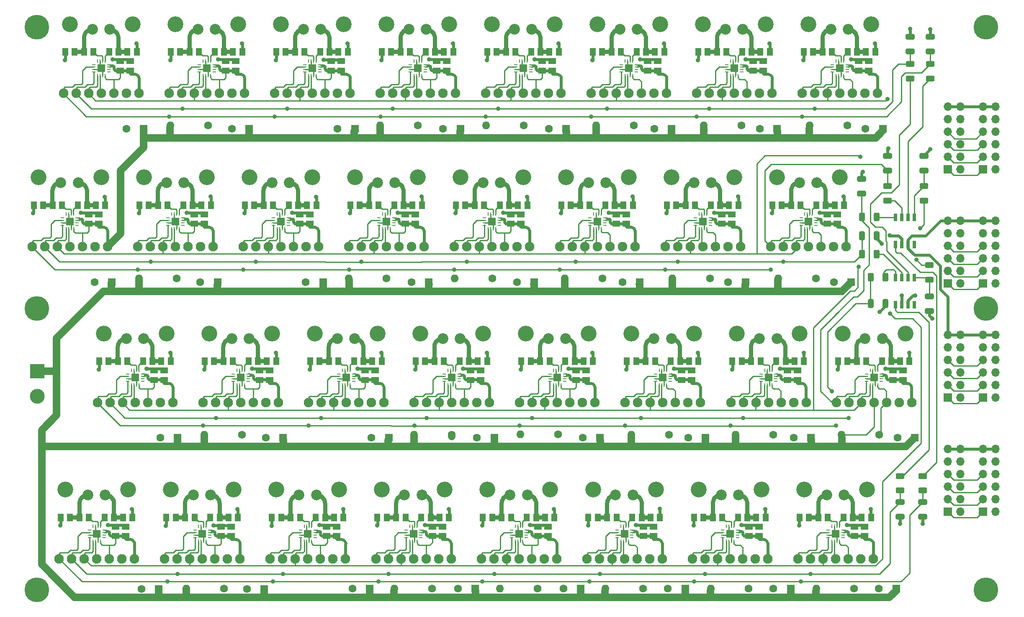
<source format=gbr>
%TF.GenerationSoftware,KiCad,Pcbnew,7.0.0*%
%TF.CreationDate,2024-03-13T15:59:32+01:00*%
%TF.ProjectId,TDM_board,54444d5f-626f-4617-9264-2e6b69636164,rev?*%
%TF.SameCoordinates,Original*%
%TF.FileFunction,Copper,L1,Top*%
%TF.FilePolarity,Positive*%
%FSLAX46Y46*%
G04 Gerber Fmt 4.6, Leading zero omitted, Abs format (unit mm)*
G04 Created by KiCad (PCBNEW 7.0.0) date 2024-03-13 15:59:32*
%MOMM*%
%LPD*%
G01*
G04 APERTURE LIST*
G04 Aperture macros list*
%AMRoundRect*
0 Rectangle with rounded corners*
0 $1 Rounding radius*
0 $2 $3 $4 $5 $6 $7 $8 $9 X,Y pos of 4 corners*
0 Add a 4 corners polygon primitive as box body*
4,1,4,$2,$3,$4,$5,$6,$7,$8,$9,$2,$3,0*
0 Add four circle primitives for the rounded corners*
1,1,$1+$1,$2,$3*
1,1,$1+$1,$4,$5*
1,1,$1+$1,$6,$7*
1,1,$1+$1,$8,$9*
0 Add four rect primitives between the rounded corners*
20,1,$1+$1,$2,$3,$4,$5,0*
20,1,$1+$1,$4,$5,$6,$7,0*
20,1,$1+$1,$6,$7,$8,$9,0*
20,1,$1+$1,$8,$9,$2,$3,0*%
G04 Aperture macros list end*
%TA.AperFunction,ComponentPad*%
%ADD10C,3.200000*%
%TD*%
%TA.AperFunction,ComponentPad*%
%ADD11C,1.600000*%
%TD*%
%TA.AperFunction,ComponentPad*%
%ADD12O,1.600000X1.600000*%
%TD*%
%TA.AperFunction,SMDPad,CuDef*%
%ADD13R,1.240000X1.500000*%
%TD*%
%TA.AperFunction,ComponentPad*%
%ADD14C,1.930400*%
%TD*%
%TA.AperFunction,ComponentPad*%
%ADD15C,2.184400*%
%TD*%
%TA.AperFunction,SMDPad,CuDef*%
%ADD16R,0.280000X0.800000*%
%TD*%
%TA.AperFunction,SMDPad,CuDef*%
%ADD17R,0.800000X0.280000*%
%TD*%
%TA.AperFunction,SMDPad,CuDef*%
%ADD18R,1.500000X1.500000*%
%TD*%
%TA.AperFunction,SMDPad,CuDef*%
%ADD19RoundRect,0.250000X-0.650000X0.325000X-0.650000X-0.325000X0.650000X-0.325000X0.650000X0.325000X0*%
%TD*%
%TA.AperFunction,SMDPad,CuDef*%
%ADD20R,1.500000X1.240000*%
%TD*%
%TA.AperFunction,ComponentPad*%
%ADD21R,1.600000X1.600000*%
%TD*%
%TA.AperFunction,ComponentPad*%
%ADD22R,1.700000X1.700000*%
%TD*%
%TA.AperFunction,ComponentPad*%
%ADD23O,1.700000X1.700000*%
%TD*%
%TA.AperFunction,ComponentPad*%
%ADD24C,5.000000*%
%TD*%
%TA.AperFunction,SMDPad,CuDef*%
%ADD25RoundRect,0.250000X0.650000X-0.325000X0.650000X0.325000X-0.650000X0.325000X-0.650000X-0.325000X0*%
%TD*%
%TA.AperFunction,ComponentPad*%
%ADD26R,3.000000X3.000000*%
%TD*%
%TA.AperFunction,ComponentPad*%
%ADD27C,3.000000*%
%TD*%
%TA.AperFunction,SMDPad,CuDef*%
%ADD28RoundRect,0.250000X0.312500X0.625000X-0.312500X0.625000X-0.312500X-0.625000X0.312500X-0.625000X0*%
%TD*%
%TA.AperFunction,SMDPad,CuDef*%
%ADD29RoundRect,0.250000X0.625000X-0.312500X0.625000X0.312500X-0.625000X0.312500X-0.625000X-0.312500X0*%
%TD*%
%TA.AperFunction,SMDPad,CuDef*%
%ADD30RoundRect,0.250000X0.325000X0.650000X-0.325000X0.650000X-0.325000X-0.650000X0.325000X-0.650000X0*%
%TD*%
%TA.AperFunction,SMDPad,CuDef*%
%ADD31RoundRect,0.250000X-0.625000X0.312500X-0.625000X-0.312500X0.625000X-0.312500X0.625000X0.312500X0*%
%TD*%
%TA.AperFunction,SMDPad,CuDef*%
%ADD32R,0.700000X1.550000*%
%TD*%
%TA.AperFunction,ViaPad*%
%ADD33C,0.900000*%
%TD*%
%TA.AperFunction,ViaPad*%
%ADD34C,0.906400*%
%TD*%
%TA.AperFunction,Conductor*%
%ADD35C,0.254000*%
%TD*%
%TA.AperFunction,Conductor*%
%ADD36C,0.609600*%
%TD*%
%TA.AperFunction,Conductor*%
%ADD37C,1.500000*%
%TD*%
%TA.AperFunction,Conductor*%
%ADD38C,0.812800*%
%TD*%
%TA.AperFunction,Conductor*%
%ADD39C,0.600000*%
%TD*%
G04 APERTURE END LIST*
D10*
%TO.P,50,P$1*%
%TO.N,N/C*%
X92824086Y-117688858D03*
%TD*%
%TO.P,U$28,P$1*%
%TO.N,N/C*%
X179072471Y-23409154D03*
%TD*%
%TO.P,4,P$1*%
%TO.N,N/C*%
X115055240Y-23409154D03*
%TD*%
%TO.P,34,P$1*%
%TO.N,N/C*%
X100578196Y-86061920D03*
%TD*%
D11*
%TO.P,R1,1*%
%TO.N,GAIN_C1_B0*%
X87630000Y-43942000D03*
D12*
%TO.P,R1,2*%
%TO.N,GAIN_C7_B0*%
X80009999Y-43941999D03*
%TD*%
D11*
%TO.P,R14,1*%
%TO.N,GAIN_C3_B2*%
X136956800Y-106578400D03*
D12*
%TO.P,R14,2*%
%TO.N,GAIN_C7_B0*%
X129336799Y-106578399D03*
%TD*%
D13*
%TO.P,FB62,1*%
%TO.N,Net-(U31-OUT-)*%
X191620994Y-123320999D03*
%TO.P,FB62,2*%
%TO.N,Net-(X30-Pin_1)*%
X189720994Y-123320999D03*
%TD*%
%TO.P,FB63,1*%
%TO.N,Net-(U32-OUT+)*%
X216144993Y-123320999D03*
%TO.P,FB63,2*%
%TO.N,Net-(X31-Pin_2)*%
X218044993Y-123320999D03*
%TD*%
D10*
%TO.P,61,P$1*%
%TO.N,N/C*%
X208188080Y-117688858D03*
%TD*%
D14*
%TO.P, 26,1,Pin_1*%
%TO.N,GAIN_C7_B0*%
X115454999Y-131703000D03*
%TO.P, 26,2,Pin_2*%
%TO.N,GAIN_C0_B0*%
X112914999Y-131703000D03*
%TO.P, 26,3,Pin_3*%
%TO.N,GAIN_C7_B0*%
X110374999Y-131703000D03*
%TO.P, 26,4,Pin_4*%
%TO.N,GAIN_C2_B3*%
X107834999Y-131703000D03*
%TO.P, 26,5,Pin_5*%
%TO.N,DIN_BANK3*%
X105294999Y-131703000D03*
%TO.P, 26,6,Pin_6*%
%TO.N,BCLK_C0_B3*%
X102754999Y-131703000D03*
%TO.P, 26,7,Pin_7*%
%TO.N,LRBCLK_C0_B3*%
X100214999Y-131703000D03*
%TD*%
D15*
%TO.P,X23,1,Pin_1*%
%TO.N,Net-(X23-Pin_1)*%
X220530731Y-87122062D03*
%TO.P,X23,2,Pin_2*%
%TO.N,Net-(X23-Pin_2)*%
X224030731Y-87122062D03*
%TD*%
D16*
%TO.P,U21,1,DIN*%
%TO.N,DIN_BANK2*%
X157537918Y-96496061D03*
%TO.P,U21,2,GAIN*%
%TO.N,GAIN_C4_B2*%
X158037918Y-96496061D03*
%TO.P,U21,3,GND*%
%TO.N,GAIN_C0_B0*%
X158537918Y-96496061D03*
%TO.P,U21,4,~{SHDN}*%
%TO.N,GAIN_C7_B0*%
X159037918Y-96496061D03*
D17*
%TO.P,U21,5*%
%TO.N,N/C*%
X159787918Y-95746061D03*
%TO.P,U21,6*%
X159787918Y-95246061D03*
%TO.P,U21,7,VDD*%
%TO.N,GAIN_C7_B0*%
X159787918Y-94746061D03*
%TO.P,U21,8,VDD*%
X159787918Y-94246061D03*
D16*
%TO.P,U21,9,OUT+*%
%TO.N,Net-(U21-OUT+)*%
X159037918Y-93496061D03*
%TO.P,U21,10,OUT-*%
%TO.N,Net-(U21-OUT-)*%
X158537918Y-93496061D03*
%TO.P,U21,11,GND*%
%TO.N,GAIN_C0_B0*%
X158037918Y-93496061D03*
%TO.P,U21,12*%
%TO.N,N/C*%
X157537918Y-93496061D03*
D17*
%TO.P,U21,13*%
X156787918Y-94246061D03*
%TO.P,U21,14,LRCLK*%
%TO.N,LRBCLK_C0_B2*%
X156787918Y-94746061D03*
%TO.P,U21,15,GND*%
%TO.N,GAIN_C0_B0*%
X156787918Y-95246061D03*
%TO.P,U21,16,BCLK*%
%TO.N,BCLK_C0_B2*%
X156787918Y-95746061D03*
D18*
%TO.P,U21,THERMAL*%
%TO.N,N/C*%
X158287918Y-94996061D03*
%TD*%
D19*
%TO.P,C136,1*%
%TO.N,GAIN_C0_B0*%
X225044000Y-50087000D03*
%TO.P,C136,2*%
%TO.N,LRBCLK_C0_B1*%
X225044000Y-53037000D03*
%TD*%
D20*
%TO.P,C90,1*%
%TO.N,GAIN_C7_B0*%
X206825124Y-95438061D03*
%TO.P,C90,2*%
%TO.N,GAIN_C0_B0*%
X206825124Y-93538061D03*
%TD*%
D13*
%TO.P,C59,1*%
%TO.N,Net-(X14-Pin_1)*%
X182340475Y-60057775D03*
%TO.P,C59,2*%
%TO.N,GAIN_C0_B0*%
X180440475Y-60057775D03*
%TD*%
D20*
%TO.P,C33,1*%
%TO.N,GAIN_C7_B0*%
X63497047Y-63801775D03*
%TO.P,C33,2*%
%TO.N,GAIN_C0_B0*%
X63497047Y-61901775D03*
%TD*%
D11*
%TO.P,R20,1*%
%TO.N,GAIN_C3_B3*%
X132904573Y-137718800D03*
D12*
%TO.P,R20,2*%
%TO.N,GAIN_C7_B0*%
X125284572Y-137718799D03*
%TD*%
D21*
%TO.P,C156,1*%
%TO.N,GAIN_C7_B0*%
X102828604Y-107172299D03*
D11*
%TO.P,C156,2*%
%TO.N,GAIN_C0_B0*%
X99328605Y-107172300D03*
%TD*%
D13*
%TO.P,FB58,1*%
%TO.N,Net-(U29-OUT-)*%
X148932996Y-123320999D03*
%TO.P,FB58,2*%
%TO.N,Net-(X28-Pin_1)*%
X147032996Y-123320999D03*
%TD*%
D10*
%TO.P,U$97,P$1*%
%TO.N,N/C*%
X194616211Y-86061920D03*
%TD*%
D13*
%TO.P,FB9,1*%
%TO.N,Net-(U5-OUT+)*%
X152990307Y-29041295D03*
%TO.P,FB9,2*%
%TO.N,Net-(X4-Pin_2)*%
X154890307Y-29041295D03*
%TD*%
D16*
%TO.P,U19,1,DIN*%
%TO.N,DIN_BANK2*%
X114842712Y-96496061D03*
%TO.P,U19,2,GAIN*%
%TO.N,GAIN_C2_B2*%
X115342712Y-96496061D03*
%TO.P,U19,3,GND*%
%TO.N,GAIN_C0_B0*%
X115842712Y-96496061D03*
%TO.P,U19,4,~{SHDN}*%
%TO.N,GAIN_C7_B0*%
X116342712Y-96496061D03*
D17*
%TO.P,U19,5*%
%TO.N,N/C*%
X117092712Y-95746061D03*
%TO.P,U19,6*%
X117092712Y-95246061D03*
%TO.P,U19,7,VDD*%
%TO.N,GAIN_C7_B0*%
X117092712Y-94746061D03*
%TO.P,U19,8,VDD*%
X117092712Y-94246061D03*
D16*
%TO.P,U19,9,OUT+*%
%TO.N,Net-(U19-OUT+)*%
X116342712Y-93496061D03*
%TO.P,U19,10,OUT-*%
%TO.N,Net-(U19-OUT-)*%
X115842712Y-93496061D03*
%TO.P,U19,11,GND*%
%TO.N,GAIN_C0_B0*%
X115342712Y-93496061D03*
%TO.P,U19,12*%
%TO.N,N/C*%
X114842712Y-93496061D03*
D17*
%TO.P,U19,13*%
X114092712Y-94246061D03*
%TO.P,U19,14,LRCLK*%
%TO.N,LRBCLK_C0_B2*%
X114092712Y-94746061D03*
%TO.P,U19,15,GND*%
%TO.N,GAIN_C0_B0*%
X114092712Y-95246061D03*
%TO.P,U19,16,BCLK*%
%TO.N,BCLK_C0_B2*%
X114092712Y-95746061D03*
D18*
%TO.P,U19,THERMAL*%
%TO.N,N/C*%
X115592712Y-94996061D03*
%TD*%
D11*
%TO.P,R5,1*%
%TO.N,MODE_C6_B0*%
X195529200Y-43942000D03*
D12*
%TO.P,R5,2*%
%TO.N,GAIN_C7_B0*%
X187909199Y-43941999D03*
%TD*%
D10*
%TO.P,U$35,P$1*%
%TO.N,N/C*%
X221750626Y-23409154D03*
%TD*%
D22*
%TO.P,JE1,1,Pin_1*%
%TO.N,Net-(JE1-Pin_1)*%
X244355933Y-52826213D03*
D23*
%TO.P,JE1,2,Pin_2*%
%TO.N,Net-(JE1-Pin_2)*%
X244355933Y-50286213D03*
%TO.P,JE1,3,Pin_3*%
%TO.N,Net-(JE1-Pin_3)*%
X244355933Y-47746213D03*
%TO.P,JE1,4,Pin_4*%
%TO.N,Net-(JE1-Pin_4)*%
X244355933Y-45206213D03*
%TO.P,JE1,5,Pin_5*%
%TO.N,GAIN_C0_B0*%
X244355933Y-42666213D03*
%TO.P,JE1,6,Pin_6*%
%TO.N,VCC*%
X244355933Y-40126213D03*
%TO.P,JE1,7,Pin_7*%
%TO.N,Net-(JE1-Pin_7)*%
X246895933Y-52826213D03*
%TO.P,JE1,8,Pin_8*%
%TO.N,Net-(JE1-Pin_8)*%
X246895933Y-50286213D03*
%TO.P,JE1,9,Pin_9*%
%TO.N,Net-(JE1-Pin_9)*%
X246895933Y-47746213D03*
%TO.P,JE1,10,Pin_10*%
%TO.N,Net-(JE1-Pin_10)*%
X246895933Y-45206213D03*
%TO.P,JE1,11,Pin_11*%
%TO.N,GAIN_C0_B0*%
X246895933Y-42666213D03*
%TO.P,JE1,12,Pin_12*%
%TO.N,VCC*%
X246895933Y-40126213D03*
%TD*%
D10*
%TO.P,5,P$1*%
%TO.N,N/C*%
X123694317Y-23409154D03*
%TD*%
%TO.P,,P$1*%
%TO.N,N/C*%
X59677086Y-23409154D03*
%TD*%
D16*
%TO.P,U18,1,DIN*%
%TO.N,DIN_BANK2*%
X93495109Y-96496061D03*
%TO.P,U18,2,GAIN*%
%TO.N,GAIN_C1_B2*%
X93995109Y-96496061D03*
%TO.P,U18,3,GND*%
%TO.N,GAIN_C0_B0*%
X94495109Y-96496061D03*
%TO.P,U18,4,~{SHDN}*%
%TO.N,GAIN_C7_B0*%
X94995109Y-96496061D03*
D17*
%TO.P,U18,5*%
%TO.N,N/C*%
X95745109Y-95746061D03*
%TO.P,U18,6*%
X95745109Y-95246061D03*
%TO.P,U18,7,VDD*%
%TO.N,GAIN_C7_B0*%
X95745109Y-94746061D03*
%TO.P,U18,8,VDD*%
X95745109Y-94246061D03*
D16*
%TO.P,U18,9,OUT+*%
%TO.N,Net-(U18-OUT+)*%
X94995109Y-93496061D03*
%TO.P,U18,10,OUT-*%
%TO.N,Net-(U18-OUT-)*%
X94495109Y-93496061D03*
%TO.P,U18,11,GND*%
%TO.N,GAIN_C0_B0*%
X93995109Y-93496061D03*
%TO.P,U18,12*%
%TO.N,N/C*%
X93495109Y-93496061D03*
D17*
%TO.P,U18,13*%
X92745109Y-94246061D03*
%TO.P,U18,14,LRCLK*%
%TO.N,LRBCLK_C0_B2*%
X92745109Y-94746061D03*
%TO.P,U18,15,GND*%
%TO.N,GAIN_C0_B0*%
X92745109Y-95246061D03*
%TO.P,U18,16,BCLK*%
%TO.N,BCLK_C0_B2*%
X92745109Y-95746061D03*
D18*
%TO.P,U18,THERMAL*%
%TO.N,N/C*%
X94245109Y-94996061D03*
%TD*%
D20*
%TO.P,C50,1*%
%TO.N,GAIN_C7_B0*%
X150897999Y-63801775D03*
%TO.P,C50,2*%
%TO.N,GAIN_C0_B0*%
X150897999Y-61901775D03*
%TD*%
D13*
%TO.P,FB40,1*%
%TO.N,Net-(U20-OUT-)*%
X135350315Y-91694061D03*
%TO.P,FB40,2*%
%TO.N,Net-(X19-Pin_1)*%
X133450315Y-91694061D03*
%TD*%
D16*
%TO.P,U2,1,DIN*%
%TO.N,DIN_BANK0*%
X86633076Y-33843295D03*
%TO.P,U2,2,GAIN*%
%TO.N,GAIN_C1_B0*%
X87133076Y-33843295D03*
%TO.P,U2,3,GND*%
%TO.N,GAIN_C0_B0*%
X87633076Y-33843295D03*
%TO.P,U2,4,~{SHDN}*%
%TO.N,GAIN_C7_B0*%
X88133076Y-33843295D03*
D17*
%TO.P,U2,5*%
%TO.N,N/C*%
X88883076Y-33093295D03*
%TO.P,U2,6*%
X88883076Y-32593295D03*
%TO.P,U2,7,VDD*%
%TO.N,GAIN_C7_B0*%
X88883076Y-32093295D03*
%TO.P,U2,8,VDD*%
X88883076Y-31593295D03*
D16*
%TO.P,U2,9,OUT+*%
%TO.N,Net-(U2-OUT+)*%
X88133076Y-30843295D03*
%TO.P,U2,10,OUT-*%
%TO.N,Net-(U2-OUT-)*%
X87633076Y-30843295D03*
%TO.P,U2,11,GND*%
%TO.N,GAIN_C0_B0*%
X87133076Y-30843295D03*
%TO.P,U2,12*%
%TO.N,N/C*%
X86633076Y-30843295D03*
D17*
%TO.P,U2,13*%
X85883076Y-31593295D03*
%TO.P,U2,14,LRCLK*%
%TO.N,LRBCLK_C0_B0*%
X85883076Y-32093295D03*
%TO.P,U2,15,GND*%
%TO.N,GAIN_C0_B0*%
X85883076Y-32593295D03*
%TO.P,U2,16,BCLK*%
%TO.N,BCLK_C0_B0*%
X85883076Y-33093295D03*
D18*
%TO.P,U2,THERMAL*%
%TO.N,N/C*%
X87383076Y-32343295D03*
%TD*%
D13*
%TO.P,FB39,1*%
%TO.N,Net-(U20-OUT+)*%
X138530315Y-91694061D03*
%TO.P,FB39,2*%
%TO.N,Net-(X19-Pin_2)*%
X140430315Y-91694061D03*
%TD*%
%TO.P,FB47,1*%
%TO.N,Net-(U24-OUT+)*%
X223920730Y-91694061D03*
%TO.P,FB47,2*%
%TO.N,Net-(X23-Pin_2)*%
X225820730Y-91694061D03*
%TD*%
D10*
%TO.P,U$42,P$1*%
%TO.N,N/C*%
X53320134Y-54425634D03*
%TD*%
D20*
%TO.P,C49,1*%
%TO.N,GAIN_C7_B0*%
X148865999Y-63801775D03*
%TO.P,C49,2*%
%TO.N,GAIN_C0_B0*%
X148865999Y-61901775D03*
%TD*%
D10*
%TO.P,U$10,P$1*%
%TO.N,N/C*%
X59677086Y-23409154D03*
%TD*%
%TO.P,11,P$1*%
%TO.N,N/C*%
X187711548Y-23409154D03*
%TD*%
D15*
%TO.P,X14,1,Pin_1*%
%TO.N,Net-(X14-Pin_1)*%
X185940476Y-55485776D03*
%TO.P,X14,2,Pin_2*%
%TO.N,Net-(X14-Pin_2)*%
X189440476Y-55485776D03*
%TD*%
D13*
%TO.P,FB31,1*%
%TO.N,Net-(U16-OUT+)*%
X210672717Y-60057775D03*
%TO.P,FB31,2*%
%TO.N,Net-(X15-Pin_2)*%
X212572717Y-60057775D03*
%TD*%
D15*
%TO.P,X3,1,Pin_1*%
%TO.N,Net-(X3-Pin_1)*%
X128261231Y-24469296D03*
%TO.P,X3,2,Pin_2*%
%TO.N,Net-(X3-Pin_2)*%
X131761231Y-24469296D03*
%TD*%
D10*
%TO.P,36,P$1*%
%TO.N,N/C*%
X121925799Y-86061920D03*
%TD*%
%TO.P,7,P$1*%
%TO.N,N/C*%
X145033394Y-23409154D03*
%TD*%
%TO.P,U$128,P$1*%
%TO.N,N/C*%
X199544081Y-117688858D03*
%TD*%
%TO.P,U$113,P$1*%
%TO.N,N/C*%
X101468085Y-117688858D03*
%TD*%
D16*
%TO.P,U32,1,DIN*%
%TO.N,DIN_BANK3*%
X213804993Y-128122999D03*
%TO.P,U32,2,GAIN*%
%TO.N,GAIN_C7_B0*%
X214304993Y-128122999D03*
%TO.P,U32,3,GND*%
%TO.N,GAIN_C0_B0*%
X214804993Y-128122999D03*
%TO.P,U32,4,~{SHDN}*%
%TO.N,MODE_C7_B3*%
X215304993Y-128122999D03*
D17*
%TO.P,U32,5*%
%TO.N,N/C*%
X216054993Y-127372999D03*
%TO.P,U32,6*%
X216054993Y-126872999D03*
%TO.P,U32,7,VDD*%
%TO.N,GAIN_C7_B0*%
X216054993Y-126372999D03*
%TO.P,U32,8,VDD*%
X216054993Y-125872999D03*
D16*
%TO.P,U32,9,OUT+*%
%TO.N,Net-(U32-OUT+)*%
X215304993Y-125122999D03*
%TO.P,U32,10,OUT-*%
%TO.N,Net-(U32-OUT-)*%
X214804993Y-125122999D03*
%TO.P,U32,11,GND*%
%TO.N,GAIN_C0_B0*%
X214304993Y-125122999D03*
%TO.P,U32,12*%
%TO.N,N/C*%
X213804993Y-125122999D03*
D17*
%TO.P,U32,13*%
X213054993Y-125872999D03*
%TO.P,U32,14,LRCLK*%
%TO.N,LRBCLK_C0_B3*%
X213054993Y-126372999D03*
%TO.P,U32,15,GND*%
%TO.N,GAIN_C0_B0*%
X213054993Y-126872999D03*
%TO.P,U32,16,BCLK*%
%TO.N,BCLK_C0_B3*%
X213054993Y-127372999D03*
D18*
%TO.P,U32,THERMAL*%
%TO.N,N/C*%
X214554993Y-126622999D03*
%TD*%
D21*
%TO.P,C165,1*%
%TO.N,GAIN_C7_B0*%
X120339999Y-137683199D03*
D11*
%TO.P,C165,2*%
%TO.N,GAIN_C0_B0*%
X116840000Y-137683200D03*
%TD*%
%TO.P,R4,1*%
%TO.N,MODE_C5_B0*%
X173786800Y-43942000D03*
D12*
%TO.P,R4,2*%
%TO.N,GAIN_C7_B0*%
X166166799Y-43941999D03*
%TD*%
D16*
%TO.P,U14,1,DIN*%
%TO.N,DIN_BANK1*%
X165648237Y-64859775D03*
%TO.P,U14,2,GAIN*%
%TO.N,GAIN_C0_B0*%
X166148237Y-64859775D03*
%TO.P,U14,3,GND*%
X166648237Y-64859775D03*
%TO.P,U14,4,~{SHDN}*%
%TO.N,MODE_C5_B1*%
X167148237Y-64859775D03*
D17*
%TO.P,U14,5*%
%TO.N,N/C*%
X167898237Y-64109775D03*
%TO.P,U14,6*%
X167898237Y-63609775D03*
%TO.P,U14,7,VDD*%
%TO.N,GAIN_C7_B0*%
X167898237Y-63109775D03*
%TO.P,U14,8,VDD*%
X167898237Y-62609775D03*
D16*
%TO.P,U14,9,OUT+*%
%TO.N,Net-(U14-OUT+)*%
X167148237Y-61859775D03*
%TO.P,U14,10,OUT-*%
%TO.N,Net-(U14-OUT-)*%
X166648237Y-61859775D03*
%TO.P,U14,11,GND*%
%TO.N,GAIN_C0_B0*%
X166148237Y-61859775D03*
%TO.P,U14,12*%
%TO.N,N/C*%
X165648237Y-61859775D03*
D17*
%TO.P,U14,13*%
X164898237Y-62609775D03*
%TO.P,U14,14,LRCLK*%
%TO.N,LRBCLK_C0_B1*%
X164898237Y-63109775D03*
%TO.P,U14,15,GND*%
%TO.N,GAIN_C0_B0*%
X164898237Y-63609775D03*
%TO.P,U14,16,BCLK*%
%TO.N,BCLK_C0_B1*%
X164898237Y-64109775D03*
D18*
%TO.P,U14,THERMAL*%
%TO.N,N/C*%
X166398237Y-63359775D03*
%TD*%
D10*
%TO.P,18,P$1*%
%TO.N,N/C*%
X87362372Y-54425634D03*
%TD*%
D21*
%TO.P,C167,1*%
%TO.N,GAIN_C7_B0*%
X163011999Y-137683199D03*
D11*
%TO.P,C167,2*%
%TO.N,GAIN_C0_B0*%
X159512000Y-137683200D03*
%TD*%
D13*
%TO.P,C123,1*%
%TO.N,Net-(X30-Pin_1)*%
X187810994Y-123320999D03*
%TO.P,C123,2*%
%TO.N,GAIN_C0_B0*%
X185910994Y-123320999D03*
%TD*%
D10*
%TO.P,47,P$1*%
%TO.N,N/C*%
X58780087Y-117688858D03*
%TD*%
%TO.P,U$125,P$1*%
%TO.N,N/C*%
X165500082Y-117688858D03*
%TD*%
%TO.P,U$122,P$1*%
%TO.N,N/C*%
X144156083Y-117688858D03*
%TD*%
D15*
%TO.P,X26,1,Pin_1*%
%TO.N,Net-(X26-Pin_1)*%
X106034999Y-118749000D03*
%TO.P,X26,2,Pin_2*%
%TO.N,Net-(X26-Pin_2)*%
X109534999Y-118749000D03*
%TD*%
D20*
%TO.P,C70,1*%
%TO.N,GAIN_C7_B0*%
X100087109Y-95438061D03*
%TO.P,C70,2*%
%TO.N,GAIN_C0_B0*%
X100087109Y-93538061D03*
%TD*%
D22*
%TO.P,JC1,1,Pin_1*%
%TO.N,Net-(JC1-Pin_1)*%
X244355933Y-99054213D03*
D23*
%TO.P,JC1,2,Pin_2*%
%TO.N,Net-(JC1-Pin_2)*%
X244355933Y-96514213D03*
%TO.P,JC1,3,Pin_3*%
%TO.N,Net-(JC1-Pin_3)*%
X244355933Y-93974213D03*
%TO.P,JC1,4,Pin_4*%
%TO.N,Net-(JC1-Pin_4)*%
X244355933Y-91434213D03*
%TO.P,JC1,5,Pin_5*%
%TO.N,GAIN_C0_B0*%
X244355933Y-88894213D03*
%TO.P,JC1,6,Pin_6*%
%TO.N,VCC*%
X244355933Y-86354213D03*
%TO.P,JC1,7,Pin_7*%
%TO.N,Net-(JC1-Pin_7)*%
X246895933Y-99054213D03*
%TO.P,JC1,8,Pin_8*%
%TO.N,Net-(JC1-Pin_8)*%
X246895933Y-96514213D03*
%TO.P,JC1,9,Pin_9*%
%TO.N,Net-(JC1-Pin_9)*%
X246895933Y-93974213D03*
%TO.P,JC1,10,Pin_10*%
%TO.N,Net-(JC1-Pin_10)*%
X246895933Y-91434213D03*
%TO.P,JC1,11,Pin_11*%
%TO.N,GAIN_C0_B0*%
X246895933Y-88894213D03*
%TO.P,JC1,12,Pin_12*%
%TO.N,VCC*%
X246895933Y-86354213D03*
%TD*%
D13*
%TO.P,FB35,1*%
%TO.N,Net-(U18-OUT+)*%
X95835109Y-91694061D03*
%TO.P,FB35,2*%
%TO.N,Net-(X17-Pin_2)*%
X97735109Y-91694061D03*
%TD*%
D15*
%TO.P,X4,1,Pin_1*%
%TO.N,Net-(X4-Pin_1)*%
X149600308Y-24469296D03*
%TO.P,X4,2,Pin_2*%
%TO.N,Net-(X4-Pin_2)*%
X153100308Y-24469296D03*
%TD*%
D10*
%TO.P,48,P$1*%
%TO.N,N/C*%
X71480087Y-117688858D03*
%TD*%
D24*
%TO.P,,1*%
%TO.N,N/C*%
X245000000Y-138000000D03*
%TD*%
D10*
%TO.P,49,P$1*%
%TO.N,N/C*%
X80124086Y-117688858D03*
%TD*%
D15*
%TO.P,X7,1,Pin_1*%
%TO.N,Net-(X7-Pin_1)*%
X213617540Y-24469296D03*
%TO.P,X7,2,Pin_2*%
%TO.N,Net-(X7-Pin_2)*%
X217117540Y-24469296D03*
%TD*%
D20*
%TO.P,C77,1*%
%TO.N,GAIN_C7_B0*%
X140750315Y-95438061D03*
%TO.P,C77,2*%
%TO.N,GAIN_C0_B0*%
X140750315Y-93538061D03*
%TD*%
D25*
%TO.P,C133,1*%
%TO.N,GAIN_C0_B0*%
X227584000Y-123141000D03*
%TO.P,C133,2*%
%TO.N,BCLK_C0_B3*%
X227584000Y-120191000D03*
%TD*%
D16*
%TO.P,U4,1,DIN*%
%TO.N,DIN_BANK0*%
X129311230Y-33843295D03*
%TO.P,U4,2,GAIN*%
%TO.N,GAIN_C3_B0*%
X129811230Y-33843295D03*
%TO.P,U4,3,GND*%
%TO.N,GAIN_C0_B0*%
X130311230Y-33843295D03*
%TO.P,U4,4,~{SHDN}*%
%TO.N,GAIN_C7_B0*%
X130811230Y-33843295D03*
D17*
%TO.P,U4,5*%
%TO.N,N/C*%
X131561230Y-33093295D03*
%TO.P,U4,6*%
X131561230Y-32593295D03*
%TO.P,U4,7,VDD*%
%TO.N,GAIN_C7_B0*%
X131561230Y-32093295D03*
%TO.P,U4,8,VDD*%
X131561230Y-31593295D03*
D16*
%TO.P,U4,9,OUT+*%
%TO.N,Net-(U4-OUT+)*%
X130811230Y-30843295D03*
%TO.P,U4,10,OUT-*%
%TO.N,Net-(U4-OUT-)*%
X130311230Y-30843295D03*
%TO.P,U4,11,GND*%
%TO.N,GAIN_C0_B0*%
X129811230Y-30843295D03*
%TO.P,U4,12*%
%TO.N,N/C*%
X129311230Y-30843295D03*
D17*
%TO.P,U4,13*%
X128561230Y-31593295D03*
%TO.P,U4,14,LRCLK*%
%TO.N,LRBCLK_C0_B0*%
X128561230Y-32093295D03*
%TO.P,U4,15,GND*%
%TO.N,GAIN_C0_B0*%
X128561230Y-32593295D03*
%TO.P,U4,16,BCLK*%
%TO.N,BCLK_C0_B0*%
X128561230Y-33093295D03*
D18*
%TO.P,U4,THERMAL*%
%TO.N,N/C*%
X130061230Y-32343295D03*
%TD*%
D13*
%TO.P,C48,1*%
%TO.N,Net-(X11-Pin_2)*%
X128986761Y-60057775D03*
%TO.P,C48,2*%
%TO.N,GAIN_C0_B0*%
X130886761Y-60057775D03*
%TD*%
D14*
%TO.P, 20,1,Pin_1*%
%TO.N,GAIN_C7_B0*%
X165907919Y-100076062D03*
%TO.P, 20,2,Pin_2*%
%TO.N,GAIN_C0_B0*%
X163367919Y-100076062D03*
%TO.P, 20,3,Pin_3*%
%TO.N,GAIN_C7_B0*%
X160827919Y-100076062D03*
%TO.P, 20,4,Pin_4*%
%TO.N,GAIN_C4_B2*%
X158287919Y-100076062D03*
%TO.P, 20,5,Pin_5*%
%TO.N,DIN_BANK2*%
X155747919Y-100076062D03*
%TO.P, 20,6,Pin_6*%
%TO.N,BCLK_C0_B2*%
X153207919Y-100076062D03*
%TO.P, 20,7,Pin_7*%
%TO.N,LRBCLK_C0_B2*%
X150667919Y-100076062D03*
%TD*%
D13*
%TO.P,C27,1*%
%TO.N,Net-(X6-Pin_1)*%
X188678461Y-29041295D03*
%TO.P,C27,2*%
%TO.N,GAIN_C0_B0*%
X186778461Y-29041295D03*
%TD*%
D14*
%TO.P, 12,1,Pin_1*%
%TO.N,GAIN_C7_B0*%
X152676000Y-68439776D03*
%TO.P, 12,2,Pin_2*%
%TO.N,GAIN_C0_B0*%
X150136000Y-68439776D03*
%TO.P, 12,3,Pin_3*%
%TO.N,GAIN_C7_B0*%
X147596000Y-68439776D03*
%TO.P, 12,4,Pin_4*%
%TO.N,GAIN_C4_B1*%
X145056000Y-68439776D03*
%TO.P, 12,5,Pin_5*%
%TO.N,DIN_BANK1*%
X142516000Y-68439776D03*
%TO.P, 12,6,Pin_6*%
%TO.N,BCLK_C0_B1*%
X139976000Y-68439776D03*
%TO.P, 12,7,Pin_7*%
%TO.N,LRBCLK_C0_B1*%
X137436000Y-68439776D03*
%TD*%
D13*
%TO.P,C15,1*%
%TO.N,Net-(X3-Pin_1)*%
X124661230Y-29041295D03*
%TO.P,C15,2*%
%TO.N,GAIN_C0_B0*%
X122761230Y-29041295D03*
%TD*%
%TO.P,FB15,1*%
%TO.N,Net-(U8-OUT+)*%
X217007539Y-29041295D03*
%TO.P,FB15,2*%
%TO.N,Net-(X7-Pin_2)*%
X218907539Y-29041295D03*
%TD*%
D20*
%TO.P,C102,1*%
%TO.N,GAIN_C7_B0*%
X92332999Y-127064999D03*
%TO.P,C102,2*%
%TO.N,GAIN_C0_B0*%
X92332999Y-125164999D03*
%TD*%
D10*
%TO.P,23,P$1*%
%TO.N,N/C*%
X138689086Y-54425634D03*
%TD*%
%TO.P,U$92,P$1*%
%TO.N,N/C*%
X185968608Y-86061920D03*
%TD*%
D21*
%TO.P,C139,1*%
%TO.N,GAIN_C7_B0*%
X74620955Y-44576999D03*
D11*
%TO.P,C139,2*%
%TO.N,GAIN_C0_B0*%
X71120956Y-44577000D03*
%TD*%
D26*
%TO.P,J100,1,Pin_1*%
%TO.N,GAIN_C7_B0*%
X53085999Y-93725999D03*
D27*
%TO.P,J100,2,Pin_2*%
%TO.N,GAIN_C0_B0*%
X53086000Y-98806000D03*
%TD*%
D21*
%TO.P,C154,1*%
%TO.N,GAIN_C7_B0*%
X217685619Y-75679005D03*
D11*
%TO.P,C154,2*%
%TO.N,GAIN_C0_B0*%
X214185620Y-75679006D03*
%TD*%
D20*
%TO.P,C2,1*%
%TO.N,GAIN_C7_B0*%
X71885999Y-32785295D03*
%TO.P,C2,2*%
%TO.N,GAIN_C0_B0*%
X71885999Y-30885295D03*
%TD*%
D13*
%TO.P,FB21,1*%
%TO.N,Net-(U11-OUT+)*%
X103961523Y-60057775D03*
%TO.P,FB21,2*%
%TO.N,Net-(X10-Pin_2)*%
X105861523Y-60057775D03*
%TD*%
D10*
%TO.P,U$99,P$1*%
%TO.N,N/C*%
X228663817Y-86061920D03*
%TD*%
D16*
%TO.P,U13,1,DIN*%
%TO.N,DIN_BANK1*%
X144305999Y-64859775D03*
%TO.P,U13,2,GAIN*%
%TO.N,GAIN_C4_B1*%
X144805999Y-64859775D03*
%TO.P,U13,3,GND*%
%TO.N,GAIN_C0_B0*%
X145305999Y-64859775D03*
%TO.P,U13,4,~{SHDN}*%
%TO.N,GAIN_C7_B0*%
X145805999Y-64859775D03*
D17*
%TO.P,U13,5*%
%TO.N,N/C*%
X146555999Y-64109775D03*
%TO.P,U13,6*%
X146555999Y-63609775D03*
%TO.P,U13,7,VDD*%
%TO.N,GAIN_C7_B0*%
X146555999Y-63109775D03*
%TO.P,U13,8,VDD*%
X146555999Y-62609775D03*
D16*
%TO.P,U13,9,OUT+*%
%TO.N,Net-(U13-OUT+)*%
X145805999Y-61859775D03*
%TO.P,U13,10,OUT-*%
%TO.N,Net-(U13-OUT-)*%
X145305999Y-61859775D03*
%TO.P,U13,11,GND*%
%TO.N,GAIN_C0_B0*%
X144805999Y-61859775D03*
%TO.P,U13,12*%
%TO.N,N/C*%
X144305999Y-61859775D03*
D17*
%TO.P,U13,13*%
X143555999Y-62609775D03*
%TO.P,U13,14,LRCLK*%
%TO.N,LRBCLK_C0_B1*%
X143555999Y-63109775D03*
%TO.P,U13,15,GND*%
%TO.N,GAIN_C0_B0*%
X143555999Y-63609775D03*
%TO.P,U13,16,BCLK*%
%TO.N,BCLK_C0_B1*%
X143555999Y-64109775D03*
D18*
%TO.P,U13,THERMAL*%
%TO.N,N/C*%
X145055999Y-63359775D03*
%TD*%
D13*
%TO.P,C124,1*%
%TO.N,Net-(X30-Pin_2)*%
X198483994Y-123320999D03*
%TO.P,C124,2*%
%TO.N,GAIN_C0_B0*%
X200383994Y-123320999D03*
%TD*%
%TO.P,FB8,1*%
%TO.N,Net-(U4-OUT-)*%
X128471230Y-29041295D03*
%TO.P,FB8,2*%
%TO.N,Net-(X3-Pin_1)*%
X126571230Y-29041295D03*
%TD*%
%TO.P,C72,1*%
%TO.N,Net-(X17-Pin_2)*%
X99518109Y-91694061D03*
%TO.P,C72,2*%
%TO.N,GAIN_C0_B0*%
X101418109Y-91694061D03*
%TD*%
D16*
%TO.P,U10,1,DIN*%
%TO.N,DIN_BANK1*%
X80279285Y-64859775D03*
%TO.P,U10,2,GAIN*%
%TO.N,GAIN_C1_B1*%
X80779285Y-64859775D03*
%TO.P,U10,3,GND*%
%TO.N,GAIN_C0_B0*%
X81279285Y-64859775D03*
%TO.P,U10,4,~{SHDN}*%
%TO.N,GAIN_C7_B0*%
X81779285Y-64859775D03*
D17*
%TO.P,U10,5*%
%TO.N,N/C*%
X82529285Y-64109775D03*
%TO.P,U10,6*%
X82529285Y-63609775D03*
%TO.P,U10,7,VDD*%
%TO.N,GAIN_C7_B0*%
X82529285Y-63109775D03*
%TO.P,U10,8,VDD*%
X82529285Y-62609775D03*
D16*
%TO.P,U10,9,OUT+*%
%TO.N,Net-(U10-OUT+)*%
X81779285Y-61859775D03*
%TO.P,U10,10,OUT-*%
%TO.N,Net-(U10-OUT-)*%
X81279285Y-61859775D03*
%TO.P,U10,11,GND*%
%TO.N,GAIN_C0_B0*%
X80779285Y-61859775D03*
%TO.P,U10,12*%
%TO.N,N/C*%
X80279285Y-61859775D03*
D17*
%TO.P,U10,13*%
X79529285Y-62609775D03*
%TO.P,U10,14,LRCLK*%
%TO.N,LRBCLK_C0_B1*%
X79529285Y-63109775D03*
%TO.P,U10,15,GND*%
%TO.N,GAIN_C0_B0*%
X79529285Y-63609775D03*
%TO.P,U10,16,BCLK*%
%TO.N,BCLK_C0_B1*%
X79529285Y-64109775D03*
D18*
%TO.P,U10,THERMAL*%
%TO.N,N/C*%
X81029285Y-63359775D03*
%TD*%
D21*
%TO.P,C144,1*%
%TO.N,GAIN_C7_B0*%
X181391665Y-44576999D03*
D11*
%TO.P,C144,2*%
%TO.N,GAIN_C0_B0*%
X177891666Y-44577000D03*
%TD*%
D13*
%TO.P,FB32,1*%
%TO.N,Net-(U16-OUT-)*%
X207492717Y-60057775D03*
%TO.P,FB32,2*%
%TO.N,Net-(X15-Pin_1)*%
X205592717Y-60057775D03*
%TD*%
D11*
%TO.P,R17,1*%
%TO.N,MODE_C6_B2*%
X201980800Y-106527600D03*
D12*
%TO.P,R17,2*%
%TO.N,GAIN_C7_B0*%
X194360799Y-106527599D03*
%TD*%
D16*
%TO.P,U28,1,DIN*%
%TO.N,DIN_BANK3*%
X128428997Y-128122999D03*
%TO.P,U28,2,GAIN*%
%TO.N,GAIN_C3_B3*%
X128928997Y-128122999D03*
%TO.P,U28,3,GND*%
%TO.N,GAIN_C0_B0*%
X129428997Y-128122999D03*
%TO.P,U28,4,~{SHDN}*%
%TO.N,GAIN_C7_B0*%
X129928997Y-128122999D03*
D17*
%TO.P,U28,5*%
%TO.N,N/C*%
X130678997Y-127372999D03*
%TO.P,U28,6*%
X130678997Y-126872999D03*
%TO.P,U28,7,VDD*%
%TO.N,GAIN_C7_B0*%
X130678997Y-126372999D03*
%TO.P,U28,8,VDD*%
X130678997Y-125872999D03*
D16*
%TO.P,U28,9,OUT+*%
%TO.N,Net-(U28-OUT+)*%
X129928997Y-125122999D03*
%TO.P,U28,10,OUT-*%
%TO.N,Net-(U28-OUT-)*%
X129428997Y-125122999D03*
%TO.P,U28,11,GND*%
%TO.N,GAIN_C0_B0*%
X128928997Y-125122999D03*
%TO.P,U28,12*%
%TO.N,N/C*%
X128428997Y-125122999D03*
D17*
%TO.P,U28,13*%
X127678997Y-125872999D03*
%TO.P,U28,14,LRCLK*%
%TO.N,LRBCLK_C0_B3*%
X127678997Y-126372999D03*
%TO.P,U28,15,GND*%
%TO.N,GAIN_C0_B0*%
X127678997Y-126872999D03*
%TO.P,U28,16,BCLK*%
%TO.N,BCLK_C0_B3*%
X127678997Y-127372999D03*
D18*
%TO.P,U28,THERMAL*%
%TO.N,N/C*%
X129178997Y-126622999D03*
%TD*%
D21*
%TO.P,C157,1*%
%TO.N,GAIN_C7_B0*%
X124182746Y-107172299D03*
D11*
%TO.P,C157,2*%
%TO.N,GAIN_C0_B0*%
X120682747Y-107172300D03*
%TD*%
D10*
%TO.P,U$76,P$1*%
%TO.N,N/C*%
X100578196Y-86061920D03*
%TD*%
D22*
%TO.P,JE2,1,Pin_1*%
%TO.N,Net-(JE1-Pin_1)*%
X237235999Y-52831999D03*
D23*
%TO.P,JE2,2,Pin_2*%
%TO.N,Net-(JE1-Pin_2)*%
X237235999Y-50291999D03*
%TO.P,JE2,3,Pin_3*%
%TO.N,Net-(JE1-Pin_3)*%
X237235999Y-47751999D03*
%TO.P,JE2,4,Pin_4*%
%TO.N,Net-(JE1-Pin_4)*%
X237235999Y-45211999D03*
%TO.P,JE2,5,Pin_5*%
%TO.N,GAIN_C0_B0*%
X237235999Y-42671999D03*
%TO.P,JE2,6,Pin_6*%
%TO.N,VCC*%
X237235999Y-40131999D03*
%TO.P,JE2,7,Pin_7*%
%TO.N,Net-(JE1-Pin_7)*%
X239775999Y-52831999D03*
%TO.P,JE2,8,Pin_8*%
%TO.N,Net-(JE1-Pin_8)*%
X239775999Y-50291999D03*
%TO.P,JE2,9,Pin_9*%
%TO.N,Net-(JE1-Pin_9)*%
X239775999Y-47751999D03*
%TO.P,JE2,10,Pin_10*%
%TO.N,Net-(JE1-Pin_10)*%
X239775999Y-45211999D03*
%TO.P,JE2,11,Pin_11*%
%TO.N,GAIN_C0_B0*%
X239775999Y-42671999D03*
%TO.P,JE2,12,Pin_12*%
%TO.N,VCC*%
X239775999Y-40131999D03*
%TD*%
D13*
%TO.P,C28,1*%
%TO.N,Net-(X6-Pin_2)*%
X199351461Y-29041295D03*
%TO.P,C28,2*%
%TO.N,GAIN_C0_B0*%
X201251461Y-29041295D03*
%TD*%
%TO.P,C51,1*%
%TO.N,Net-(X12-Pin_1)*%
X139655999Y-60057775D03*
%TO.P,C51,2*%
%TO.N,GAIN_C0_B0*%
X137755999Y-60057775D03*
%TD*%
D10*
%TO.P,21,P$1*%
%TO.N,N/C*%
X117346848Y-54425634D03*
%TD*%
D13*
%TO.P,FB28,1*%
%TO.N,Net-(U14-OUT-)*%
X164808237Y-60057775D03*
%TO.P,FB28,2*%
%TO.N,Net-(X13-Pin_1)*%
X162908237Y-60057775D03*
%TD*%
D16*
%TO.P,U5,1,DIN*%
%TO.N,DIN_BANK0*%
X150650307Y-33843295D03*
%TO.P,U5,2,GAIN*%
%TO.N,GAIN_C4_B0*%
X151150307Y-33843295D03*
%TO.P,U5,3,GND*%
%TO.N,GAIN_C0_B0*%
X151650307Y-33843295D03*
%TO.P,U5,4,~{SHDN}*%
%TO.N,GAIN_C7_B0*%
X152150307Y-33843295D03*
D17*
%TO.P,U5,5*%
%TO.N,N/C*%
X152900307Y-33093295D03*
%TO.P,U5,6*%
X152900307Y-32593295D03*
%TO.P,U5,7,VDD*%
%TO.N,GAIN_C7_B0*%
X152900307Y-32093295D03*
%TO.P,U5,8,VDD*%
X152900307Y-31593295D03*
D16*
%TO.P,U5,9,OUT+*%
%TO.N,Net-(U5-OUT+)*%
X152150307Y-30843295D03*
%TO.P,U5,10,OUT-*%
%TO.N,Net-(U5-OUT-)*%
X151650307Y-30843295D03*
%TO.P,U5,11,GND*%
%TO.N,GAIN_C0_B0*%
X151150307Y-30843295D03*
%TO.P,U5,12*%
%TO.N,N/C*%
X150650307Y-30843295D03*
D17*
%TO.P,U5,13*%
X149900307Y-31593295D03*
%TO.P,U5,14,LRCLK*%
%TO.N,LRBCLK_C0_B0*%
X149900307Y-32093295D03*
%TO.P,U5,15,GND*%
%TO.N,GAIN_C0_B0*%
X149900307Y-32593295D03*
%TO.P,U5,16,BCLK*%
%TO.N,BCLK_C0_B0*%
X149900307Y-33093295D03*
D18*
%TO.P,U5,THERMAL*%
%TO.N,N/C*%
X151400307Y-32343295D03*
%TD*%
D20*
%TO.P,C81,1*%
%TO.N,GAIN_C7_B0*%
X162097918Y-95438061D03*
%TO.P,C81,2*%
%TO.N,GAIN_C0_B0*%
X162097918Y-93538061D03*
%TD*%
%TO.P,C46,1*%
%TO.N,GAIN_C7_B0*%
X129555761Y-63801775D03*
%TO.P,C46,2*%
%TO.N,GAIN_C0_B0*%
X129555761Y-61901775D03*
%TD*%
%TO.P,C22,1*%
%TO.N,GAIN_C7_B0*%
X178581384Y-32785295D03*
%TO.P,C22,2*%
%TO.N,GAIN_C0_B0*%
X178581384Y-30885295D03*
%TD*%
D13*
%TO.P,C80,1*%
%TO.N,Net-(X19-Pin_2)*%
X142213315Y-91694061D03*
%TO.P,C80,2*%
%TO.N,GAIN_C0_B0*%
X144113315Y-91694061D03*
%TD*%
%TO.P,FB12,1*%
%TO.N,Net-(U6-OUT-)*%
X171149384Y-29041295D03*
%TO.P,FB12,2*%
%TO.N,Net-(X5-Pin_1)*%
X169249384Y-29041295D03*
%TD*%
D24*
%TO.P,,1*%
%TO.N,N/C*%
X53000000Y-138000000D03*
%TD*%
D10*
%TO.P,1,P$1*%
%TO.N,N/C*%
X81016163Y-23409154D03*
%TD*%
D24*
%TO.P,,1*%
%TO.N,N/C*%
X53000000Y-24000000D03*
%TD*%
D20*
%TO.P,C89,1*%
%TO.N,GAIN_C7_B0*%
X204793124Y-95438061D03*
%TO.P,C89,2*%
%TO.N,GAIN_C0_B0*%
X204793124Y-93538061D03*
%TD*%
D28*
%TO.P,R33,1*%
%TO.N,Net-(IC2-Q3)*%
X222823500Y-62484000D03*
%TO.P,R33,2*%
%TO.N,LRBCLK_C0_B2*%
X219898500Y-62484000D03*
%TD*%
D13*
%TO.P,FB25,1*%
%TO.N,Net-(U13-OUT+)*%
X146645999Y-60057775D03*
%TO.P,FB25,2*%
%TO.N,Net-(X12-Pin_2)*%
X148545999Y-60057775D03*
%TD*%
D11*
%TO.P,R11,1*%
%TO.N,MODE_C6_B1*%
X189128400Y-74879200D03*
D12*
%TO.P,R11,2*%
%TO.N,GAIN_C7_B0*%
X181508399Y-74879199D03*
%TD*%
D10*
%TO.P,U$81,P$1*%
%TO.N,N/C*%
X109225799Y-86061920D03*
%TD*%
D13*
%TO.P,C107,1*%
%TO.N,Net-(X26-Pin_1)*%
X102434998Y-123320999D03*
%TO.P,C107,2*%
%TO.N,GAIN_C0_B0*%
X100534998Y-123320999D03*
%TD*%
D16*
%TO.P,U1,1,DIN*%
%TO.N,DIN_BANK0*%
X65293999Y-33843295D03*
%TO.P,U1,2,GAIN*%
%TO.N,GAIN_C0_B0*%
X65793999Y-33843295D03*
%TO.P,U1,3,GND*%
X66293999Y-33843295D03*
%TO.P,U1,4,~{SHDN}*%
%TO.N,GAIN_C7_B0*%
X66793999Y-33843295D03*
D17*
%TO.P,U1,5*%
%TO.N,N/C*%
X67543999Y-33093295D03*
%TO.P,U1,6*%
X67543999Y-32593295D03*
%TO.P,U1,7,VDD*%
%TO.N,GAIN_C7_B0*%
X67543999Y-32093295D03*
%TO.P,U1,8,VDD*%
X67543999Y-31593295D03*
D16*
%TO.P,U1,9,OUT+*%
%TO.N,Net-(U1-OUT+)*%
X66793999Y-30843295D03*
%TO.P,U1,10,OUT-*%
%TO.N,Net-(U1-OUT-)*%
X66293999Y-30843295D03*
%TO.P,U1,11,GND*%
%TO.N,GAIN_C0_B0*%
X65793999Y-30843295D03*
%TO.P,U1,12*%
%TO.N,N/C*%
X65293999Y-30843295D03*
D17*
%TO.P,U1,13*%
X64543999Y-31593295D03*
%TO.P,U1,14,LRCLK*%
%TO.N,LRBCLK_C0_B0*%
X64543999Y-32093295D03*
%TO.P,U1,15,GND*%
%TO.N,GAIN_C0_B0*%
X64543999Y-32593295D03*
%TO.P,U1,16,BCLK*%
%TO.N,BCLK_C0_B0*%
X64543999Y-33093295D03*
D18*
%TO.P,U1,THERMAL*%
%TO.N,N/C*%
X66043999Y-32343295D03*
%TD*%
D29*
%TO.P,R25,1*%
%TO.N,Net-(IC1-Q1)*%
X229616000Y-34421000D03*
%TO.P,R25,2*%
%TO.N,BCLK_C0_B0*%
X229616000Y-31496000D03*
%TD*%
D15*
%TO.P,X13,1,Pin_1*%
%TO.N,Net-(X13-Pin_1)*%
X164598238Y-55485776D03*
%TO.P,X13,2,Pin_2*%
%TO.N,Net-(X13-Pin_2)*%
X168098238Y-55485776D03*
%TD*%
D22*
%TO.P,JD1,1,Pin_1*%
%TO.N,Net-(JD1-Pin_1)*%
X244355933Y-75940213D03*
D23*
%TO.P,JD1,2,Pin_2*%
%TO.N,Net-(JD1-Pin_2)*%
X244355933Y-73400213D03*
%TO.P,JD1,3,Pin_3*%
%TO.N,Net-(JD1-Pin_3)*%
X244355933Y-70860213D03*
%TO.P,JD1,4,Pin_4*%
%TO.N,Net-(JD1-Pin_4)*%
X244355933Y-68320213D03*
%TO.P,JD1,5,Pin_5*%
%TO.N,GAIN_C0_B0*%
X244355933Y-65780213D03*
%TO.P,JD1,6,Pin_6*%
%TO.N,VCC*%
X244355933Y-63240213D03*
%TO.P,JD1,7,Pin_7*%
%TO.N,Net-(JD1-Pin_7)*%
X246895933Y-75940213D03*
%TO.P,JD1,8,Pin_8*%
%TO.N,Net-(JD1-Pin_8)*%
X246895933Y-73400213D03*
%TO.P,JD1,9,Pin_9*%
%TO.N,Net-(JD1-Pin_9)*%
X246895933Y-70860213D03*
%TO.P,JD1,10,Pin_10*%
%TO.N,Net-(JD1-Pin_10)*%
X246895933Y-68320213D03*
%TO.P,JD1,11,Pin_11*%
%TO.N,GAIN_C0_B0*%
X246895933Y-65780213D03*
%TO.P,JD1,12,Pin_12*%
%TO.N,VCC*%
X246895933Y-63240213D03*
%TD*%
D19*
%TO.P,C134,1*%
%TO.N,GAIN_C0_B0*%
X232410000Y-50087000D03*
%TO.P,C134,2*%
%TO.N,Net-(IC2-ICLK)*%
X232410000Y-53037000D03*
%TD*%
D15*
%TO.P,X27,1,Pin_1*%
%TO.N,Net-(X27-Pin_1)*%
X127378998Y-118749000D03*
%TO.P,X27,2,Pin_2*%
%TO.N,Net-(X27-Pin_2)*%
X130878998Y-118749000D03*
%TD*%
D10*
%TO.P,58,P$1*%
%TO.N,N/C*%
X178200082Y-117688858D03*
%TD*%
D11*
%TO.P,R19,1*%
%TO.N,GAIN_C1_B3*%
X90881200Y-137718800D03*
D12*
%TO.P,R19,2*%
%TO.N,GAIN_C7_B0*%
X83261199Y-137718799D03*
%TD*%
D10*
%TO.P,25,P$1*%
%TO.N,N/C*%
X160031324Y-54425634D03*
%TD*%
D14*
%TO.P, 27,1,Pin_1*%
%TO.N,GAIN_C7_B0*%
X136798998Y-131703000D03*
%TO.P, 27,2,Pin_2*%
%TO.N,GAIN_C0_B0*%
X134258998Y-131703000D03*
%TO.P, 27,3,Pin_3*%
%TO.N,GAIN_C7_B0*%
X131718998Y-131703000D03*
%TO.P, 27,4,Pin_4*%
%TO.N,GAIN_C3_B3*%
X129178998Y-131703000D03*
%TO.P, 27,5,Pin_5*%
%TO.N,DIN_BANK3*%
X126638998Y-131703000D03*
%TO.P, 27,6,Pin_6*%
%TO.N,BCLK_C0_B3*%
X124098998Y-131703000D03*
%TO.P, 27,7,Pin_7*%
%TO.N,LRBCLK_C0_B3*%
X121558998Y-131703000D03*
%TD*%
D10*
%TO.P,29,P$1*%
%TO.N,N/C*%
X202715804Y-54425634D03*
%TD*%
D11*
%TO.P,R23,1*%
%TO.N,MODE_C6_B3*%
X196912573Y-137718800D03*
D12*
%TO.P,R23,2*%
%TO.N,GAIN_C7_B0*%
X189292572Y-137718799D03*
%TD*%
D10*
%TO.P,59,P$1*%
%TO.N,N/C*%
X186844081Y-117688858D03*
%TD*%
D13*
%TO.P,FB61,1*%
%TO.N,Net-(U31-OUT+)*%
X194800994Y-123320999D03*
%TO.P,FB61,2*%
%TO.N,Net-(X30-Pin_2)*%
X196700994Y-123320999D03*
%TD*%
D21*
%TO.P,C143,1*%
%TO.N,GAIN_C7_B0*%
X160037523Y-44576999D03*
D11*
%TO.P,C143,2*%
%TO.N,GAIN_C0_B0*%
X156537524Y-44577000D03*
%TD*%
D13*
%TO.P,C35,1*%
%TO.N,Net-(X8-Pin_1)*%
X54287047Y-60057775D03*
%TO.P,C35,2*%
%TO.N,GAIN_C0_B0*%
X52387047Y-60057775D03*
%TD*%
D20*
%TO.P,C125,1*%
%TO.N,GAIN_C7_B0*%
X218364993Y-127064999D03*
%TO.P,C125,2*%
%TO.N,GAIN_C0_B0*%
X218364993Y-125164999D03*
%TD*%
D13*
%TO.P,FB34,1*%
%TO.N,Net-(U17-OUT-)*%
X71307506Y-91694061D03*
%TO.P,FB34,2*%
%TO.N,Net-(X16-Pin_1)*%
X69407506Y-91694061D03*
%TD*%
%TO.P,FB2,1*%
%TO.N,Net-(U1-OUT-)*%
X64453999Y-29041295D03*
%TO.P,FB2,2*%
%TO.N,Net-(X0-Pin_1)*%
X62553999Y-29041295D03*
%TD*%
D14*
%TO.P, 18,1,Pin_1*%
%TO.N,GAIN_C7_B0*%
X123212713Y-100076062D03*
%TO.P, 18,2,Pin_2*%
%TO.N,GAIN_C0_B0*%
X120672713Y-100076062D03*
%TO.P, 18,3,Pin_3*%
%TO.N,GAIN_C7_B0*%
X118132713Y-100076062D03*
%TO.P, 18,4,Pin_4*%
%TO.N,GAIN_C2_B2*%
X115592713Y-100076062D03*
%TO.P, 18,5,Pin_5*%
%TO.N,DIN_BANK2*%
X113052713Y-100076062D03*
%TO.P, 18,6,Pin_6*%
%TO.N,BCLK_C0_B2*%
X110512713Y-100076062D03*
%TO.P, 18,7,Pin_7*%
%TO.N,LRBCLK_C0_B2*%
X107972713Y-100076062D03*
%TD*%
D20*
%TO.P,C114,1*%
%TO.N,GAIN_C7_B0*%
X156364996Y-127064999D03*
%TO.P,C114,2*%
%TO.N,GAIN_C0_B0*%
X156364996Y-125164999D03*
%TD*%
D11*
%TO.P,R8,1*%
%TO.N,GAIN_C3_B1*%
X123748800Y-74930000D03*
D12*
%TO.P,R8,2*%
%TO.N,GAIN_C7_B0*%
X116128799Y-74929999D03*
%TD*%
D13*
%TO.P,C3,1*%
%TO.N,Net-(X0-Pin_1)*%
X60643999Y-29041295D03*
%TO.P,C3,2*%
%TO.N,GAIN_C0_B0*%
X58743999Y-29041295D03*
%TD*%
D10*
%TO.P,,P$1*%
%TO.N,N/C*%
X72377086Y-23409154D03*
%TD*%
%TO.P,37,P$1*%
%TO.N,N/C*%
X130573402Y-86061920D03*
%TD*%
D13*
%TO.P,FB6,1*%
%TO.N,Net-(U3-OUT-)*%
X107132153Y-29041295D03*
%TO.P,FB6,2*%
%TO.N,Net-(X2-Pin_1)*%
X105232153Y-29041295D03*
%TD*%
%TO.P,FB51,1*%
%TO.N,Net-(U26-OUT+)*%
X88080999Y-123320999D03*
%TO.P,FB51,2*%
%TO.N,Net-(X25-Pin_2)*%
X89980999Y-123320999D03*
%TD*%
D20*
%TO.P,C78,1*%
%TO.N,GAIN_C7_B0*%
X142782315Y-95438061D03*
%TO.P,C78,2*%
%TO.N,GAIN_C0_B0*%
X142782315Y-93538061D03*
%TD*%
D14*
%TO.P, 10,1,Pin_1*%
%TO.N,GAIN_C7_B0*%
X109991524Y-68439776D03*
%TO.P, 10,2,Pin_2*%
%TO.N,GAIN_C0_B0*%
X107451524Y-68439776D03*
%TO.P, 10,3,Pin_3*%
%TO.N,GAIN_C7_B0*%
X104911524Y-68439776D03*
%TO.P, 10,4,Pin_4*%
%TO.N,GAIN_C2_B1*%
X102371524Y-68439776D03*
%TO.P, 10,5,Pin_5*%
%TO.N,DIN_BANK1*%
X99831524Y-68439776D03*
%TO.P, 10,6,Pin_6*%
%TO.N,BCLK_C0_B1*%
X97291524Y-68439776D03*
%TO.P, 10,7,Pin_7*%
%TO.N,LRBCLK_C0_B1*%
X94751524Y-68439776D03*
%TD*%
D13*
%TO.P,C115,1*%
%TO.N,Net-(X28-Pin_1)*%
X145122996Y-123320999D03*
%TO.P,C115,2*%
%TO.N,GAIN_C0_B0*%
X143222996Y-123320999D03*
%TD*%
D10*
%TO.P,26,P$1*%
%TO.N,N/C*%
X172731324Y-54425634D03*
%TD*%
D21*
%TO.P,C142,1*%
%TO.N,GAIN_C7_B0*%
X138683381Y-44576999D03*
D11*
%TO.P,C142,2*%
%TO.N,GAIN_C0_B0*%
X135183382Y-44577000D03*
%TD*%
D28*
%TO.P,R26,1*%
%TO.N,Net-(IC1-Q2)*%
X222823500Y-69977000D03*
%TO.P,R26,2*%
%TO.N,BCLK_C0_B1*%
X219898500Y-69977000D03*
%TD*%
D10*
%TO.P,U$32,P$1*%
%TO.N,N/C*%
X200411548Y-23409154D03*
%TD*%
D13*
%TO.P,C8,1*%
%TO.N,Net-(X1-Pin_2)*%
X92656076Y-29041295D03*
%TO.P,C8,2*%
%TO.N,GAIN_C0_B0*%
X94556076Y-29041295D03*
%TD*%
%TO.P,C44,1*%
%TO.N,Net-(X10-Pin_2)*%
X107644523Y-60057775D03*
%TO.P,C44,2*%
%TO.N,GAIN_C0_B0*%
X109544523Y-60057775D03*
%TD*%
%TO.P,FB59,1*%
%TO.N,Net-(U30-OUT+)*%
X173456995Y-123320999D03*
%TO.P,FB59,2*%
%TO.N,Net-(X29-Pin_2)*%
X175356995Y-123320999D03*
%TD*%
D10*
%TO.P,17,P$1*%
%TO.N,N/C*%
X74662372Y-54425634D03*
%TD*%
D15*
%TO.P,X6,1,Pin_1*%
%TO.N,Net-(X6-Pin_1)*%
X192278462Y-24469296D03*
%TO.P,X6,2,Pin_2*%
%TO.N,Net-(X6-Pin_2)*%
X195778462Y-24469296D03*
%TD*%
D13*
%TO.P,FB37,1*%
%TO.N,Net-(U19-OUT+)*%
X117182712Y-91694061D03*
%TO.P,FB37,2*%
%TO.N,Net-(X18-Pin_2)*%
X119082712Y-91694061D03*
%TD*%
D20*
%TO.P,C25,1*%
%TO.N,GAIN_C7_B0*%
X197888461Y-32785295D03*
%TO.P,C25,2*%
%TO.N,GAIN_C0_B0*%
X197888461Y-30885295D03*
%TD*%
D14*
%TO.P, 21,1,Pin_1*%
%TO.N,GAIN_C7_B0*%
X187255522Y-100076062D03*
%TO.P, 21,2,Pin_2*%
%TO.N,GAIN_C0_B0*%
X184715522Y-100076062D03*
%TO.P, 21,3,Pin_3*%
%TO.N,MODE_C5_B2*%
X182175522Y-100076062D03*
%TO.P, 21,4,Pin_4*%
%TO.N,GAIN_C0_B0*%
X179635522Y-100076062D03*
%TO.P, 21,5,Pin_5*%
%TO.N,DIN_BANK2*%
X177095522Y-100076062D03*
%TO.P, 21,6,Pin_6*%
%TO.N,BCLK_C0_B2*%
X174555522Y-100076062D03*
%TO.P, 21,7,Pin_7*%
%TO.N,LRBCLK_C0_B2*%
X172015522Y-100076062D03*
%TD*%
D22*
%TO.P,JD2,1,Pin_1*%
%TO.N,Net-(JD1-Pin_1)*%
X237235999Y-75945999D03*
D23*
%TO.P,JD2,2,Pin_2*%
%TO.N,Net-(JD1-Pin_2)*%
X237235999Y-73405999D03*
%TO.P,JD2,3,Pin_3*%
%TO.N,Net-(JD1-Pin_3)*%
X237235999Y-70865999D03*
%TO.P,JD2,4,Pin_4*%
%TO.N,Net-(JD1-Pin_4)*%
X237235999Y-68325999D03*
%TO.P,JD2,5,Pin_5*%
%TO.N,GAIN_C0_B0*%
X237235999Y-65785999D03*
%TO.P,JD2,6,Pin_6*%
%TO.N,VCC*%
X237235999Y-63245999D03*
%TO.P,JD2,7,Pin_7*%
%TO.N,Net-(JD1-Pin_7)*%
X239775999Y-75945999D03*
%TO.P,JD2,8,Pin_8*%
%TO.N,Net-(JD1-Pin_8)*%
X239775999Y-73405999D03*
%TO.P,JD2,9,Pin_9*%
%TO.N,Net-(JD1-Pin_9)*%
X239775999Y-70865999D03*
%TO.P,JD2,10,Pin_10*%
%TO.N,Net-(JD1-Pin_10)*%
X239775999Y-68325999D03*
%TO.P,JD2,11,Pin_11*%
%TO.N,GAIN_C0_B0*%
X239775999Y-65785999D03*
%TO.P,JD2,12,Pin_12*%
%TO.N,VCC*%
X239775999Y-63245999D03*
%TD*%
D15*
%TO.P,X24,1,Pin_1*%
%TO.N,Net-(X24-Pin_1)*%
X63347001Y-118749000D03*
%TO.P,X24,2,Pin_2*%
%TO.N,Net-(X24-Pin_2)*%
X66847001Y-118749000D03*
%TD*%
D10*
%TO.P,U$74,P$1*%
%TO.N,N/C*%
X66530593Y-86061920D03*
%TD*%
D13*
%TO.P,FB22,1*%
%TO.N,Net-(U11-OUT-)*%
X100781523Y-60057775D03*
%TO.P,FB22,2*%
%TO.N,Net-(X10-Pin_1)*%
X98881523Y-60057775D03*
%TD*%
%TO.P,FB17,1*%
%TO.N,Net-(U9-OUT+)*%
X61277047Y-60057775D03*
%TO.P,FB17,2*%
%TO.N,Net-(X8-Pin_2)*%
X63177047Y-60057775D03*
%TD*%
%TO.P,C95,1*%
%TO.N,Net-(X23-Pin_1)*%
X216930730Y-91694061D03*
%TO.P,C95,2*%
%TO.N,GAIN_C0_B0*%
X215030730Y-91694061D03*
%TD*%
D10*
%TO.P,U$89,P$1*%
%TO.N,N/C*%
X164621005Y-86061920D03*
%TD*%
D21*
%TO.P,C162,1*%
%TO.N,GAIN_C7_B0*%
X230603999Y-107172799D03*
D11*
%TO.P,C162,2*%
%TO.N,GAIN_C0_B0*%
X227104000Y-107172800D03*
%TD*%
D13*
%TO.P,C60,1*%
%TO.N,Net-(X14-Pin_2)*%
X193013475Y-60057775D03*
%TO.P,C60,2*%
%TO.N,GAIN_C0_B0*%
X194913475Y-60057775D03*
%TD*%
%TO.P,FB44,1*%
%TO.N,Net-(U22-OUT-)*%
X178045521Y-91694061D03*
%TO.P,FB44,2*%
%TO.N,Net-(X21-Pin_1)*%
X176145521Y-91694061D03*
%TD*%
D10*
%TO.P,U$41,P$1*%
%TO.N,N/C*%
X66020134Y-54425634D03*
%TD*%
D20*
%TO.P,C26,1*%
%TO.N,GAIN_C7_B0*%
X199920461Y-32785295D03*
%TO.P,C26,2*%
%TO.N,GAIN_C0_B0*%
X199920461Y-30885295D03*
%TD*%
D10*
%TO.P,40,P$1*%
%TO.N,N/C*%
X164621005Y-86061920D03*
%TD*%
D14*
%TO.P, 28,1,Pin_1*%
%TO.N,GAIN_C7_B0*%
X158142997Y-131703000D03*
%TO.P, 28,2,Pin_2*%
%TO.N,GAIN_C0_B0*%
X155602997Y-131703000D03*
%TO.P, 28,3,Pin_3*%
%TO.N,GAIN_C7_B0*%
X153062997Y-131703000D03*
%TO.P, 28,4,Pin_4*%
%TO.N,GAIN_C4_B3*%
X150522997Y-131703000D03*
%TO.P, 28,5,Pin_5*%
%TO.N,DIN_BANK3*%
X147982997Y-131703000D03*
%TO.P, 28,6,Pin_6*%
%TO.N,BCLK_C0_B3*%
X145442997Y-131703000D03*
%TO.P, 28,7,Pin_7*%
%TO.N,LRBCLK_C0_B3*%
X142902997Y-131703000D03*
%TD*%
D13*
%TO.P,C116,1*%
%TO.N,Net-(X28-Pin_2)*%
X155795996Y-123320999D03*
%TO.P,C116,2*%
%TO.N,GAIN_C0_B0*%
X157695996Y-123320999D03*
%TD*%
D24*
%TO.P,,1*%
%TO.N,N/C*%
X53000000Y-138000000D03*
%TD*%
D20*
%TO.P,C109,1*%
%TO.N,GAIN_C7_B0*%
X132988997Y-127064999D03*
%TO.P,C109,2*%
%TO.N,GAIN_C0_B0*%
X132988997Y-125164999D03*
%TD*%
D21*
%TO.P,C166,1*%
%TO.N,GAIN_C7_B0*%
X141675999Y-137683199D03*
D11*
%TO.P,C166,2*%
%TO.N,GAIN_C0_B0*%
X138176000Y-137683200D03*
%TD*%
D10*
%TO.P,U$90,P$1*%
%TO.N,N/C*%
X151921005Y-86061920D03*
%TD*%
%TO.P,U$57,P$1*%
%TO.N,N/C*%
X151389086Y-54425634D03*
%TD*%
D13*
%TO.P,FB23,1*%
%TO.N,Net-(U12-OUT+)*%
X125303761Y-60057775D03*
%TO.P,FB23,2*%
%TO.N,Net-(X11-Pin_2)*%
X127203761Y-60057775D03*
%TD*%
D14*
%TO.P, 5,1,Pin_1*%
%TO.N,GAIN_C7_B0*%
X180359385Y-37423296D03*
%TO.P, 5,2,Pin_2*%
%TO.N,GAIN_C0_B0*%
X177819385Y-37423296D03*
%TO.P, 5,3,Pin_3*%
%TO.N,MODE_C5_B0*%
X175279385Y-37423296D03*
%TO.P, 5,4,Pin_4*%
%TO.N,GAIN_C0_B0*%
X172739385Y-37423296D03*
%TO.P, 5,5,Pin_5*%
%TO.N,DIN_BANK0*%
X170199385Y-37423296D03*
%TO.P, 5,6,Pin_6*%
%TO.N,BCLK_C0_B0*%
X167659385Y-37423296D03*
%TO.P, 5,7,Pin_7*%
%TO.N,LRBCLK_C0_B0*%
X165119385Y-37423296D03*
%TD*%
D13*
%TO.P,C103,1*%
%TO.N,Net-(X25-Pin_1)*%
X81090999Y-123320999D03*
%TO.P,C103,2*%
%TO.N,GAIN_C0_B0*%
X79190999Y-123320999D03*
%TD*%
D10*
%TO.P,U$58,P$1*%
%TO.N,N/C*%
X138689086Y-54425634D03*
%TD*%
D20*
%TO.P,C101,1*%
%TO.N,GAIN_C7_B0*%
X90300999Y-127064999D03*
%TO.P,C101,2*%
%TO.N,GAIN_C0_B0*%
X90300999Y-125164999D03*
%TD*%
D10*
%TO.P,2,P$1*%
%TO.N,N/C*%
X93716163Y-23409154D03*
%TD*%
D16*
%TO.P,U6,1,DIN*%
%TO.N,DIN_BANK0*%
X171989384Y-33843295D03*
%TO.P,U6,2,GAIN*%
%TO.N,GAIN_C0_B0*%
X172489384Y-33843295D03*
%TO.P,U6,3,GND*%
X172989384Y-33843295D03*
%TO.P,U6,4,~{SHDN}*%
%TO.N,MODE_C5_B0*%
X173489384Y-33843295D03*
D17*
%TO.P,U6,5*%
%TO.N,N/C*%
X174239384Y-33093295D03*
%TO.P,U6,6*%
X174239384Y-32593295D03*
%TO.P,U6,7,VDD*%
%TO.N,GAIN_C7_B0*%
X174239384Y-32093295D03*
%TO.P,U6,8,VDD*%
X174239384Y-31593295D03*
D16*
%TO.P,U6,9,OUT+*%
%TO.N,Net-(U6-OUT+)*%
X173489384Y-30843295D03*
%TO.P,U6,10,OUT-*%
%TO.N,Net-(U6-OUT-)*%
X172989384Y-30843295D03*
%TO.P,U6,11,GND*%
%TO.N,GAIN_C0_B0*%
X172489384Y-30843295D03*
%TO.P,U6,12*%
%TO.N,N/C*%
X171989384Y-30843295D03*
D17*
%TO.P,U6,13*%
X171239384Y-31593295D03*
%TO.P,U6,14,LRCLK*%
%TO.N,LRBCLK_C0_B0*%
X171239384Y-32093295D03*
%TO.P,U6,15,GND*%
%TO.N,GAIN_C0_B0*%
X171239384Y-32593295D03*
%TO.P,U6,16,BCLK*%
%TO.N,BCLK_C0_B0*%
X171239384Y-33093295D03*
D18*
%TO.P,U6,THERMAL*%
%TO.N,N/C*%
X172739384Y-32343295D03*
%TD*%
D13*
%TO.P,FB43,1*%
%TO.N,Net-(U22-OUT+)*%
X181225521Y-91694061D03*
%TO.P,FB43,2*%
%TO.N,Net-(X21-Pin_2)*%
X183125521Y-91694061D03*
%TD*%
%TO.P,C111,1*%
%TO.N,Net-(X27-Pin_1)*%
X123778997Y-123320999D03*
%TO.P,C111,2*%
%TO.N,GAIN_C0_B0*%
X121878997Y-123320999D03*
%TD*%
D14*
%TO.P, 16,1,Pin_1*%
%TO.N,GAIN_C7_B0*%
X80517507Y-100076062D03*
%TO.P, 16,2,Pin_2*%
%TO.N,GAIN_C0_B0*%
X77977507Y-100076062D03*
%TO.P, 16,3,Pin_3*%
%TO.N,GAIN_C7_B0*%
X75437507Y-100076062D03*
%TO.P, 16,4,Pin_4*%
%TO.N,GAIN_C0_B0*%
X72897507Y-100076062D03*
%TO.P, 16,5,Pin_5*%
%TO.N,DIN_BANK2*%
X70357507Y-100076062D03*
%TO.P, 16,6,Pin_6*%
%TO.N,BCLK_C0_B2*%
X67817507Y-100076062D03*
%TO.P, 16,7,Pin_7*%
%TO.N,LRBCLK_C0_B2*%
X65277507Y-100076062D03*
%TD*%
D20*
%TO.P,C38,1*%
%TO.N,GAIN_C7_B0*%
X86871285Y-63801775D03*
%TO.P,C38,2*%
%TO.N,GAIN_C0_B0*%
X86871285Y-61901775D03*
%TD*%
D21*
%TO.P,C153,1*%
%TO.N,GAIN_C7_B0*%
X196331471Y-75679005D03*
D11*
%TO.P,C153,2*%
%TO.N,GAIN_C0_B0*%
X192831472Y-75679006D03*
%TD*%
D14*
%TO.P, 13,1,Pin_1*%
%TO.N,GAIN_C7_B0*%
X174018238Y-68439776D03*
%TO.P, 13,2,Pin_2*%
%TO.N,GAIN_C0_B0*%
X171478238Y-68439776D03*
%TO.P, 13,3,Pin_3*%
%TO.N,MODE_C5_B1*%
X168938238Y-68439776D03*
%TO.P, 13,4,Pin_4*%
%TO.N,GAIN_C0_B0*%
X166398238Y-68439776D03*
%TO.P, 13,5,Pin_5*%
%TO.N,DIN_BANK1*%
X163858238Y-68439776D03*
%TO.P, 13,6,Pin_6*%
%TO.N,BCLK_C0_B1*%
X161318238Y-68439776D03*
%TO.P, 13,7,Pin_7*%
%TO.N,LRBCLK_C0_B1*%
X158778238Y-68439776D03*
%TD*%
D10*
%TO.P,U$45,P$1*%
%TO.N,N/C*%
X74662372Y-54425634D03*
%TD*%
D11*
%TO.P,R12,1*%
%TO.N,MODE_C7_B1*%
X210566000Y-74879200D03*
D12*
%TO.P,R12,2*%
%TO.N,GAIN_C7_B0*%
X202945999Y-74879199D03*
%TD*%
D20*
%TO.P,C53,1*%
%TO.N,GAIN_C7_B0*%
X170208237Y-63801775D03*
%TO.P,C53,2*%
%TO.N,GAIN_C0_B0*%
X170208237Y-61901775D03*
%TD*%
D10*
%TO.P,U$116,P$1*%
%TO.N,N/C*%
X122812084Y-117688858D03*
%TD*%
%TO.P,9,P$1*%
%TO.N,N/C*%
X166372471Y-23409154D03*
%TD*%
D13*
%TO.P,FB54,1*%
%TO.N,Net-(U27-OUT-)*%
X106244998Y-123320999D03*
%TO.P,FB54,2*%
%TO.N,Net-(X26-Pin_1)*%
X104344998Y-123320999D03*
%TD*%
D10*
%TO.P,U$60,P$1*%
%TO.N,N/C*%
X172731324Y-54425634D03*
%TD*%
D11*
%TO.P,R13,1*%
%TO.N,GAIN_C1_B2*%
X94488000Y-106527600D03*
D12*
%TO.P,R13,2*%
%TO.N,GAIN_C7_B0*%
X86867999Y-106527599D03*
%TD*%
D15*
%TO.P,X22,1,Pin_1*%
%TO.N,Net-(X22-Pin_1)*%
X199183125Y-87122062D03*
%TO.P,X22,2,Pin_2*%
%TO.N,Net-(X22-Pin_2)*%
X202683125Y-87122062D03*
%TD*%
D10*
%TO.P,32,P$1*%
%TO.N,N/C*%
X79230593Y-86061920D03*
%TD*%
D20*
%TO.P,C66,1*%
%TO.N,GAIN_C7_B0*%
X78739506Y-95438061D03*
%TO.P,C66,2*%
%TO.N,GAIN_C0_B0*%
X78739506Y-93538061D03*
%TD*%
D10*
%TO.P,U$131,P$1*%
%TO.N,N/C*%
X220888080Y-117688858D03*
%TD*%
D20*
%TO.P,C29,1*%
%TO.N,GAIN_C7_B0*%
X219227539Y-32785295D03*
%TO.P,C29,2*%
%TO.N,GAIN_C0_B0*%
X219227539Y-30885295D03*
%TD*%
D10*
%TO.P,U$96,P$1*%
%TO.N,N/C*%
X207316211Y-86061920D03*
%TD*%
D30*
%TO.P,C131,1*%
%TO.N,GAIN_C0_B0*%
X222836000Y-66294000D03*
%TO.P,C131,2*%
%TO.N,BCLK_C0_B1*%
X219886000Y-66294000D03*
%TD*%
D21*
%TO.P,C158,1*%
%TO.N,GAIN_C7_B0*%
X145536888Y-107172299D03*
D11*
%TO.P,C158,2*%
%TO.N,GAIN_C0_B0*%
X142036889Y-107172300D03*
%TD*%
D15*
%TO.P,X9,1,Pin_1*%
%TO.N,Net-(X9-Pin_1)*%
X79229286Y-55485776D03*
%TO.P,X9,2,Pin_2*%
%TO.N,Net-(X9-Pin_2)*%
X82729286Y-55485776D03*
%TD*%
D14*
%TO.P, 15,1,Pin_1*%
%TO.N,GAIN_C7_B0*%
X216702718Y-68439776D03*
%TO.P, 15,2,Pin_2*%
%TO.N,GAIN_C0_B0*%
X214162718Y-68439776D03*
%TO.P, 15,3,Pin_3*%
%TO.N,MODE_C7_B1*%
X211622718Y-68439776D03*
%TO.P, 15,4,Pin_4*%
%TO.N,GAIN_C7_B0*%
X209082718Y-68439776D03*
%TO.P, 15,5,Pin_5*%
%TO.N,DIN_BANK1*%
X206542718Y-68439776D03*
%TO.P, 15,6,Pin_6*%
%TO.N,BCLK_C0_B1*%
X204002718Y-68439776D03*
%TO.P, 15,7,Pin_7*%
%TO.N,LRBCLK_C0_B1*%
X201462718Y-68439776D03*
%TD*%
D21*
%TO.P,C145,1*%
%TO.N,GAIN_C7_B0*%
X202745807Y-44576999D03*
D11*
%TO.P,C145,2*%
%TO.N,GAIN_C0_B0*%
X199245808Y-44577000D03*
%TD*%
D21*
%TO.P,C146,1*%
%TO.N,GAIN_C7_B0*%
X224099955Y-44576999D03*
D11*
%TO.P,C146,2*%
%TO.N,GAIN_C0_B0*%
X220599956Y-44577000D03*
%TD*%
D31*
%TO.P,R30,1*%
%TO.N,Net-(IC2-ICLK)*%
X232410000Y-56195500D03*
%TO.P,R30,2*%
%TO.N,LRCLK*%
X232410000Y-59120500D03*
%TD*%
D20*
%TO.P,C122,1*%
%TO.N,GAIN_C7_B0*%
X199052994Y-127064999D03*
%TO.P,C122,2*%
%TO.N,GAIN_C0_B0*%
X199052994Y-125164999D03*
%TD*%
D16*
%TO.P,U9,1,DIN*%
%TO.N,DIN_BANK1*%
X58937047Y-64859775D03*
%TO.P,U9,2,GAIN*%
%TO.N,GAIN_C0_B0*%
X59437047Y-64859775D03*
%TO.P,U9,3,GND*%
X59937047Y-64859775D03*
%TO.P,U9,4,~{SHDN}*%
%TO.N,GAIN_C7_B0*%
X60437047Y-64859775D03*
D17*
%TO.P,U9,5*%
%TO.N,N/C*%
X61187047Y-64109775D03*
%TO.P,U9,6*%
X61187047Y-63609775D03*
%TO.P,U9,7,VDD*%
%TO.N,GAIN_C7_B0*%
X61187047Y-63109775D03*
%TO.P,U9,8,VDD*%
X61187047Y-62609775D03*
D16*
%TO.P,U9,9,OUT+*%
%TO.N,Net-(U9-OUT+)*%
X60437047Y-61859775D03*
%TO.P,U9,10,OUT-*%
%TO.N,Net-(U9-OUT-)*%
X59937047Y-61859775D03*
%TO.P,U9,11,GND*%
%TO.N,GAIN_C0_B0*%
X59437047Y-61859775D03*
%TO.P,U9,12*%
%TO.N,N/C*%
X58937047Y-61859775D03*
D17*
%TO.P,U9,13*%
X58187047Y-62609775D03*
%TO.P,U9,14,LRCLK*%
%TO.N,LRBCLK_C0_B1*%
X58187047Y-63109775D03*
%TO.P,U9,15,GND*%
%TO.N,GAIN_C0_B0*%
X58187047Y-63609775D03*
%TO.P,U9,16,BCLK*%
%TO.N,BCLK_C0_B1*%
X58187047Y-64109775D03*
D18*
%TO.P,U9,THERMAL*%
%TO.N,N/C*%
X59687047Y-63359775D03*
%TD*%
D14*
%TO.P, 22,1,Pin_1*%
%TO.N,GAIN_C7_B0*%
X208603125Y-100076062D03*
%TO.P, 22,2,Pin_2*%
%TO.N,GAIN_C0_B0*%
X206063125Y-100076062D03*
%TO.P, 22,3,Pin_3*%
%TO.N,MODE_C6_B2*%
X203523125Y-100076062D03*
%TO.P, 22,4,Pin_4*%
%TO.N,GAIN_C6_B2*%
X200983125Y-100076062D03*
%TO.P, 22,5,Pin_5*%
%TO.N,DIN_BANK2*%
X198443125Y-100076062D03*
%TO.P, 22,6,Pin_6*%
%TO.N,BCLK_C0_B2*%
X195903125Y-100076062D03*
%TO.P, 22,7,Pin_7*%
%TO.N,LRBCLK_C0_B2*%
X193363125Y-100076062D03*
%TD*%
D11*
%TO.P,R3,1*%
%TO.N,GAIN_C4_B0*%
X151485600Y-43942000D03*
D12*
%TO.P,R3,2*%
%TO.N,GAIN_C0_B0*%
X143865599Y-43941999D03*
%TD*%
D10*
%TO.P,20,P$1*%
%TO.N,N/C*%
X108704610Y-54425634D03*
%TD*%
D16*
%TO.P,U8,1,DIN*%
%TO.N,DIN_BANK0*%
X214667539Y-33843295D03*
%TO.P,U8,2,GAIN*%
%TO.N,GAIN_C7_B0*%
X215167539Y-33843295D03*
%TO.P,U8,3,GND*%
%TO.N,GAIN_C0_B0*%
X215667539Y-33843295D03*
%TO.P,U8,4,~{SHDN}*%
%TO.N,MODE_C7_B0*%
X216167539Y-33843295D03*
D17*
%TO.P,U8,5*%
%TO.N,N/C*%
X216917539Y-33093295D03*
%TO.P,U8,6*%
X216917539Y-32593295D03*
%TO.P,U8,7,VDD*%
%TO.N,GAIN_C7_B0*%
X216917539Y-32093295D03*
%TO.P,U8,8,VDD*%
X216917539Y-31593295D03*
D16*
%TO.P,U8,9,OUT+*%
%TO.N,Net-(U8-OUT+)*%
X216167539Y-30843295D03*
%TO.P,U8,10,OUT-*%
%TO.N,Net-(U8-OUT-)*%
X215667539Y-30843295D03*
%TO.P,U8,11,GND*%
%TO.N,GAIN_C0_B0*%
X215167539Y-30843295D03*
%TO.P,U8,12*%
%TO.N,N/C*%
X214667539Y-30843295D03*
D17*
%TO.P,U8,13*%
X213917539Y-31593295D03*
%TO.P,U8,14,LRCLK*%
%TO.N,LRBCLK_C0_B0*%
X213917539Y-32093295D03*
%TO.P,U8,15,GND*%
%TO.N,GAIN_C0_B0*%
X213917539Y-32593295D03*
%TO.P,U8,16,BCLK*%
%TO.N,BCLK_C0_B0*%
X213917539Y-33093295D03*
D18*
%TO.P,U8,THERMAL*%
%TO.N,N/C*%
X215417539Y-32343295D03*
%TD*%
D13*
%TO.P,FB38,1*%
%TO.N,Net-(U19-OUT-)*%
X114002712Y-91694061D03*
%TO.P,FB38,2*%
%TO.N,Net-(X18-Pin_1)*%
X112102712Y-91694061D03*
%TD*%
%TO.P,FB55,1*%
%TO.N,Net-(U28-OUT+)*%
X130768997Y-123320999D03*
%TO.P,FB55,2*%
%TO.N,Net-(X27-Pin_2)*%
X132668997Y-123320999D03*
%TD*%
D10*
%TO.P,U$93,P$1*%
%TO.N,N/C*%
X173268608Y-86061920D03*
%TD*%
D21*
%TO.P,C152,1*%
%TO.N,GAIN_C7_B0*%
X174977329Y-75679005D03*
D11*
%TO.P,C152,2*%
%TO.N,GAIN_C0_B0*%
X171477330Y-75679006D03*
%TD*%
D20*
%TO.P,C42,1*%
%TO.N,GAIN_C7_B0*%
X108213523Y-63801775D03*
%TO.P,C42,2*%
%TO.N,GAIN_C0_B0*%
X108213523Y-61901775D03*
%TD*%
D10*
%TO.P,U$61,P$1*%
%TO.N,N/C*%
X160031324Y-54425634D03*
%TD*%
D14*
%TO.P, 14,1,Pin_1*%
%TO.N,GAIN_C7_B0*%
X195360476Y-68439776D03*
%TO.P, 14,2,Pin_2*%
%TO.N,GAIN_C0_B0*%
X192820476Y-68439776D03*
%TO.P, 14,3,Pin_3*%
%TO.N,MODE_C6_B1*%
X190280476Y-68439776D03*
%TO.P, 14,4,Pin_4*%
%TO.N,GAIN_C6_B1*%
X187740476Y-68439776D03*
%TO.P, 14,5,Pin_5*%
%TO.N,DIN_BANK1*%
X185200476Y-68439776D03*
%TO.P, 14,6,Pin_6*%
%TO.N,BCLK_C0_B1*%
X182660476Y-68439776D03*
%TO.P, 14,7,Pin_7*%
%TO.N,LRBCLK_C0_B1*%
X180120476Y-68439776D03*
%TD*%
D31*
%TO.P,R29,1*%
%TO.N,Net-(IC1-Q4)*%
X227584000Y-114931000D03*
%TO.P,R29,2*%
%TO.N,BCLK_C0_B3*%
X227584000Y-117856000D03*
%TD*%
D10*
%TO.P,28,P$1*%
%TO.N,N/C*%
X194073562Y-54425634D03*
%TD*%
D14*
%TO.P, 29,1,Pin_1*%
%TO.N,GAIN_C7_B0*%
X179486996Y-131703000D03*
%TO.P, 29,2,Pin_2*%
%TO.N,GAIN_C0_B0*%
X176946996Y-131703000D03*
%TO.P, 29,3,Pin_3*%
%TO.N,MODE_C5_B3*%
X174406996Y-131703000D03*
%TO.P, 29,4,Pin_4*%
%TO.N,GAIN_C0_B0*%
X171866996Y-131703000D03*
%TO.P, 29,5,Pin_5*%
%TO.N,DIN_BANK3*%
X169326996Y-131703000D03*
%TO.P, 29,6,Pin_6*%
%TO.N,BCLK_C0_B3*%
X166786996Y-131703000D03*
%TO.P, 29,7,Pin_7*%
%TO.N,LRBCLK_C0_B3*%
X164246996Y-131703000D03*
%TD*%
D20*
%TO.P,C54,1*%
%TO.N,GAIN_C7_B0*%
X172240237Y-63801775D03*
%TO.P,C54,2*%
%TO.N,GAIN_C0_B0*%
X172240237Y-61901775D03*
%TD*%
D16*
%TO.P,U23,1,DIN*%
%TO.N,DIN_BANK2*%
X200233124Y-96496061D03*
%TO.P,U23,2,GAIN*%
%TO.N,GAIN_C6_B2*%
X200733124Y-96496061D03*
%TO.P,U23,3,GND*%
%TO.N,GAIN_C0_B0*%
X201233124Y-96496061D03*
%TO.P,U23,4,~{SHDN}*%
%TO.N,MODE_C6_B2*%
X201733124Y-96496061D03*
D17*
%TO.P,U23,5*%
%TO.N,N/C*%
X202483124Y-95746061D03*
%TO.P,U23,6*%
X202483124Y-95246061D03*
%TO.P,U23,7,VDD*%
%TO.N,GAIN_C7_B0*%
X202483124Y-94746061D03*
%TO.P,U23,8,VDD*%
X202483124Y-94246061D03*
D16*
%TO.P,U23,9,OUT+*%
%TO.N,Net-(U23-OUT+)*%
X201733124Y-93496061D03*
%TO.P,U23,10,OUT-*%
%TO.N,Net-(U23-OUT-)*%
X201233124Y-93496061D03*
%TO.P,U23,11,GND*%
%TO.N,GAIN_C0_B0*%
X200733124Y-93496061D03*
%TO.P,U23,12*%
%TO.N,N/C*%
X200233124Y-93496061D03*
D17*
%TO.P,U23,13*%
X199483124Y-94246061D03*
%TO.P,U23,14,LRCLK*%
%TO.N,LRBCLK_C0_B2*%
X199483124Y-94746061D03*
%TO.P,U23,15,GND*%
%TO.N,GAIN_C0_B0*%
X199483124Y-95246061D03*
%TO.P,U23,16,BCLK*%
%TO.N,BCLK_C0_B2*%
X199483124Y-95746061D03*
D18*
%TO.P,U23,THERMAL*%
%TO.N,N/C*%
X200983124Y-94996061D03*
%TD*%
D10*
%TO.P,U$29,P$1*%
%TO.N,N/C*%
X166372471Y-23409154D03*
%TD*%
%TO.P,U$52,P$1*%
%TO.N,N/C*%
X117346848Y-54425634D03*
%TD*%
D14*
%TO.P, 1,1,Pin_1*%
%TO.N,GAIN_C7_B0*%
X95003077Y-37423296D03*
%TO.P, 1,2,Pin_2*%
%TO.N,GAIN_C0_B0*%
X92463077Y-37423296D03*
%TO.P, 1,3,Pin_3*%
%TO.N,GAIN_C7_B0*%
X89923077Y-37423296D03*
%TO.P, 1,4,Pin_4*%
%TO.N,GAIN_C1_B0*%
X87383077Y-37423296D03*
%TO.P, 1,5,Pin_5*%
%TO.N,DIN_BANK0*%
X84843077Y-37423296D03*
%TO.P, 1,6,Pin_6*%
%TO.N,BCLK_C0_B0*%
X82303077Y-37423296D03*
%TO.P, 1,7,Pin_7*%
%TO.N,LRBCLK_C0_B0*%
X79763077Y-37423296D03*
%TD*%
D13*
%TO.P,C108,1*%
%TO.N,Net-(X26-Pin_2)*%
X113107998Y-123320999D03*
%TO.P,C108,2*%
%TO.N,GAIN_C0_B0*%
X115007998Y-123320999D03*
%TD*%
%TO.P,C24,1*%
%TO.N,Net-(X5-Pin_2)*%
X178012384Y-29041295D03*
%TO.P,C24,2*%
%TO.N,GAIN_C0_B0*%
X179912384Y-29041295D03*
%TD*%
D20*
%TO.P,C41,1*%
%TO.N,GAIN_C7_B0*%
X106181523Y-63801775D03*
%TO.P,C41,2*%
%TO.N,GAIN_C0_B0*%
X106181523Y-61901775D03*
%TD*%
D10*
%TO.P,U$106,P$1*%
%TO.N,N/C*%
X58780087Y-117688858D03*
%TD*%
D15*
%TO.P,X17,1,Pin_1*%
%TO.N,Net-(X17-Pin_1)*%
X92445110Y-87122062D03*
%TO.P,X17,2,Pin_2*%
%TO.N,Net-(X17-Pin_2)*%
X95945110Y-87122062D03*
%TD*%
D10*
%TO.P,45,P$1*%
%TO.N,N/C*%
X215963817Y-86061920D03*
%TD*%
%TO.P,U$109,P$1*%
%TO.N,N/C*%
X80124086Y-117688858D03*
%TD*%
D21*
%TO.P,C164,1*%
%TO.N,GAIN_C7_B0*%
X99003999Y-137769599D03*
D11*
%TO.P,C164,2*%
%TO.N,GAIN_C0_B0*%
X95504000Y-137769600D03*
%TD*%
D13*
%TO.P,C84,1*%
%TO.N,Net-(X20-Pin_2)*%
X163560918Y-91694061D03*
%TO.P,C84,2*%
%TO.N,GAIN_C0_B0*%
X165460918Y-91694061D03*
%TD*%
%TO.P,C112,1*%
%TO.N,Net-(X27-Pin_2)*%
X134451997Y-123320999D03*
%TO.P,C112,2*%
%TO.N,GAIN_C0_B0*%
X136351997Y-123320999D03*
%TD*%
%TO.P,FB49,1*%
%TO.N,Net-(U25-OUT+)*%
X66737000Y-123320999D03*
%TO.P,FB49,2*%
%TO.N,Net-(X24-Pin_2)*%
X68637000Y-123320999D03*
%TD*%
D15*
%TO.P,X5,1,Pin_1*%
%TO.N,Net-(X5-Pin_1)*%
X170939385Y-24469296D03*
%TO.P,X5,2,Pin_2*%
%TO.N,Net-(X5-Pin_2)*%
X174439385Y-24469296D03*
%TD*%
D21*
%TO.P,C140,1*%
%TO.N,GAIN_C7_B0*%
X95975097Y-44576999D03*
D11*
%TO.P,C140,2*%
%TO.N,GAIN_C0_B0*%
X92475098Y-44577000D03*
%TD*%
D13*
%TO.P,C96,1*%
%TO.N,Net-(X23-Pin_2)*%
X227603730Y-91694061D03*
%TO.P,C96,2*%
%TO.N,GAIN_C0_B0*%
X229503730Y-91694061D03*
%TD*%
%TO.P,C55,1*%
%TO.N,Net-(X13-Pin_1)*%
X160998237Y-60057775D03*
%TO.P,C55,2*%
%TO.N,GAIN_C0_B0*%
X159098237Y-60057775D03*
%TD*%
D10*
%TO.P,U$25,P$1*%
%TO.N,N/C*%
X157733394Y-23409154D03*
%TD*%
%TO.P,12,P$1*%
%TO.N,N/C*%
X200411548Y-23409154D03*
%TD*%
%TO.P,46,P$1*%
%TO.N,N/C*%
X228663817Y-86061920D03*
%TD*%
D11*
%TO.P,R10,1*%
%TO.N,MODE_C5_B1*%
X167405200Y-74930000D03*
D12*
%TO.P,R10,2*%
%TO.N,GAIN_C7_B0*%
X159785199Y-74929999D03*
%TD*%
D10*
%TO.P,U$19,P$1*%
%TO.N,N/C*%
X136394317Y-23409154D03*
%TD*%
%TO.P,U$73,P$1*%
%TO.N,N/C*%
X79230593Y-86061920D03*
%TD*%
D13*
%TO.P,FB45,1*%
%TO.N,Net-(U23-OUT+)*%
X202573124Y-91694061D03*
%TO.P,FB45,2*%
%TO.N,Net-(X22-Pin_2)*%
X204473124Y-91694061D03*
%TD*%
%TO.P,C39,1*%
%TO.N,Net-(X9-Pin_1)*%
X75629285Y-60057775D03*
%TO.P,C39,2*%
%TO.N,GAIN_C0_B0*%
X73729285Y-60057775D03*
%TD*%
D20*
%TO.P,C5,1*%
%TO.N,GAIN_C7_B0*%
X91193076Y-32785295D03*
%TO.P,C5,2*%
%TO.N,GAIN_C0_B0*%
X91193076Y-30885295D03*
%TD*%
D13*
%TO.P,FB24,1*%
%TO.N,Net-(U12-OUT-)*%
X122123761Y-60057775D03*
%TO.P,FB24,2*%
%TO.N,Net-(X11-Pin_1)*%
X120223761Y-60057775D03*
%TD*%
D10*
%TO.P,35,P$1*%
%TO.N,N/C*%
X109225799Y-86061920D03*
%TD*%
D13*
%TO.P,C67,1*%
%TO.N,Net-(X16-Pin_1)*%
X67497506Y-91694061D03*
%TO.P,C67,2*%
%TO.N,GAIN_C0_B0*%
X65597506Y-91694061D03*
%TD*%
%TO.P,C4,1*%
%TO.N,Net-(X0-Pin_2)*%
X71316999Y-29041295D03*
%TO.P,C4,2*%
%TO.N,GAIN_C0_B0*%
X73216999Y-29041295D03*
%TD*%
D10*
%TO.P,38,P$1*%
%TO.N,N/C*%
X143273402Y-86061920D03*
%TD*%
D14*
%TO.P, 7,1,Pin_1*%
%TO.N,GAIN_C7_B0*%
X223037540Y-37423296D03*
%TO.P, 7,2,Pin_2*%
%TO.N,GAIN_C0_B0*%
X220497540Y-37423296D03*
%TO.P, 7,3,Pin_3*%
%TO.N,MODE_C7_B0*%
X217957540Y-37423296D03*
%TO.P, 7,4,Pin_4*%
%TO.N,GAIN_C7_B0*%
X215417540Y-37423296D03*
%TO.P, 7,5,Pin_5*%
%TO.N,DIN_BANK0*%
X212877540Y-37423296D03*
%TO.P, 7,6,Pin_6*%
%TO.N,BCLK_C0_B0*%
X210337540Y-37423296D03*
%TO.P, 7,7,Pin_7*%
%TO.N,LRBCLK_C0_B0*%
X207797540Y-37423296D03*
%TD*%
D13*
%TO.P,FB13,1*%
%TO.N,Net-(U7-OUT+)*%
X195668461Y-29041295D03*
%TO.P,FB13,2*%
%TO.N,Net-(X6-Pin_2)*%
X197568461Y-29041295D03*
%TD*%
D15*
%TO.P,X1,1,Pin_1*%
%TO.N,Net-(X1-Pin_1)*%
X85583077Y-24469296D03*
%TO.P,X1,2,Pin_2*%
%TO.N,Net-(X1-Pin_2)*%
X89083077Y-24469296D03*
%TD*%
D13*
%TO.P,C79,1*%
%TO.N,Net-(X19-Pin_1)*%
X131540315Y-91694061D03*
%TO.P,C79,2*%
%TO.N,GAIN_C0_B0*%
X129640315Y-91694061D03*
%TD*%
D20*
%TO.P,C94,1*%
%TO.N,GAIN_C7_B0*%
X228172730Y-95438061D03*
%TO.P,C94,2*%
%TO.N,GAIN_C0_B0*%
X228172730Y-93538061D03*
%TD*%
D14*
%TO.P, 17,1,Pin_1*%
%TO.N,GAIN_C7_B0*%
X101865110Y-100076062D03*
%TO.P, 17,2,Pin_2*%
%TO.N,GAIN_C0_B0*%
X99325110Y-100076062D03*
%TO.P, 17,3,Pin_3*%
%TO.N,GAIN_C7_B0*%
X96785110Y-100076062D03*
%TO.P, 17,4,Pin_4*%
%TO.N,GAIN_C1_B2*%
X94245110Y-100076062D03*
%TO.P, 17,5,Pin_5*%
%TO.N,DIN_BANK2*%
X91705110Y-100076062D03*
%TO.P, 17,6,Pin_6*%
%TO.N,BCLK_C0_B2*%
X89165110Y-100076062D03*
%TO.P, 17,7,Pin_7*%
%TO.N,LRBCLK_C0_B2*%
X86625110Y-100076062D03*
%TD*%
D10*
%TO.P,U$100,P$1*%
%TO.N,N/C*%
X215963817Y-86061920D03*
%TD*%
D20*
%TO.P,C86,1*%
%TO.N,GAIN_C7_B0*%
X185477521Y-95438061D03*
%TO.P,C86,2*%
%TO.N,GAIN_C0_B0*%
X185477521Y-93538061D03*
%TD*%
D13*
%TO.P,C36,1*%
%TO.N,Net-(X8-Pin_2)*%
X64960047Y-60057775D03*
%TO.P,C36,2*%
%TO.N,GAIN_C0_B0*%
X66860047Y-60057775D03*
%TD*%
D10*
%TO.P,54,P$1*%
%TO.N,N/C*%
X135512084Y-117688858D03*
%TD*%
D11*
%TO.P,R21,1*%
%TO.N,GAIN_C4_B3*%
X154240573Y-137718800D03*
D12*
%TO.P,R21,2*%
%TO.N,GAIN_C0_B0*%
X146620572Y-137718799D03*
%TD*%
D14*
%TO.P, 25,1,Pin_1*%
%TO.N,GAIN_C7_B0*%
X94111000Y-131703000D03*
%TO.P, 25,2,Pin_2*%
%TO.N,GAIN_C0_B0*%
X91571000Y-131703000D03*
%TO.P, 25,3,Pin_3*%
%TO.N,GAIN_C7_B0*%
X89031000Y-131703000D03*
%TO.P, 25,4,Pin_4*%
%TO.N,GAIN_C1_B3*%
X86491000Y-131703000D03*
%TO.P, 25,5,Pin_5*%
%TO.N,DIN_BANK3*%
X83951000Y-131703000D03*
%TO.P, 25,6,Pin_6*%
%TO.N,BCLK_C0_B3*%
X81411000Y-131703000D03*
%TO.P, 25,7,Pin_7*%
%TO.N,LRBCLK_C0_B3*%
X78871000Y-131703000D03*
%TD*%
D11*
%TO.P,R24,1*%
%TO.N,MODE_C7_B3*%
X218248573Y-137718800D03*
D12*
%TO.P,R24,2*%
%TO.N,GAIN_C7_B0*%
X210628572Y-137718799D03*
%TD*%
D13*
%TO.P,FB27,1*%
%TO.N,Net-(U14-OUT+)*%
X167988237Y-60057775D03*
%TO.P,FB27,2*%
%TO.N,Net-(X13-Pin_2)*%
X169888237Y-60057775D03*
%TD*%
D10*
%TO.P,42,P$1*%
%TO.N,N/C*%
X185968608Y-86061920D03*
%TD*%
D22*
%TO.P,JB2,1,Pin_1*%
%TO.N,Net-(JB1-Pin_1)*%
X237235999Y-122173999D03*
D23*
%TO.P,JB2,2,Pin_2*%
%TO.N,Net-(JB1-Pin_2)*%
X237235999Y-119633999D03*
%TO.P,JB2,3,Pin_3*%
%TO.N,Net-(JB1-Pin_3)*%
X237235999Y-117093999D03*
%TO.P,JB2,4,Pin_4*%
%TO.N,Net-(JB1-Pin_4)*%
X237235999Y-114553999D03*
%TO.P,JB2,5,Pin_5*%
%TO.N,GAIN_C0_B0*%
X237235999Y-112013999D03*
%TO.P,JB2,6,Pin_6*%
%TO.N,VCC*%
X237235999Y-109473999D03*
%TO.P,JB2,7,Pin_7*%
%TO.N,Net-(JB1-Pin_7)*%
X239775999Y-122173999D03*
%TO.P,JB2,8,Pin_8*%
%TO.N,Net-(JB1-Pin_8)*%
X239775999Y-119633999D03*
%TO.P,JB2,9,Pin_9*%
%TO.N,Net-(JB1-Pin_9)*%
X239775999Y-117093999D03*
%TO.P,JB2,10,Pin_10*%
%TO.N,Net-(JB1-Pin_10)*%
X239775999Y-114553999D03*
%TO.P,JB2,11,Pin_11*%
%TO.N,GAIN_C0_B0*%
X239775999Y-112013999D03*
%TO.P,JB2,12,Pin_12*%
%TO.N,VCC*%
X239775999Y-109473999D03*
%TD*%
D10*
%TO.P,U$112,P$1*%
%TO.N,N/C*%
X114168085Y-117688858D03*
%TD*%
D21*
%TO.P,C163,1*%
%TO.N,GAIN_C7_B0*%
X77695999Y-137769599D03*
D11*
%TO.P,C163,2*%
%TO.N,GAIN_C0_B0*%
X74196000Y-137769600D03*
%TD*%
D14*
%TO.P, 24,1,Pin_1*%
%TO.N,GAIN_C7_B0*%
X72767001Y-131703000D03*
%TO.P, 24,2,Pin_2*%
%TO.N,GAIN_C0_B0*%
X70227001Y-131703000D03*
%TO.P, 24,3,Pin_3*%
%TO.N,GAIN_C7_B0*%
X67687001Y-131703000D03*
%TO.P, 24,4,Pin_4*%
%TO.N,GAIN_C0_B0*%
X65147001Y-131703000D03*
%TO.P, 24,5,Pin_5*%
%TO.N,DIN_BANK3*%
X62607001Y-131703000D03*
%TO.P, 24,6,Pin_6*%
%TO.N,BCLK_C0_B3*%
X60067001Y-131703000D03*
%TO.P, 24,7,Pin_7*%
%TO.N,LRBCLK_C0_B3*%
X57527001Y-131703000D03*
%TD*%
D10*
%TO.P,U$108,P$1*%
%TO.N,N/C*%
X92824086Y-117688858D03*
%TD*%
D16*
%TO.P,U11,1,DIN*%
%TO.N,DIN_BANK1*%
X101621523Y-64859775D03*
%TO.P,U11,2,GAIN*%
%TO.N,GAIN_C2_B1*%
X102121523Y-64859775D03*
%TO.P,U11,3,GND*%
%TO.N,GAIN_C0_B0*%
X102621523Y-64859775D03*
%TO.P,U11,4,~{SHDN}*%
%TO.N,GAIN_C7_B0*%
X103121523Y-64859775D03*
D17*
%TO.P,U11,5*%
%TO.N,N/C*%
X103871523Y-64109775D03*
%TO.P,U11,6*%
X103871523Y-63609775D03*
%TO.P,U11,7,VDD*%
%TO.N,GAIN_C7_B0*%
X103871523Y-63109775D03*
%TO.P,U11,8,VDD*%
X103871523Y-62609775D03*
D16*
%TO.P,U11,9,OUT+*%
%TO.N,Net-(U11-OUT+)*%
X103121523Y-61859775D03*
%TO.P,U11,10,OUT-*%
%TO.N,Net-(U11-OUT-)*%
X102621523Y-61859775D03*
%TO.P,U11,11,GND*%
%TO.N,GAIN_C0_B0*%
X102121523Y-61859775D03*
%TO.P,U11,12*%
%TO.N,N/C*%
X101621523Y-61859775D03*
D17*
%TO.P,U11,13*%
X100871523Y-62609775D03*
%TO.P,U11,14,LRCLK*%
%TO.N,LRBCLK_C0_B1*%
X100871523Y-63109775D03*
%TO.P,U11,15,GND*%
%TO.N,GAIN_C0_B0*%
X100871523Y-63609775D03*
%TO.P,U11,16,BCLK*%
%TO.N,BCLK_C0_B1*%
X100871523Y-64109775D03*
D18*
%TO.P,U11,THERMAL*%
%TO.N,N/C*%
X102371523Y-63359775D03*
%TD*%
D15*
%TO.P,X18,1,Pin_1*%
%TO.N,Net-(X18-Pin_1)*%
X113792713Y-87122062D03*
%TO.P,X18,2,Pin_2*%
%TO.N,Net-(X18-Pin_2)*%
X117292713Y-87122062D03*
%TD*%
D16*
%TO.P,U20,1,DIN*%
%TO.N,DIN_BANK2*%
X136190315Y-96496061D03*
%TO.P,U20,2,GAIN*%
%TO.N,GAIN_C3_B2*%
X136690315Y-96496061D03*
%TO.P,U20,3,GND*%
%TO.N,GAIN_C0_B0*%
X137190315Y-96496061D03*
%TO.P,U20,4,~{SHDN}*%
%TO.N,GAIN_C7_B0*%
X137690315Y-96496061D03*
D17*
%TO.P,U20,5*%
%TO.N,N/C*%
X138440315Y-95746061D03*
%TO.P,U20,6*%
X138440315Y-95246061D03*
%TO.P,U20,7,VDD*%
%TO.N,GAIN_C7_B0*%
X138440315Y-94746061D03*
%TO.P,U20,8,VDD*%
X138440315Y-94246061D03*
D16*
%TO.P,U20,9,OUT+*%
%TO.N,Net-(U20-OUT+)*%
X137690315Y-93496061D03*
%TO.P,U20,10,OUT-*%
%TO.N,Net-(U20-OUT-)*%
X137190315Y-93496061D03*
%TO.P,U20,11,GND*%
%TO.N,GAIN_C0_B0*%
X136690315Y-93496061D03*
%TO.P,U20,12*%
%TO.N,N/C*%
X136190315Y-93496061D03*
D17*
%TO.P,U20,13*%
X135440315Y-94246061D03*
%TO.P,U20,14,LRCLK*%
%TO.N,LRBCLK_C0_B2*%
X135440315Y-94746061D03*
%TO.P,U20,15,GND*%
%TO.N,GAIN_C0_B0*%
X135440315Y-95246061D03*
%TO.P,U20,16,BCLK*%
%TO.N,BCLK_C0_B2*%
X135440315Y-95746061D03*
D18*
%TO.P,U20,THERMAL*%
%TO.N,N/C*%
X136940315Y-94996061D03*
%TD*%
D20*
%TO.P,C17,1*%
%TO.N,GAIN_C7_B0*%
X155210307Y-32785295D03*
%TO.P,C17,2*%
%TO.N,GAIN_C0_B0*%
X155210307Y-30885295D03*
%TD*%
D14*
%TO.P, 2,1,Pin_1*%
%TO.N,GAIN_C7_B0*%
X116342154Y-37423296D03*
%TO.P, 2,2,Pin_2*%
%TO.N,GAIN_C0_B0*%
X113802154Y-37423296D03*
%TO.P, 2,3,Pin_3*%
%TO.N,GAIN_C7_B0*%
X111262154Y-37423296D03*
%TO.P, 2,4,Pin_4*%
%TO.N,GAIN_C2_B0*%
X108722154Y-37423296D03*
%TO.P, 2,5,Pin_5*%
%TO.N,DIN_BANK0*%
X106182154Y-37423296D03*
%TO.P, 2,6,Pin_6*%
%TO.N,BCLK_C0_B0*%
X103642154Y-37423296D03*
%TO.P, 2,7,Pin_7*%
%TO.N,LRBCLK_C0_B0*%
X101102154Y-37423296D03*
%TD*%
D20*
%TO.P,C121,1*%
%TO.N,GAIN_C7_B0*%
X197020994Y-127064999D03*
%TO.P,C121,2*%
%TO.N,GAIN_C0_B0*%
X197020994Y-125164999D03*
%TD*%
D10*
%TO.P,U$80,P$1*%
%TO.N,N/C*%
X121925799Y-86061920D03*
%TD*%
%TO.P,13,P$1*%
%TO.N,N/C*%
X209050626Y-23409154D03*
%TD*%
D11*
%TO.P,R22,1*%
%TO.N,MODE_C5_B3*%
X175576573Y-137718800D03*
D12*
%TO.P,R22,2*%
%TO.N,GAIN_C7_B0*%
X167956572Y-137718799D03*
%TD*%
D13*
%TO.P,FB18,1*%
%TO.N,Net-(U9-OUT-)*%
X58097047Y-60057775D03*
%TO.P,FB18,2*%
%TO.N,Net-(X8-Pin_1)*%
X56197047Y-60057775D03*
%TD*%
%TO.P,C88,1*%
%TO.N,Net-(X21-Pin_2)*%
X184908521Y-91694061D03*
%TO.P,C88,2*%
%TO.N,GAIN_C0_B0*%
X186808521Y-91694061D03*
%TD*%
D16*
%TO.P,U31,1,DIN*%
%TO.N,DIN_BANK3*%
X192460994Y-128122999D03*
%TO.P,U31,2,GAIN*%
%TO.N,GAIN_C6_B3*%
X192960994Y-128122999D03*
%TO.P,U31,3,GND*%
%TO.N,GAIN_C0_B0*%
X193460994Y-128122999D03*
%TO.P,U31,4,~{SHDN}*%
%TO.N,MODE_C6_B3*%
X193960994Y-128122999D03*
D17*
%TO.P,U31,5*%
%TO.N,N/C*%
X194710994Y-127372999D03*
%TO.P,U31,6*%
X194710994Y-126872999D03*
%TO.P,U31,7,VDD*%
%TO.N,GAIN_C7_B0*%
X194710994Y-126372999D03*
%TO.P,U31,8,VDD*%
X194710994Y-125872999D03*
D16*
%TO.P,U31,9,OUT+*%
%TO.N,Net-(U31-OUT+)*%
X193960994Y-125122999D03*
%TO.P,U31,10,OUT-*%
%TO.N,Net-(U31-OUT-)*%
X193460994Y-125122999D03*
%TO.P,U31,11,GND*%
%TO.N,GAIN_C0_B0*%
X192960994Y-125122999D03*
%TO.P,U31,12*%
%TO.N,N/C*%
X192460994Y-125122999D03*
D17*
%TO.P,U31,13*%
X191710994Y-125872999D03*
%TO.P,U31,14,LRCLK*%
%TO.N,LRBCLK_C0_B3*%
X191710994Y-126372999D03*
%TO.P,U31,15,GND*%
%TO.N,GAIN_C0_B0*%
X191710994Y-126872999D03*
%TO.P,U31,16,BCLK*%
%TO.N,BCLK_C0_B3*%
X191710994Y-127372999D03*
D18*
%TO.P,U31,THERMAL*%
%TO.N,N/C*%
X193210994Y-126622999D03*
%TD*%
D21*
%TO.P,C151,1*%
%TO.N,GAIN_C7_B0*%
X153623187Y-75679005D03*
D11*
%TO.P,C151,2*%
%TO.N,GAIN_C0_B0*%
X150123188Y-75679006D03*
%TD*%
D20*
%TO.P,C113,1*%
%TO.N,GAIN_C7_B0*%
X154332996Y-127064999D03*
%TO.P,C113,2*%
%TO.N,GAIN_C0_B0*%
X154332996Y-125164999D03*
%TD*%
D21*
%TO.P,C148,1*%
%TO.N,GAIN_C7_B0*%
X89560761Y-75679005D03*
D11*
%TO.P,C148,2*%
%TO.N,GAIN_C0_B0*%
X86060762Y-75679006D03*
%TD*%
D10*
%TO.P,U$84,P$1*%
%TO.N,N/C*%
X130573402Y-86061920D03*
%TD*%
D20*
%TO.P,C74,1*%
%TO.N,GAIN_C7_B0*%
X121434712Y-95438061D03*
%TO.P,C74,2*%
%TO.N,GAIN_C0_B0*%
X121434712Y-93538061D03*
%TD*%
D14*
%TO.P, 11,1,Pin_1*%
%TO.N,GAIN_C7_B0*%
X131333762Y-68439776D03*
%TO.P, 11,2,Pin_2*%
%TO.N,GAIN_C0_B0*%
X128793762Y-68439776D03*
%TO.P, 11,3,Pin_3*%
%TO.N,GAIN_C7_B0*%
X126253762Y-68439776D03*
%TO.P, 11,4,Pin_4*%
%TO.N,GAIN_C3_B1*%
X123713762Y-68439776D03*
%TO.P, 11,5,Pin_5*%
%TO.N,DIN_BANK1*%
X121173762Y-68439776D03*
%TO.P, 11,6,Pin_6*%
%TO.N,BCLK_C0_B1*%
X118633762Y-68439776D03*
%TO.P, 11,7,Pin_7*%
%TO.N,LRBCLK_C0_B1*%
X116093762Y-68439776D03*
%TD*%
D13*
%TO.P,C92,1*%
%TO.N,Net-(X22-Pin_2)*%
X206256124Y-91694061D03*
%TO.P,C92,2*%
%TO.N,GAIN_C0_B0*%
X208156124Y-91694061D03*
%TD*%
D11*
%TO.P,R6,1*%
%TO.N,MODE_C7_B0*%
X216916000Y-43942000D03*
D12*
%TO.P,R6,2*%
%TO.N,GAIN_C7_B0*%
X209295999Y-43941999D03*
%TD*%
D13*
%TO.P,FB53,1*%
%TO.N,Net-(U27-OUT+)*%
X109424998Y-123320999D03*
%TO.P,FB53,2*%
%TO.N,Net-(X26-Pin_2)*%
X111324998Y-123320999D03*
%TD*%
D10*
%TO.P,10,P$1*%
%TO.N,N/C*%
X179072471Y-23409154D03*
%TD*%
D13*
%TO.P,FB60,1*%
%TO.N,Net-(U30-OUT-)*%
X170276995Y-123320999D03*
%TO.P,FB60,2*%
%TO.N,Net-(X29-Pin_1)*%
X168376995Y-123320999D03*
%TD*%
D15*
%TO.P,X0,1,Pin_1*%
%TO.N,Net-(X0-Pin_1)*%
X64244000Y-24469296D03*
%TO.P,X0,2,Pin_2*%
%TO.N,Net-(X0-Pin_2)*%
X67744000Y-24469296D03*
%TD*%
D11*
%TO.P,R16,1*%
%TO.N,MODE_C5_B2*%
X180848000Y-106527600D03*
D12*
%TO.P,R16,2*%
%TO.N,GAIN_C7_B0*%
X173227999Y-106527599D03*
%TD*%
D14*
%TO.P, 3,1,Pin_1*%
%TO.N,GAIN_C7_B0*%
X137681231Y-37423296D03*
%TO.P, 3,2,Pin_2*%
%TO.N,GAIN_C0_B0*%
X135141231Y-37423296D03*
%TO.P, 3,3,Pin_3*%
%TO.N,GAIN_C7_B0*%
X132601231Y-37423296D03*
%TO.P, 3,4,Pin_4*%
%TO.N,GAIN_C3_B0*%
X130061231Y-37423296D03*
%TO.P, 3,5,Pin_5*%
%TO.N,DIN_BANK0*%
X127521231Y-37423296D03*
%TO.P, 3,6,Pin_6*%
%TO.N,BCLK_C0_B0*%
X124981231Y-37423296D03*
%TO.P, 3,7,Pin_7*%
%TO.N,LRBCLK_C0_B0*%
X122441231Y-37423296D03*
%TD*%
D15*
%TO.P,X16,1,Pin_1*%
%TO.N,Net-(X16-Pin_1)*%
X71097507Y-87122062D03*
%TO.P,X16,2,Pin_2*%
%TO.N,Net-(X16-Pin_2)*%
X74597507Y-87122062D03*
%TD*%
D10*
%TO.P,55,P$1*%
%TO.N,N/C*%
X144156083Y-117688858D03*
%TD*%
D13*
%TO.P,C128,1*%
%TO.N,Net-(X31-Pin_2)*%
X219827993Y-123320999D03*
%TO.P,C128,2*%
%TO.N,GAIN_C0_B0*%
X221727993Y-123320999D03*
%TD*%
D20*
%TO.P,C10,1*%
%TO.N,GAIN_C7_B0*%
X114564153Y-32785295D03*
%TO.P,C10,2*%
%TO.N,GAIN_C0_B0*%
X114564153Y-30885295D03*
%TD*%
D13*
%TO.P,FB30,1*%
%TO.N,Net-(U15-OUT-)*%
X186150475Y-60057775D03*
%TO.P,FB30,2*%
%TO.N,Net-(X14-Pin_1)*%
X184250475Y-60057775D03*
%TD*%
%TO.P,C12,1*%
%TO.N,Net-(X2-Pin_2)*%
X113995153Y-29041295D03*
%TO.P,C12,2*%
%TO.N,GAIN_C0_B0*%
X115895153Y-29041295D03*
%TD*%
%TO.P,C127,1*%
%TO.N,Net-(X31-Pin_1)*%
X209154993Y-123320999D03*
%TO.P,C127,2*%
%TO.N,GAIN_C0_B0*%
X207254993Y-123320999D03*
%TD*%
D10*
%TO.P,33,P$1*%
%TO.N,N/C*%
X87878196Y-86061920D03*
%TD*%
D13*
%TO.P,FB46,1*%
%TO.N,Net-(U23-OUT-)*%
X199393124Y-91694061D03*
%TO.P,FB46,2*%
%TO.N,Net-(X22-Pin_1)*%
X197493124Y-91694061D03*
%TD*%
D20*
%TO.P,C13,1*%
%TO.N,GAIN_C7_B0*%
X133871230Y-32785295D03*
%TO.P,C13,2*%
%TO.N,GAIN_C0_B0*%
X133871230Y-30885295D03*
%TD*%
%TO.P,C57,1*%
%TO.N,GAIN_C7_B0*%
X191550475Y-63801775D03*
%TO.P,C57,2*%
%TO.N,GAIN_C0_B0*%
X191550475Y-61901775D03*
%TD*%
D10*
%TO.P,53,P$1*%
%TO.N,N/C*%
X122812084Y-117688858D03*
%TD*%
%TO.P,U$83,P$1*%
%TO.N,N/C*%
X143273402Y-86061920D03*
%TD*%
D13*
%TO.P,FB3,1*%
%TO.N,Net-(U2-OUT+)*%
X88973076Y-29041295D03*
%TO.P,FB3,2*%
%TO.N,Net-(X1-Pin_2)*%
X90873076Y-29041295D03*
%TD*%
D11*
%TO.P,R7,1*%
%TO.N,GAIN_C1_B1*%
X81280000Y-74930000D03*
D12*
%TO.P,R7,2*%
%TO.N,GAIN_C7_B0*%
X73659999Y-74929999D03*
%TD*%
D10*
%TO.P,14,P$1*%
%TO.N,N/C*%
X221750626Y-23409154D03*
%TD*%
D21*
%TO.P,C141,1*%
%TO.N,GAIN_C7_B0*%
X117329239Y-44576999D03*
D11*
%TO.P,C141,2*%
%TO.N,GAIN_C0_B0*%
X113829240Y-44577000D03*
%TD*%
D10*
%TO.P,U$67,P$1*%
%TO.N,N/C*%
X215415804Y-54425634D03*
%TD*%
D20*
%TO.P,C30,1*%
%TO.N,GAIN_C7_B0*%
X221259539Y-32785295D03*
%TO.P,C30,2*%
%TO.N,GAIN_C0_B0*%
X221259539Y-30885295D03*
%TD*%
D10*
%TO.P,U$36,P$1*%
%TO.N,N/C*%
X209050626Y-23409154D03*
%TD*%
D13*
%TO.P,FB16,1*%
%TO.N,Net-(U8-OUT-)*%
X213827539Y-29041295D03*
%TO.P,FB16,2*%
%TO.N,Net-(X7-Pin_1)*%
X211927539Y-29041295D03*
%TD*%
D30*
%TO.P,C132,1*%
%TO.N,GAIN_C0_B0*%
X224614000Y-80010000D03*
%TO.P,C132,2*%
%TO.N,BCLK_C0_B2*%
X221664000Y-80010000D03*
%TD*%
D10*
%TO.P,U$65,P$1*%
%TO.N,N/C*%
X181373562Y-54425634D03*
%TD*%
D13*
%TO.P,C87,1*%
%TO.N,Net-(X21-Pin_1)*%
X174235521Y-91694061D03*
%TO.P,C87,2*%
%TO.N,GAIN_C0_B0*%
X172335521Y-91694061D03*
%TD*%
D22*
%TO.P,JB1,1,Pin_1*%
%TO.N,Net-(JB1-Pin_1)*%
X244355933Y-122168213D03*
D23*
%TO.P,JB1,2,Pin_2*%
%TO.N,Net-(JB1-Pin_2)*%
X244355933Y-119628213D03*
%TO.P,JB1,3,Pin_3*%
%TO.N,Net-(JB1-Pin_3)*%
X244355933Y-117088213D03*
%TO.P,JB1,4,Pin_4*%
%TO.N,Net-(JB1-Pin_4)*%
X244355933Y-114548213D03*
%TO.P,JB1,5,Pin_5*%
%TO.N,GAIN_C0_B0*%
X244355933Y-112008213D03*
%TO.P,JB1,6,Pin_6*%
%TO.N,VCC*%
X244355933Y-109468213D03*
%TO.P,JB1,7,Pin_7*%
%TO.N,Net-(JB1-Pin_7)*%
X246895933Y-122168213D03*
%TO.P,JB1,8,Pin_8*%
%TO.N,Net-(JB1-Pin_8)*%
X246895933Y-119628213D03*
%TO.P,JB1,9,Pin_9*%
%TO.N,Net-(JB1-Pin_9)*%
X246895933Y-117088213D03*
%TO.P,JB1,10,Pin_10*%
%TO.N,Net-(JB1-Pin_10)*%
X246895933Y-114548213D03*
%TO.P,JB1,11,Pin_11*%
%TO.N,GAIN_C0_B0*%
X246895933Y-112008213D03*
%TO.P,JB1,12,Pin_12*%
%TO.N,VCC*%
X246895933Y-109468213D03*
%TD*%
D11*
%TO.P,R2,1*%
%TO.N,GAIN_C3_B0*%
X130098800Y-43942000D03*
D12*
%TO.P,R2,2*%
%TO.N,GAIN_C7_B0*%
X122478799Y-43941999D03*
%TD*%
D10*
%TO.P,60,P$1*%
%TO.N,N/C*%
X199544081Y-117688858D03*
%TD*%
%TO.P,44,P$1*%
%TO.N,N/C*%
X207316211Y-86061920D03*
%TD*%
D32*
%TO.P,IC2,1,ICLK*%
%TO.N,Net-(IC2-ICLK)*%
X230504999Y-62552999D03*
%TO.P,IC2,2,Q1*%
%TO.N,Net-(IC2-Q1)*%
X229234999Y-62552999D03*
%TO.P,IC2,3,Q2*%
%TO.N,Net-(IC2-Q2)*%
X227964999Y-62552999D03*
%TO.P,IC2,4,Q3*%
%TO.N,Net-(IC2-Q3)*%
X226694999Y-62552999D03*
%TO.P,IC2,5,Q4*%
%TO.N,Net-(IC2-Q4)*%
X226694999Y-68002999D03*
%TO.P,IC2,6,GND*%
%TO.N,GAIN_C0_B0*%
X227964999Y-68002999D03*
%TO.P,IC2,7,VDD*%
%TO.N,VCC*%
X229234999Y-68002999D03*
%TO.P,IC2,8,OE*%
%TO.N,unconnected-(IC2-OE-Pad8)*%
X230504999Y-68002999D03*
%TD*%
D14*
%TO.P, 19,1,Pin_1*%
%TO.N,GAIN_C7_B0*%
X144560316Y-100076062D03*
%TO.P, 19,2,Pin_2*%
%TO.N,GAIN_C0_B0*%
X142020316Y-100076062D03*
%TO.P, 19,3,Pin_3*%
%TO.N,GAIN_C7_B0*%
X139480316Y-100076062D03*
%TO.P, 19,4,Pin_4*%
%TO.N,GAIN_C3_B2*%
X136940316Y-100076062D03*
%TO.P, 19,5,Pin_5*%
%TO.N,DIN_BANK2*%
X134400316Y-100076062D03*
%TO.P, 19,6,Pin_6*%
%TO.N,BCLK_C0_B2*%
X131860316Y-100076062D03*
%TO.P, 19,7,Pin_7*%
%TO.N,LRBCLK_C0_B2*%
X129320316Y-100076062D03*
%TD*%
D20*
%TO.P,C62,1*%
%TO.N,GAIN_C7_B0*%
X214924717Y-63801775D03*
%TO.P,C62,2*%
%TO.N,GAIN_C0_B0*%
X214924717Y-61901775D03*
%TD*%
D13*
%TO.P,FB29,1*%
%TO.N,Net-(U15-OUT+)*%
X189330475Y-60057775D03*
%TO.P,FB29,2*%
%TO.N,Net-(X14-Pin_2)*%
X191230475Y-60057775D03*
%TD*%
%TO.P,FB48,1*%
%TO.N,Net-(U24-OUT-)*%
X220740730Y-91694061D03*
%TO.P,FB48,2*%
%TO.N,Net-(X23-Pin_1)*%
X218840730Y-91694061D03*
%TD*%
D10*
%TO.P,19,P$1*%
%TO.N,N/C*%
X96004610Y-54425634D03*
%TD*%
D13*
%TO.P,FB52,1*%
%TO.N,Net-(U26-OUT-)*%
X84900999Y-123320999D03*
%TO.P,FB52,2*%
%TO.N,Net-(X25-Pin_1)*%
X83000999Y-123320999D03*
%TD*%
%TO.P,FB11,1*%
%TO.N,Net-(U6-OUT+)*%
X174329384Y-29041295D03*
%TO.P,FB11,2*%
%TO.N,Net-(X5-Pin_2)*%
X176229384Y-29041295D03*
%TD*%
%TO.P,C47,1*%
%TO.N,Net-(X11-Pin_1)*%
X118313761Y-60057775D03*
%TO.P,C47,2*%
%TO.N,GAIN_C0_B0*%
X116413761Y-60057775D03*
%TD*%
D10*
%TO.P,U$48,P$1*%
%TO.N,N/C*%
X108704610Y-54425634D03*
%TD*%
D21*
%TO.P,C150,1*%
%TO.N,GAIN_C7_B0*%
X132269045Y-75679005D03*
D11*
%TO.P,C150,2*%
%TO.N,GAIN_C0_B0*%
X128769046Y-75679006D03*
%TD*%
D20*
%TO.P,C110,1*%
%TO.N,GAIN_C7_B0*%
X135020997Y-127064999D03*
%TO.P,C110,2*%
%TO.N,GAIN_C0_B0*%
X135020997Y-125164999D03*
%TD*%
D13*
%TO.P,FB19,1*%
%TO.N,Net-(U10-OUT+)*%
X82619285Y-60057775D03*
%TO.P,FB19,2*%
%TO.N,Net-(X9-Pin_2)*%
X84519285Y-60057775D03*
%TD*%
D15*
%TO.P,X31,1,Pin_1*%
%TO.N,Net-(X31-Pin_1)*%
X212754994Y-118749000D03*
%TO.P,X31,2,Pin_2*%
%TO.N,Net-(X31-Pin_2)*%
X216254994Y-118749000D03*
%TD*%
D13*
%TO.P,C31,1*%
%TO.N,Net-(X7-Pin_1)*%
X210017539Y-29041295D03*
%TO.P,C31,2*%
%TO.N,GAIN_C0_B0*%
X208117539Y-29041295D03*
%TD*%
D10*
%TO.P,31,P$1*%
%TO.N,N/C*%
X66530593Y-86061920D03*
%TD*%
D20*
%TO.P,C105,1*%
%TO.N,GAIN_C7_B0*%
X111644998Y-127064999D03*
%TO.P,C105,2*%
%TO.N,GAIN_C0_B0*%
X111644998Y-125164999D03*
%TD*%
%TO.P,C117,1*%
%TO.N,GAIN_C7_B0*%
X175676995Y-127064999D03*
%TO.P,C117,2*%
%TO.N,GAIN_C0_B0*%
X175676995Y-125164999D03*
%TD*%
D29*
%TO.P,R27,1*%
%TO.N,Net-(IC1-ICLK)*%
X233553000Y-75122500D03*
%TO.P,R27,2*%
%TO.N,BCLK*%
X233553000Y-72197500D03*
%TD*%
D13*
%TO.P,C75,1*%
%TO.N,Net-(X18-Pin_1)*%
X110192712Y-91694061D03*
%TO.P,C75,2*%
%TO.N,GAIN_C0_B0*%
X108292712Y-91694061D03*
%TD*%
D20*
%TO.P,C18,1*%
%TO.N,GAIN_C7_B0*%
X157242307Y-32785295D03*
%TO.P,C18,2*%
%TO.N,GAIN_C0_B0*%
X157242307Y-30885295D03*
%TD*%
%TO.P,C14,1*%
%TO.N,GAIN_C7_B0*%
X135903230Y-32785295D03*
%TO.P,C14,2*%
%TO.N,GAIN_C0_B0*%
X135903230Y-30885295D03*
%TD*%
D13*
%TO.P,FB7,1*%
%TO.N,Net-(U4-OUT+)*%
X131651230Y-29041295D03*
%TO.P,FB7,2*%
%TO.N,Net-(X3-Pin_2)*%
X133551230Y-29041295D03*
%TD*%
%TO.P,C91,1*%
%TO.N,Net-(X22-Pin_1)*%
X195583124Y-91694061D03*
%TO.P,C91,2*%
%TO.N,GAIN_C0_B0*%
X193683124Y-91694061D03*
%TD*%
D10*
%TO.P,52,P$1*%
%TO.N,N/C*%
X114168085Y-117688858D03*
%TD*%
%TO.P,U$51,P$1*%
%TO.N,N/C*%
X130046848Y-54425634D03*
%TD*%
D11*
%TO.P,R9,1*%
%TO.N,GAIN_C4_B1*%
X145135600Y-74879200D03*
D12*
%TO.P,R9,2*%
%TO.N,GAIN_C0_B0*%
X137515599Y-74879199D03*
%TD*%
D20*
%TO.P,C93,1*%
%TO.N,GAIN_C7_B0*%
X226140730Y-95438061D03*
%TO.P,C93,2*%
%TO.N,GAIN_C0_B0*%
X226140730Y-93538061D03*
%TD*%
D13*
%TO.P,C63,1*%
%TO.N,Net-(X15-Pin_1)*%
X203682717Y-60057775D03*
%TO.P,C63,2*%
%TO.N,GAIN_C0_B0*%
X201782717Y-60057775D03*
%TD*%
%TO.P,FB36,1*%
%TO.N,Net-(U18-OUT-)*%
X92655109Y-91694061D03*
%TO.P,FB36,2*%
%TO.N,Net-(X17-Pin_1)*%
X90755109Y-91694061D03*
%TD*%
D15*
%TO.P,X30,1,Pin_1*%
%TO.N,Net-(X30-Pin_1)*%
X191410995Y-118749000D03*
%TO.P,X30,2,Pin_2*%
%TO.N,Net-(X30-Pin_2)*%
X194910995Y-118749000D03*
%TD*%
D10*
%TO.P,U$64,P$1*%
%TO.N,N/C*%
X194073562Y-54425634D03*
%TD*%
%TO.P,41,P$1*%
%TO.N,N/C*%
X173268608Y-86061920D03*
%TD*%
D13*
%TO.P,C104,1*%
%TO.N,Net-(X25-Pin_2)*%
X91763999Y-123320999D03*
%TO.P,C104,2*%
%TO.N,GAIN_C0_B0*%
X93663999Y-123320999D03*
%TD*%
%TO.P,FB10,1*%
%TO.N,Net-(U5-OUT-)*%
X149810307Y-29041295D03*
%TO.P,FB10,2*%
%TO.N,Net-(X4-Pin_1)*%
X147910307Y-29041295D03*
%TD*%
%TO.P,C83,1*%
%TO.N,Net-(X20-Pin_1)*%
X152887918Y-91694061D03*
%TO.P,C83,2*%
%TO.N,GAIN_C0_B0*%
X150987918Y-91694061D03*
%TD*%
D20*
%TO.P,C1,1*%
%TO.N,GAIN_C7_B0*%
X69853999Y-32785295D03*
%TO.P,C1,2*%
%TO.N,GAIN_C0_B0*%
X69853999Y-30885295D03*
%TD*%
D16*
%TO.P,U26,1,DIN*%
%TO.N,DIN_BANK3*%
X85740999Y-128122999D03*
%TO.P,U26,2,GAIN*%
%TO.N,GAIN_C1_B3*%
X86240999Y-128122999D03*
%TO.P,U26,3,GND*%
%TO.N,GAIN_C0_B0*%
X86740999Y-128122999D03*
%TO.P,U26,4,~{SHDN}*%
%TO.N,GAIN_C7_B0*%
X87240999Y-128122999D03*
D17*
%TO.P,U26,5*%
%TO.N,N/C*%
X87990999Y-127372999D03*
%TO.P,U26,6*%
X87990999Y-126872999D03*
%TO.P,U26,7,VDD*%
%TO.N,GAIN_C7_B0*%
X87990999Y-126372999D03*
%TO.P,U26,8,VDD*%
X87990999Y-125872999D03*
D16*
%TO.P,U26,9,OUT+*%
%TO.N,Net-(U26-OUT+)*%
X87240999Y-125122999D03*
%TO.P,U26,10,OUT-*%
%TO.N,Net-(U26-OUT-)*%
X86740999Y-125122999D03*
%TO.P,U26,11,GND*%
%TO.N,GAIN_C0_B0*%
X86240999Y-125122999D03*
%TO.P,U26,12*%
%TO.N,N/C*%
X85740999Y-125122999D03*
D17*
%TO.P,U26,13*%
X84990999Y-125872999D03*
%TO.P,U26,14,LRCLK*%
%TO.N,LRBCLK_C0_B3*%
X84990999Y-126372999D03*
%TO.P,U26,15,GND*%
%TO.N,GAIN_C0_B0*%
X84990999Y-126872999D03*
%TO.P,U26,16,BCLK*%
%TO.N,BCLK_C0_B3*%
X84990999Y-127372999D03*
D18*
%TO.P,U26,THERMAL*%
%TO.N,N/C*%
X86490999Y-126622999D03*
%TD*%
D13*
%TO.P,C11,1*%
%TO.N,Net-(X2-Pin_1)*%
X103322153Y-29041295D03*
%TO.P,C11,2*%
%TO.N,GAIN_C0_B0*%
X101422153Y-29041295D03*
%TD*%
D20*
%TO.P,C69,1*%
%TO.N,GAIN_C7_B0*%
X98055109Y-95438061D03*
%TO.P,C69,2*%
%TO.N,GAIN_C0_B0*%
X98055109Y-93538061D03*
%TD*%
D13*
%TO.P,C52,1*%
%TO.N,Net-(X12-Pin_2)*%
X150328999Y-60057775D03*
%TO.P,C52,2*%
%TO.N,GAIN_C0_B0*%
X152228999Y-60057775D03*
%TD*%
D20*
%TO.P,C9,1*%
%TO.N,GAIN_C7_B0*%
X112532153Y-32785295D03*
%TO.P,C9,2*%
%TO.N,GAIN_C0_B0*%
X112532153Y-30885295D03*
%TD*%
D10*
%TO.P,56,P$1*%
%TO.N,N/C*%
X156856083Y-117688858D03*
%TD*%
D13*
%TO.P,FB50,1*%
%TO.N,Net-(U25-OUT-)*%
X63557000Y-123320999D03*
%TO.P,FB50,2*%
%TO.N,Net-(X24-Pin_1)*%
X61657000Y-123320999D03*
%TD*%
D10*
%TO.P,39,P$1*%
%TO.N,N/C*%
X151921005Y-86061920D03*
%TD*%
D16*
%TO.P,U29,1,DIN*%
%TO.N,DIN_BANK3*%
X149772996Y-128122999D03*
%TO.P,U29,2,GAIN*%
%TO.N,GAIN_C4_B3*%
X150272996Y-128122999D03*
%TO.P,U29,3,GND*%
%TO.N,GAIN_C0_B0*%
X150772996Y-128122999D03*
%TO.P,U29,4,~{SHDN}*%
%TO.N,GAIN_C7_B0*%
X151272996Y-128122999D03*
D17*
%TO.P,U29,5*%
%TO.N,N/C*%
X152022996Y-127372999D03*
%TO.P,U29,6*%
X152022996Y-126872999D03*
%TO.P,U29,7,VDD*%
%TO.N,GAIN_C7_B0*%
X152022996Y-126372999D03*
%TO.P,U29,8,VDD*%
X152022996Y-125872999D03*
D16*
%TO.P,U29,9,OUT+*%
%TO.N,Net-(U29-OUT+)*%
X151272996Y-125122999D03*
%TO.P,U29,10,OUT-*%
%TO.N,Net-(U29-OUT-)*%
X150772996Y-125122999D03*
%TO.P,U29,11,GND*%
%TO.N,GAIN_C0_B0*%
X150272996Y-125122999D03*
%TO.P,U29,12*%
%TO.N,N/C*%
X149772996Y-125122999D03*
D17*
%TO.P,U29,13*%
X149022996Y-125872999D03*
%TO.P,U29,14,LRCLK*%
%TO.N,LRBCLK_C0_B3*%
X149022996Y-126372999D03*
%TO.P,U29,15,GND*%
%TO.N,GAIN_C0_B0*%
X149022996Y-126872999D03*
%TO.P,U29,16,BCLK*%
%TO.N,BCLK_C0_B3*%
X149022996Y-127372999D03*
D18*
%TO.P,U29,THERMAL*%
%TO.N,N/C*%
X150522996Y-126622999D03*
%TD*%
D13*
%TO.P,FB33,1*%
%TO.N,Net-(U17-OUT+)*%
X74487506Y-91694061D03*
%TO.P,FB33,2*%
%TO.N,Net-(X16-Pin_2)*%
X76387506Y-91694061D03*
%TD*%
D10*
%TO.P,U$20,P$1*%
%TO.N,N/C*%
X123694317Y-23409154D03*
%TD*%
D13*
%TO.P,C20,1*%
%TO.N,Net-(X4-Pin_2)*%
X156673307Y-29041295D03*
%TO.P,C20,2*%
%TO.N,GAIN_C0_B0*%
X158573307Y-29041295D03*
%TD*%
D20*
%TO.P,C65,1*%
%TO.N,GAIN_C7_B0*%
X76707506Y-95438061D03*
%TO.P,C65,2*%
%TO.N,GAIN_C0_B0*%
X76707506Y-93538061D03*
%TD*%
D10*
%TO.P,U$33,P$1*%
%TO.N,N/C*%
X187711548Y-23409154D03*
%TD*%
%TO.P,U$129,P$1*%
%TO.N,N/C*%
X186844081Y-117688858D03*
%TD*%
%TO.P,6,P$1*%
%TO.N,N/C*%
X136394317Y-23409154D03*
%TD*%
D21*
%TO.P,C170,1*%
%TO.N,GAIN_C7_B0*%
X226821999Y-137683199D03*
D11*
%TO.P,C170,2*%
%TO.N,GAIN_C0_B0*%
X223322000Y-137683200D03*
%TD*%
D10*
%TO.P,U$105,P$1*%
%TO.N,N/C*%
X71480087Y-117688858D03*
%TD*%
D16*
%TO.P,U15,1,DIN*%
%TO.N,DIN_BANK1*%
X186990475Y-64859775D03*
%TO.P,U15,2,GAIN*%
%TO.N,GAIN_C6_B1*%
X187490475Y-64859775D03*
%TO.P,U15,3,GND*%
%TO.N,GAIN_C0_B0*%
X187990475Y-64859775D03*
%TO.P,U15,4,~{SHDN}*%
%TO.N,MODE_C6_B1*%
X188490475Y-64859775D03*
D17*
%TO.P,U15,5*%
%TO.N,N/C*%
X189240475Y-64109775D03*
%TO.P,U15,6*%
X189240475Y-63609775D03*
%TO.P,U15,7,VDD*%
%TO.N,GAIN_C7_B0*%
X189240475Y-63109775D03*
%TO.P,U15,8,VDD*%
X189240475Y-62609775D03*
D16*
%TO.P,U15,9,OUT+*%
%TO.N,Net-(U15-OUT+)*%
X188490475Y-61859775D03*
%TO.P,U15,10,OUT-*%
%TO.N,Net-(U15-OUT-)*%
X187990475Y-61859775D03*
%TO.P,U15,11,GND*%
%TO.N,GAIN_C0_B0*%
X187490475Y-61859775D03*
%TO.P,U15,12*%
%TO.N,N/C*%
X186990475Y-61859775D03*
D17*
%TO.P,U15,13*%
X186240475Y-62609775D03*
%TO.P,U15,14,LRCLK*%
%TO.N,LRBCLK_C0_B1*%
X186240475Y-63109775D03*
%TO.P,U15,15,GND*%
%TO.N,GAIN_C0_B0*%
X186240475Y-63609775D03*
%TO.P,U15,16,BCLK*%
%TO.N,BCLK_C0_B1*%
X186240475Y-64109775D03*
D18*
%TO.P,U15,THERMAL*%
%TO.N,N/C*%
X187740475Y-63359775D03*
%TD*%
D11*
%TO.P,R15,1*%
%TO.N,GAIN_C4_B2*%
X158394400Y-106476800D03*
D12*
%TO.P,R15,2*%
%TO.N,GAIN_C0_B0*%
X150774399Y-106476799D03*
%TD*%
D10*
%TO.P,8,P$1*%
%TO.N,N/C*%
X157733394Y-23409154D03*
%TD*%
%TO.P,43,P$1*%
%TO.N,N/C*%
X194616211Y-86061920D03*
%TD*%
D16*
%TO.P,U27,1,DIN*%
%TO.N,DIN_BANK3*%
X107084998Y-128122999D03*
%TO.P,U27,2,GAIN*%
%TO.N,GAIN_C2_B3*%
X107584998Y-128122999D03*
%TO.P,U27,3,GND*%
%TO.N,GAIN_C0_B0*%
X108084998Y-128122999D03*
%TO.P,U27,4,~{SHDN}*%
%TO.N,GAIN_C7_B0*%
X108584998Y-128122999D03*
D17*
%TO.P,U27,5*%
%TO.N,N/C*%
X109334998Y-127372999D03*
%TO.P,U27,6*%
X109334998Y-126872999D03*
%TO.P,U27,7,VDD*%
%TO.N,GAIN_C7_B0*%
X109334998Y-126372999D03*
%TO.P,U27,8,VDD*%
X109334998Y-125872999D03*
D16*
%TO.P,U27,9,OUT+*%
%TO.N,Net-(U27-OUT+)*%
X108584998Y-125122999D03*
%TO.P,U27,10,OUT-*%
%TO.N,Net-(U27-OUT-)*%
X108084998Y-125122999D03*
%TO.P,U27,11,GND*%
%TO.N,GAIN_C0_B0*%
X107584998Y-125122999D03*
%TO.P,U27,12*%
%TO.N,N/C*%
X107084998Y-125122999D03*
D17*
%TO.P,U27,13*%
X106334998Y-125872999D03*
%TO.P,U27,14,LRCLK*%
%TO.N,LRBCLK_C0_B3*%
X106334998Y-126372999D03*
%TO.P,U27,15,GND*%
%TO.N,GAIN_C0_B0*%
X106334998Y-126872999D03*
%TO.P,U27,16,BCLK*%
%TO.N,BCLK_C0_B3*%
X106334998Y-127372999D03*
D18*
%TO.P,U27,THERMAL*%
%TO.N,N/C*%
X107834998Y-126622999D03*
%TD*%
D20*
%TO.P,C37,1*%
%TO.N,GAIN_C7_B0*%
X84839285Y-63801775D03*
%TO.P,C37,2*%
%TO.N,GAIN_C0_B0*%
X84839285Y-61901775D03*
%TD*%
D24*
%TO.P,REF\u002A\u002A,1*%
%TO.N,N/C*%
X245000000Y-24000000D03*
%TD*%
D10*
%TO.P,16,P$1*%
%TO.N,N/C*%
X66020134Y-54425634D03*
%TD*%
D21*
%TO.P,C161,1*%
%TO.N,GAIN_C7_B0*%
X209599314Y-107172299D03*
D11*
%TO.P,C161,2*%
%TO.N,GAIN_C0_B0*%
X206099315Y-107172300D03*
%TD*%
D14*
%TO.P, 8,1,Pin_1*%
%TO.N,GAIN_C7_B0*%
X67307048Y-68439776D03*
%TO.P, 8,2,Pin_2*%
%TO.N,GAIN_C0_B0*%
X64767048Y-68439776D03*
%TO.P, 8,3,Pin_3*%
%TO.N,GAIN_C7_B0*%
X62227048Y-68439776D03*
%TO.P, 8,4,Pin_4*%
%TO.N,GAIN_C0_B0*%
X59687048Y-68439776D03*
%TO.P, 8,5,Pin_5*%
%TO.N,DIN_BANK1*%
X57147048Y-68439776D03*
%TO.P, 8,6,Pin_6*%
%TO.N,BCLK_C0_B1*%
X54607048Y-68439776D03*
%TO.P, 8,7,Pin_7*%
%TO.N,LRBCLK_C0_B1*%
X52067048Y-68439776D03*
%TD*%
D16*
%TO.P,U22,1,DIN*%
%TO.N,DIN_BANK2*%
X178885521Y-96496061D03*
%TO.P,U22,2,GAIN*%
%TO.N,GAIN_C0_B0*%
X179385521Y-96496061D03*
%TO.P,U22,3,GND*%
X179885521Y-96496061D03*
%TO.P,U22,4,~{SHDN}*%
%TO.N,MODE_C5_B2*%
X180385521Y-96496061D03*
D17*
%TO.P,U22,5*%
%TO.N,N/C*%
X181135521Y-95746061D03*
%TO.P,U22,6*%
X181135521Y-95246061D03*
%TO.P,U22,7,VDD*%
%TO.N,GAIN_C7_B0*%
X181135521Y-94746061D03*
%TO.P,U22,8,VDD*%
X181135521Y-94246061D03*
D16*
%TO.P,U22,9,OUT+*%
%TO.N,Net-(U22-OUT+)*%
X180385521Y-93496061D03*
%TO.P,U22,10,OUT-*%
%TO.N,Net-(U22-OUT-)*%
X179885521Y-93496061D03*
%TO.P,U22,11,GND*%
%TO.N,GAIN_C0_B0*%
X179385521Y-93496061D03*
%TO.P,U22,12*%
%TO.N,N/C*%
X178885521Y-93496061D03*
D17*
%TO.P,U22,13*%
X178135521Y-94246061D03*
%TO.P,U22,14,LRCLK*%
%TO.N,LRBCLK_C0_B2*%
X178135521Y-94746061D03*
%TO.P,U22,15,GND*%
%TO.N,GAIN_C0_B0*%
X178135521Y-95246061D03*
%TO.P,U22,16,BCLK*%
%TO.N,BCLK_C0_B2*%
X178135521Y-95746061D03*
D18*
%TO.P,U22,THERMAL*%
%TO.N,N/C*%
X179635521Y-94996061D03*
%TD*%
D10*
%TO.P,U$13,P$1*%
%TO.N,N/C*%
X81016163Y-23409154D03*
%TD*%
D29*
%TO.P,R31,1*%
%TO.N,Net-(IC2-Q1)*%
X233680000Y-34421000D03*
%TO.P,R31,2*%
%TO.N,LRBCLK_C0_B0*%
X233680000Y-31496000D03*
%TD*%
%TO.P,R32,1*%
%TO.N,Net-(IC2-Q2)*%
X225044000Y-59120500D03*
%TO.P,R32,2*%
%TO.N,LRBCLK_C0_B1*%
X225044000Y-56195500D03*
%TD*%
D15*
%TO.P,X28,1,Pin_1*%
%TO.N,Net-(X28-Pin_1)*%
X148722997Y-118749000D03*
%TO.P,X28,2,Pin_2*%
%TO.N,Net-(X28-Pin_2)*%
X152222997Y-118749000D03*
%TD*%
%TO.P,X25,1,Pin_1*%
%TO.N,Net-(X25-Pin_1)*%
X84691000Y-118749000D03*
%TO.P,X25,2,Pin_2*%
%TO.N,Net-(X25-Pin_2)*%
X88191000Y-118749000D03*
%TD*%
D14*
%TO.P, 4,1,Pin_1*%
%TO.N,GAIN_C7_B0*%
X159020308Y-37423296D03*
%TO.P, 4,2,Pin_2*%
%TO.N,GAIN_C0_B0*%
X156480308Y-37423296D03*
%TO.P, 4,3,Pin_3*%
%TO.N,GAIN_C7_B0*%
X153940308Y-37423296D03*
%TO.P, 4,4,Pin_4*%
%TO.N,GAIN_C4_B0*%
X151400308Y-37423296D03*
%TO.P, 4,5,Pin_5*%
%TO.N,DIN_BANK0*%
X148860308Y-37423296D03*
%TO.P, 4,6,Pin_6*%
%TO.N,BCLK_C0_B0*%
X146320308Y-37423296D03*
%TO.P, 4,7,Pin_7*%
%TO.N,LRBCLK_C0_B0*%
X143780308Y-37423296D03*
%TD*%
D16*
%TO.P,U3,1,DIN*%
%TO.N,DIN_BANK0*%
X107972153Y-33843295D03*
%TO.P,U3,2,GAIN*%
%TO.N,GAIN_C2_B0*%
X108472153Y-33843295D03*
%TO.P,U3,3,GND*%
%TO.N,GAIN_C0_B0*%
X108972153Y-33843295D03*
%TO.P,U3,4,~{SHDN}*%
%TO.N,GAIN_C7_B0*%
X109472153Y-33843295D03*
D17*
%TO.P,U3,5*%
%TO.N,N/C*%
X110222153Y-33093295D03*
%TO.P,U3,6*%
X110222153Y-32593295D03*
%TO.P,U3,7,VDD*%
%TO.N,GAIN_C7_B0*%
X110222153Y-32093295D03*
%TO.P,U3,8,VDD*%
X110222153Y-31593295D03*
D16*
%TO.P,U3,9,OUT+*%
%TO.N,Net-(U3-OUT+)*%
X109472153Y-30843295D03*
%TO.P,U3,10,OUT-*%
%TO.N,Net-(U3-OUT-)*%
X108972153Y-30843295D03*
%TO.P,U3,11,GND*%
%TO.N,GAIN_C0_B0*%
X108472153Y-30843295D03*
%TO.P,U3,12*%
%TO.N,N/C*%
X107972153Y-30843295D03*
D17*
%TO.P,U3,13*%
X107222153Y-31593295D03*
%TO.P,U3,14,LRCLK*%
%TO.N,LRBCLK_C0_B0*%
X107222153Y-32093295D03*
%TO.P,U3,15,GND*%
%TO.N,GAIN_C0_B0*%
X107222153Y-32593295D03*
%TO.P,U3,16,BCLK*%
%TO.N,BCLK_C0_B0*%
X107222153Y-33093295D03*
D18*
%TO.P,U3,THERMAL*%
%TO.N,N/C*%
X108722153Y-32343295D03*
%TD*%
D13*
%TO.P,C68,1*%
%TO.N,Net-(X16-Pin_2)*%
X78170506Y-91694061D03*
%TO.P,C68,2*%
%TO.N,GAIN_C0_B0*%
X80070506Y-91694061D03*
%TD*%
D25*
%TO.P,C129,1*%
%TO.N,GAIN_C0_B0*%
X233553000Y-81485000D03*
%TO.P,C129,2*%
%TO.N,Net-(IC1-ICLK)*%
X233553000Y-78535000D03*
%TD*%
D21*
%TO.P,C159,1*%
%TO.N,GAIN_C7_B0*%
X166891030Y-107172299D03*
D11*
%TO.P,C159,2*%
%TO.N,GAIN_C0_B0*%
X163391031Y-107172300D03*
%TD*%
D21*
%TO.P,C155,1*%
%TO.N,GAIN_C7_B0*%
X81474462Y-107172299D03*
D11*
%TO.P,C155,2*%
%TO.N,GAIN_C0_B0*%
X77974463Y-107172300D03*
%TD*%
D20*
%TO.P,C98,1*%
%TO.N,GAIN_C7_B0*%
X70989000Y-127064999D03*
%TO.P,C98,2*%
%TO.N,GAIN_C0_B0*%
X70989000Y-125164999D03*
%TD*%
D21*
%TO.P,C160,1*%
%TO.N,GAIN_C7_B0*%
X188245172Y-107172299D03*
D11*
%TO.P,C160,2*%
%TO.N,GAIN_C0_B0*%
X184745173Y-107172300D03*
%TD*%
D16*
%TO.P,U12,1,DIN*%
%TO.N,DIN_BANK1*%
X122963761Y-64859775D03*
%TO.P,U12,2,GAIN*%
%TO.N,GAIN_C3_B1*%
X123463761Y-64859775D03*
%TO.P,U12,3,GND*%
%TO.N,GAIN_C0_B0*%
X123963761Y-64859775D03*
%TO.P,U12,4,~{SHDN}*%
%TO.N,GAIN_C7_B0*%
X124463761Y-64859775D03*
D17*
%TO.P,U12,5*%
%TO.N,N/C*%
X125213761Y-64109775D03*
%TO.P,U12,6*%
X125213761Y-63609775D03*
%TO.P,U12,7,VDD*%
%TO.N,GAIN_C7_B0*%
X125213761Y-63109775D03*
%TO.P,U12,8,VDD*%
X125213761Y-62609775D03*
D16*
%TO.P,U12,9,OUT+*%
%TO.N,Net-(U12-OUT+)*%
X124463761Y-61859775D03*
%TO.P,U12,10,OUT-*%
%TO.N,Net-(U12-OUT-)*%
X123963761Y-61859775D03*
%TO.P,U12,11,GND*%
%TO.N,GAIN_C0_B0*%
X123463761Y-61859775D03*
%TO.P,U12,12*%
%TO.N,N/C*%
X122963761Y-61859775D03*
D17*
%TO.P,U12,13*%
X122213761Y-62609775D03*
%TO.P,U12,14,LRCLK*%
%TO.N,LRBCLK_C0_B1*%
X122213761Y-63109775D03*
%TO.P,U12,15,GND*%
%TO.N,GAIN_C0_B0*%
X122213761Y-63609775D03*
%TO.P,U12,16,BCLK*%
%TO.N,BCLK_C0_B1*%
X122213761Y-64109775D03*
D18*
%TO.P,U12,THERMAL*%
%TO.N,N/C*%
X123713761Y-63359775D03*
%TD*%
D20*
%TO.P,C34,1*%
%TO.N,GAIN_C7_B0*%
X65529047Y-63801775D03*
%TO.P,C34,2*%
%TO.N,GAIN_C0_B0*%
X65529047Y-61901775D03*
%TD*%
D16*
%TO.P,U30,1,DIN*%
%TO.N,DIN_BANK3*%
X171116995Y-128122999D03*
%TO.P,U30,2,GAIN*%
%TO.N,GAIN_C0_B0*%
X171616995Y-128122999D03*
%TO.P,U30,3,GND*%
X172116995Y-128122999D03*
%TO.P,U30,4,~{SHDN}*%
%TO.N,MODE_C5_B3*%
X172616995Y-128122999D03*
D17*
%TO.P,U30,5*%
%TO.N,N/C*%
X173366995Y-127372999D03*
%TO.P,U30,6*%
X173366995Y-126872999D03*
%TO.P,U30,7,VDD*%
%TO.N,GAIN_C7_B0*%
X173366995Y-126372999D03*
%TO.P,U30,8,VDD*%
X173366995Y-125872999D03*
D16*
%TO.P,U30,9,OUT+*%
%TO.N,Net-(U30-OUT+)*%
X172616995Y-125122999D03*
%TO.P,U30,10,OUT-*%
%TO.N,Net-(U30-OUT-)*%
X172116995Y-125122999D03*
%TO.P,U30,11,GND*%
%TO.N,GAIN_C0_B0*%
X171616995Y-125122999D03*
%TO.P,U30,12*%
%TO.N,N/C*%
X171116995Y-125122999D03*
D17*
%TO.P,U30,13*%
X170366995Y-125872999D03*
%TO.P,U30,14,LRCLK*%
%TO.N,LRBCLK_C0_B3*%
X170366995Y-126372999D03*
%TO.P,U30,15,GND*%
%TO.N,GAIN_C0_B0*%
X170366995Y-126872999D03*
%TO.P,U30,16,BCLK*%
%TO.N,BCLK_C0_B3*%
X170366995Y-127372999D03*
D18*
%TO.P,U30,THERMAL*%
%TO.N,N/C*%
X171866995Y-126622999D03*
%TD*%
D13*
%TO.P,C100,1*%
%TO.N,Net-(X24-Pin_2)*%
X70420000Y-123320999D03*
%TO.P,C100,2*%
%TO.N,GAIN_C0_B0*%
X72320000Y-123320999D03*
%TD*%
%TO.P,FB26,1*%
%TO.N,Net-(U13-OUT-)*%
X143465999Y-60057775D03*
%TO.P,FB26,2*%
%TO.N,Net-(X12-Pin_1)*%
X141565999Y-60057775D03*
%TD*%
D10*
%TO.P,U$16,P$1*%
%TO.N,N/C*%
X115055240Y-23409154D03*
%TD*%
D20*
%TO.P,C85,1*%
%TO.N,GAIN_C7_B0*%
X183445521Y-95438061D03*
%TO.P,C85,2*%
%TO.N,GAIN_C0_B0*%
X183445521Y-93538061D03*
%TD*%
D10*
%TO.P,U$68,P$1*%
%TO.N,N/C*%
X202715804Y-54425634D03*
%TD*%
D20*
%TO.P,C73,1*%
%TO.N,GAIN_C7_B0*%
X119402712Y-95438061D03*
%TO.P,C73,2*%
%TO.N,GAIN_C0_B0*%
X119402712Y-93538061D03*
%TD*%
D14*
%TO.P, 23,1,Pin_1*%
%TO.N,GAIN_C7_B0*%
X229950731Y-100076062D03*
%TO.P, 23,2,Pin_2*%
%TO.N,GAIN_C0_B0*%
X227410731Y-100076062D03*
%TO.P, 23,3,Pin_3*%
%TO.N,MODE_C7_B2*%
X224870731Y-100076062D03*
%TO.P, 23,4,Pin_4*%
%TO.N,GAIN_C7_B0*%
X222330731Y-100076062D03*
%TO.P, 23,5,Pin_5*%
%TO.N,DIN_BANK2*%
X219790731Y-100076062D03*
%TO.P, 23,6,Pin_6*%
%TO.N,BCLK_C0_B2*%
X217250731Y-100076062D03*
%TO.P, 23,7,Pin_7*%
%TO.N,LRBCLK_C0_B2*%
X214710731Y-100076062D03*
%TD*%
D15*
%TO.P,X15,1,Pin_1*%
%TO.N,Net-(X15-Pin_1)*%
X207282718Y-55485776D03*
%TO.P,X15,2,Pin_2*%
%TO.N,Net-(X15-Pin_2)*%
X210782718Y-55485776D03*
%TD*%
D10*
%TO.P,U$121,P$1*%
%TO.N,N/C*%
X156856083Y-117688858D03*
%TD*%
D21*
%TO.P,C169,1*%
%TO.N,GAIN_C7_B0*%
X205485999Y-137683199D03*
D11*
%TO.P,C169,2*%
%TO.N,GAIN_C0_B0*%
X201986000Y-137683200D03*
%TD*%
D13*
%TO.P,FB4,1*%
%TO.N,Net-(U2-OUT-)*%
X85793076Y-29041295D03*
%TO.P,FB4,2*%
%TO.N,Net-(X1-Pin_1)*%
X83893076Y-29041295D03*
%TD*%
D14*
%TO.P, 9,1,Pin_1*%
%TO.N,GAIN_C7_B0*%
X88649286Y-68439776D03*
%TO.P, 9,2,Pin_2*%
%TO.N,GAIN_C0_B0*%
X86109286Y-68439776D03*
%TO.P, 9,3,Pin_3*%
%TO.N,GAIN_C7_B0*%
X83569286Y-68439776D03*
%TO.P, 9,4,Pin_4*%
%TO.N,GAIN_C1_B1*%
X81029286Y-68439776D03*
%TO.P, 9,5,Pin_5*%
%TO.N,DIN_BANK1*%
X78489286Y-68439776D03*
%TO.P, 9,6,Pin_6*%
%TO.N,BCLK_C0_B1*%
X75949286Y-68439776D03*
%TO.P, 9,7,Pin_7*%
%TO.N,LRBCLK_C0_B1*%
X73409286Y-68439776D03*
%TD*%
D31*
%TO.P,R34,1*%
%TO.N,Net-(IC2-Q4)*%
X232156000Y-114931000D03*
%TO.P,R34,2*%
%TO.N,LRBCLK_C0_B3*%
X232156000Y-117856000D03*
%TD*%
D24*
%TO.P,,1*%
%TO.N,N/C*%
X245000000Y-81000000D03*
%TD*%
D15*
%TO.P,X8,1,Pin_1*%
%TO.N,Net-(X8-Pin_1)*%
X57887048Y-55485776D03*
%TO.P,X8,2,Pin_2*%
%TO.N,Net-(X8-Pin_2)*%
X61387048Y-55485776D03*
%TD*%
%TO.P,X2,1,Pin_1*%
%TO.N,Net-(X2-Pin_1)*%
X106922154Y-24469296D03*
%TO.P,X2,2,Pin_2*%
%TO.N,Net-(X2-Pin_2)*%
X110422154Y-24469296D03*
%TD*%
D20*
%TO.P,C106,1*%
%TO.N,GAIN_C7_B0*%
X113676998Y-127064999D03*
%TO.P,C106,2*%
%TO.N,GAIN_C0_B0*%
X113676998Y-125164999D03*
%TD*%
D13*
%TO.P,FB42,1*%
%TO.N,Net-(U21-OUT-)*%
X156697918Y-91694061D03*
%TO.P,FB42,2*%
%TO.N,Net-(X20-Pin_1)*%
X154797918Y-91694061D03*
%TD*%
D10*
%TO.P,U$9,P$1*%
%TO.N,N/C*%
X72377086Y-23409154D03*
%TD*%
%TO.P,62,P$1*%
%TO.N,N/C*%
X220888080Y-117688858D03*
%TD*%
%TO.P,3,P$1*%
%TO.N,N/C*%
X102355240Y-23409154D03*
%TD*%
%TO.P,U$115,P$1*%
%TO.N,N/C*%
X135512084Y-117688858D03*
%TD*%
D13*
%TO.P,C32,1*%
%TO.N,Net-(X7-Pin_2)*%
X220690539Y-29041295D03*
%TO.P,C32,2*%
%TO.N,GAIN_C0_B0*%
X222590539Y-29041295D03*
%TD*%
%TO.P,C7,1*%
%TO.N,Net-(X1-Pin_1)*%
X81983076Y-29041295D03*
%TO.P,C7,2*%
%TO.N,GAIN_C0_B0*%
X80083076Y-29041295D03*
%TD*%
D10*
%TO.P,15,P$1*%
%TO.N,N/C*%
X53320134Y-54425634D03*
%TD*%
D13*
%TO.P,C43,1*%
%TO.N,Net-(X10-Pin_1)*%
X96971523Y-60057775D03*
%TO.P,C43,2*%
%TO.N,GAIN_C0_B0*%
X95071523Y-60057775D03*
%TD*%
D20*
%TO.P,C82,1*%
%TO.N,GAIN_C7_B0*%
X164129918Y-95438061D03*
%TO.P,C82,2*%
%TO.N,GAIN_C0_B0*%
X164129918Y-93538061D03*
%TD*%
D13*
%TO.P,FB57,1*%
%TO.N,Net-(U29-OUT+)*%
X152112996Y-123320999D03*
%TO.P,FB57,2*%
%TO.N,Net-(X28-Pin_2)*%
X154012996Y-123320999D03*
%TD*%
D19*
%TO.P,C135,1*%
%TO.N,GAIN_C0_B0*%
X233680000Y-25957000D03*
%TO.P,C135,2*%
%TO.N,LRBCLK_C0_B0*%
X233680000Y-28907000D03*
%TD*%
D13*
%TO.P,FB1,1*%
%TO.N,Net-(U1-OUT+)*%
X67633999Y-29041295D03*
%TO.P,FB1,2*%
%TO.N,Net-(X0-Pin_2)*%
X69533999Y-29041295D03*
%TD*%
D14*
%TO.P, 30,1,Pin_1*%
%TO.N,GAIN_C7_B0*%
X200830995Y-131703000D03*
%TO.P, 30,2,Pin_2*%
%TO.N,GAIN_C0_B0*%
X198290995Y-131703000D03*
%TO.P, 30,3,Pin_3*%
%TO.N,MODE_C6_B3*%
X195750995Y-131703000D03*
%TO.P, 30,4,Pin_4*%
%TO.N,GAIN_C6_B3*%
X193210995Y-131703000D03*
%TO.P, 30,5,Pin_5*%
%TO.N,DIN_BANK3*%
X190670995Y-131703000D03*
%TO.P, 30,6,Pin_6*%
%TO.N,BCLK_C0_B3*%
X188130995Y-131703000D03*
%TO.P, 30,7,Pin_7*%
%TO.N,LRBCLK_C0_B3*%
X185590995Y-131703000D03*
%TD*%
D13*
%TO.P,FB64,1*%
%TO.N,Net-(U32-OUT-)*%
X212964993Y-123320999D03*
%TO.P,FB64,2*%
%TO.N,Net-(X31-Pin_1)*%
X211064993Y-123320999D03*
%TD*%
D32*
%TO.P,IC1,1,ICLK*%
%TO.N,Net-(IC1-ICLK)*%
X230504999Y-74744999D03*
%TO.P,IC1,2,Q1*%
%TO.N,Net-(IC1-Q1)*%
X229234999Y-74744999D03*
%TO.P,IC1,3,Q2*%
%TO.N,Net-(IC1-Q2)*%
X227964999Y-74744999D03*
%TO.P,IC1,4,Q3*%
%TO.N,Net-(IC1-Q3)*%
X226694999Y-74744999D03*
%TO.P,IC1,5,Q4*%
%TO.N,Net-(IC1-Q4)*%
X226694999Y-80194999D03*
%TO.P,IC1,6,GND*%
%TO.N,GAIN_C0_B0*%
X227964999Y-80194999D03*
%TO.P,IC1,7,VDD*%
%TO.N,VCC*%
X229234999Y-80194999D03*
%TO.P,IC1,8,OE*%
%TO.N,unconnected-(IC1-OE-Pad8)*%
X230504999Y-80194999D03*
%TD*%
D15*
%TO.P,X11,1,Pin_1*%
%TO.N,Net-(X11-Pin_1)*%
X121913762Y-55485776D03*
%TO.P,X11,2,Pin_2*%
%TO.N,Net-(X11-Pin_2)*%
X125413762Y-55485776D03*
%TD*%
D13*
%TO.P,C16,1*%
%TO.N,Net-(X3-Pin_2)*%
X135334230Y-29041295D03*
%TO.P,C16,2*%
%TO.N,GAIN_C0_B0*%
X137234230Y-29041295D03*
%TD*%
D15*
%TO.P,X12,1,Pin_1*%
%TO.N,Net-(X12-Pin_1)*%
X143256000Y-55485776D03*
%TO.P,X12,2,Pin_2*%
%TO.N,Net-(X12-Pin_2)*%
X146756000Y-55485776D03*
%TD*%
D10*
%TO.P,U$17,P$1*%
%TO.N,N/C*%
X102355240Y-23409154D03*
%TD*%
D15*
%TO.P,X20,1,Pin_1*%
%TO.N,Net-(X20-Pin_1)*%
X156487919Y-87122062D03*
%TO.P,X20,2,Pin_2*%
%TO.N,Net-(X20-Pin_2)*%
X159987919Y-87122062D03*
%TD*%
D21*
%TO.P,C149,1*%
%TO.N,GAIN_C7_B0*%
X110914903Y-75679005D03*
D11*
%TO.P,C149,2*%
%TO.N,GAIN_C0_B0*%
X107414904Y-75679006D03*
%TD*%
D13*
%TO.P,C71,1*%
%TO.N,Net-(X17-Pin_1)*%
X88845109Y-91694061D03*
%TO.P,C71,2*%
%TO.N,GAIN_C0_B0*%
X86945109Y-91694061D03*
%TD*%
D14*
%TO.P, 31,1,Pin_1*%
%TO.N,GAIN_C7_B0*%
X222174994Y-131703000D03*
%TO.P, 31,2,Pin_2*%
%TO.N,GAIN_C0_B0*%
X219634994Y-131703000D03*
%TO.P, 31,3,Pin_3*%
%TO.N,MODE_C7_B3*%
X217094994Y-131703000D03*
%TO.P, 31,4,Pin_4*%
%TO.N,GAIN_C7_B0*%
X214554994Y-131703000D03*
%TO.P, 31,5,Pin_5*%
%TO.N,DIN_BANK3*%
X212014994Y-131703000D03*
%TO.P, 31,6,Pin_6*%
%TO.N,BCLK_C0_B3*%
X209474994Y-131703000D03*
%TO.P, 31,7,Pin_7*%
%TO.N,LRBCLK_C0_B3*%
X206934994Y-131703000D03*
%TD*%
D28*
%TO.P,R28,1*%
%TO.N,Net-(IC1-Q3)*%
X224601500Y-74676000D03*
%TO.P,R28,2*%
%TO.N,BCLK_C0_B2*%
X221676500Y-74676000D03*
%TD*%
D10*
%TO.P,U$26,P$1*%
%TO.N,N/C*%
X145033394Y-23409154D03*
%TD*%
%TO.P,U$132,P$1*%
%TO.N,N/C*%
X208188080Y-117688858D03*
%TD*%
D13*
%TO.P,FB14,1*%
%TO.N,Net-(U7-OUT-)*%
X192488461Y-29041295D03*
%TO.P,FB14,2*%
%TO.N,Net-(X6-Pin_1)*%
X190588461Y-29041295D03*
%TD*%
D15*
%TO.P,X29,1,Pin_1*%
%TO.N,Net-(X29-Pin_1)*%
X170066996Y-118749000D03*
%TO.P,X29,2,Pin_2*%
%TO.N,Net-(X29-Pin_2)*%
X173566996Y-118749000D03*
%TD*%
D13*
%TO.P,C56,1*%
%TO.N,Net-(X13-Pin_2)*%
X171671237Y-60057775D03*
%TO.P,C56,2*%
%TO.N,GAIN_C0_B0*%
X173571237Y-60057775D03*
%TD*%
D25*
%TO.P,C138,1*%
%TO.N,GAIN_C0_B0*%
X232156000Y-123141000D03*
%TO.P,C138,2*%
%TO.N,LRBCLK_C0_B3*%
X232156000Y-120191000D03*
%TD*%
D10*
%TO.P,30,P$1*%
%TO.N,N/C*%
X215415804Y-54425634D03*
%TD*%
D16*
%TO.P,U7,1,DIN*%
%TO.N,DIN_BANK0*%
X193328461Y-33843295D03*
%TO.P,U7,2,GAIN*%
%TO.N,GAIN_C6_B0*%
X193828461Y-33843295D03*
%TO.P,U7,3,GND*%
%TO.N,GAIN_C0_B0*%
X194328461Y-33843295D03*
%TO.P,U7,4,~{SHDN}*%
%TO.N,MODE_C6_B0*%
X194828461Y-33843295D03*
D17*
%TO.P,U7,5*%
%TO.N,N/C*%
X195578461Y-33093295D03*
%TO.P,U7,6*%
X195578461Y-32593295D03*
%TO.P,U7,7,VDD*%
%TO.N,GAIN_C7_B0*%
X195578461Y-32093295D03*
%TO.P,U7,8,VDD*%
X195578461Y-31593295D03*
D16*
%TO.P,U7,9,OUT+*%
%TO.N,Net-(U7-OUT+)*%
X194828461Y-30843295D03*
%TO.P,U7,10,OUT-*%
%TO.N,Net-(U7-OUT-)*%
X194328461Y-30843295D03*
%TO.P,U7,11,GND*%
%TO.N,GAIN_C0_B0*%
X193828461Y-30843295D03*
%TO.P,U7,12*%
%TO.N,N/C*%
X193328461Y-30843295D03*
D17*
%TO.P,U7,13*%
X192578461Y-31593295D03*
%TO.P,U7,14,LRCLK*%
%TO.N,LRBCLK_C0_B0*%
X192578461Y-32093295D03*
%TO.P,U7,15,GND*%
%TO.N,GAIN_C0_B0*%
X192578461Y-32593295D03*
%TO.P,U7,16,BCLK*%
%TO.N,BCLK_C0_B0*%
X192578461Y-33093295D03*
D18*
%TO.P,U7,THERMAL*%
%TO.N,N/C*%
X194078461Y-32343295D03*
%TD*%
D13*
%TO.P,C119,1*%
%TO.N,Net-(X29-Pin_1)*%
X166466995Y-123320999D03*
%TO.P,C119,2*%
%TO.N,GAIN_C0_B0*%
X164566995Y-123320999D03*
%TD*%
%TO.P,FB56,1*%
%TO.N,Net-(U28-OUT-)*%
X127588997Y-123320999D03*
%TO.P,FB56,2*%
%TO.N,Net-(X27-Pin_1)*%
X125688997Y-123320999D03*
%TD*%
D15*
%TO.P,X10,1,Pin_1*%
%TO.N,Net-(X10-Pin_1)*%
X100571524Y-55485776D03*
%TO.P,X10,2,Pin_2*%
%TO.N,Net-(X10-Pin_2)*%
X104071524Y-55485776D03*
%TD*%
D10*
%TO.P,U$44,P$1*%
%TO.N,N/C*%
X87362372Y-54425634D03*
%TD*%
D24*
%TO.P,,1*%
%TO.N,N/C*%
X53000000Y-81000000D03*
%TD*%
D13*
%TO.P,FB5,1*%
%TO.N,Net-(U3-OUT+)*%
X110312153Y-29041295D03*
%TO.P,FB5,2*%
%TO.N,Net-(X2-Pin_2)*%
X112212153Y-29041295D03*
%TD*%
D16*
%TO.P,U16,1,DIN*%
%TO.N,DIN_BANK1*%
X208332717Y-64859775D03*
%TO.P,U16,2,GAIN*%
%TO.N,GAIN_C7_B0*%
X208832717Y-64859775D03*
%TO.P,U16,3,GND*%
%TO.N,GAIN_C0_B0*%
X209332717Y-64859775D03*
%TO.P,U16,4,~{SHDN}*%
%TO.N,MODE_C7_B1*%
X209832717Y-64859775D03*
D17*
%TO.P,U16,5*%
%TO.N,N/C*%
X210582717Y-64109775D03*
%TO.P,U16,6*%
X210582717Y-63609775D03*
%TO.P,U16,7,VDD*%
%TO.N,GAIN_C7_B0*%
X210582717Y-63109775D03*
%TO.P,U16,8,VDD*%
X210582717Y-62609775D03*
D16*
%TO.P,U16,9,OUT+*%
%TO.N,Net-(U16-OUT+)*%
X209832717Y-61859775D03*
%TO.P,U16,10,OUT-*%
%TO.N,Net-(U16-OUT-)*%
X209332717Y-61859775D03*
%TO.P,U16,11,GND*%
%TO.N,GAIN_C0_B0*%
X208832717Y-61859775D03*
%TO.P,U16,12*%
%TO.N,N/C*%
X208332717Y-61859775D03*
D17*
%TO.P,U16,13*%
X207582717Y-62609775D03*
%TO.P,U16,14,LRCLK*%
%TO.N,LRBCLK_C0_B1*%
X207582717Y-63109775D03*
%TO.P,U16,15,GND*%
%TO.N,GAIN_C0_B0*%
X207582717Y-63609775D03*
%TO.P,U16,16,BCLK*%
%TO.N,BCLK_C0_B1*%
X207582717Y-64109775D03*
D18*
%TO.P,U16,THERMAL*%
%TO.N,N/C*%
X209082717Y-63359775D03*
%TD*%
D10*
%TO.P,24,P$1*%
%TO.N,N/C*%
X151389086Y-54425634D03*
%TD*%
D20*
%TO.P,C61,1*%
%TO.N,GAIN_C7_B0*%
X212892717Y-63801775D03*
%TO.P,C61,2*%
%TO.N,GAIN_C0_B0*%
X212892717Y-61901775D03*
%TD*%
D16*
%TO.P,U25,1,DIN*%
%TO.N,DIN_BANK3*%
X64397000Y-128122999D03*
%TO.P,U25,2,GAIN*%
%TO.N,GAIN_C0_B0*%
X64897000Y-128122999D03*
%TO.P,U25,3,GND*%
X65397000Y-128122999D03*
%TO.P,U25,4,~{SHDN}*%
%TO.N,GAIN_C7_B0*%
X65897000Y-128122999D03*
D17*
%TO.P,U25,5*%
%TO.N,N/C*%
X66647000Y-127372999D03*
%TO.P,U25,6*%
X66647000Y-126872999D03*
%TO.P,U25,7,VDD*%
%TO.N,GAIN_C7_B0*%
X66647000Y-126372999D03*
%TO.P,U25,8,VDD*%
X66647000Y-125872999D03*
D16*
%TO.P,U25,9,OUT+*%
%TO.N,Net-(U25-OUT+)*%
X65897000Y-125122999D03*
%TO.P,U25,10,OUT-*%
%TO.N,Net-(U25-OUT-)*%
X65397000Y-125122999D03*
%TO.P,U25,11,GND*%
%TO.N,GAIN_C0_B0*%
X64897000Y-125122999D03*
%TO.P,U25,12*%
%TO.N,N/C*%
X64397000Y-125122999D03*
D17*
%TO.P,U25,13*%
X63647000Y-125872999D03*
%TO.P,U25,14,LRCLK*%
%TO.N,LRBCLK_C0_B3*%
X63647000Y-126372999D03*
%TO.P,U25,15,GND*%
%TO.N,GAIN_C0_B0*%
X63647000Y-126872999D03*
%TO.P,U25,16,BCLK*%
%TO.N,BCLK_C0_B3*%
X63647000Y-127372999D03*
D18*
%TO.P,U25,THERMAL*%
%TO.N,N/C*%
X65147000Y-126622999D03*
%TD*%
D15*
%TO.P,X19,1,Pin_1*%
%TO.N,Net-(X19-Pin_1)*%
X135140316Y-87122062D03*
%TO.P,X19,2,Pin_2*%
%TO.N,Net-(X19-Pin_2)*%
X138640316Y-87122062D03*
%TD*%
D20*
%TO.P,C118,1*%
%TO.N,GAIN_C7_B0*%
X177708995Y-127064999D03*
%TO.P,C118,2*%
%TO.N,GAIN_C0_B0*%
X177708995Y-125164999D03*
%TD*%
D13*
%TO.P,C64,1*%
%TO.N,Net-(X15-Pin_2)*%
X214355717Y-60057775D03*
%TO.P,C64,2*%
%TO.N,GAIN_C0_B0*%
X216255717Y-60057775D03*
%TD*%
%TO.P,C19,1*%
%TO.N,Net-(X4-Pin_1)*%
X146000307Y-29041295D03*
%TO.P,C19,2*%
%TO.N,GAIN_C0_B0*%
X144100307Y-29041295D03*
%TD*%
D10*
%TO.P,27,P$1*%
%TO.N,N/C*%
X181373562Y-54425634D03*
%TD*%
D20*
%TO.P,C45,1*%
%TO.N,GAIN_C7_B0*%
X127523761Y-63801775D03*
%TO.P,C45,2*%
%TO.N,GAIN_C0_B0*%
X127523761Y-61901775D03*
%TD*%
D10*
%TO.P,U$49,P$1*%
%TO.N,N/C*%
X96004610Y-54425634D03*
%TD*%
D19*
%TO.P,C137,1*%
%TO.N,GAIN_C0_B0*%
X219837000Y-54786000D03*
%TO.P,C137,2*%
%TO.N,LRBCLK_C0_B2*%
X219837000Y-57736000D03*
%TD*%
D13*
%TO.P,FB20,1*%
%TO.N,Net-(U10-OUT-)*%
X79439285Y-60057775D03*
%TO.P,FB20,2*%
%TO.N,Net-(X9-Pin_1)*%
X77539285Y-60057775D03*
%TD*%
D15*
%TO.P,X21,1,Pin_1*%
%TO.N,Net-(X21-Pin_1)*%
X177835522Y-87122062D03*
%TO.P,X21,2,Pin_2*%
%TO.N,Net-(X21-Pin_2)*%
X181335522Y-87122062D03*
%TD*%
D13*
%TO.P,C99,1*%
%TO.N,Net-(X24-Pin_1)*%
X59747000Y-123320999D03*
%TO.P,C99,2*%
%TO.N,GAIN_C0_B0*%
X57847000Y-123320999D03*
%TD*%
%TO.P,C23,1*%
%TO.N,Net-(X5-Pin_1)*%
X167339384Y-29041295D03*
%TO.P,C23,2*%
%TO.N,GAIN_C0_B0*%
X165439384Y-29041295D03*
%TD*%
D16*
%TO.P,U17,1,DIN*%
%TO.N,DIN_BANK2*%
X72147506Y-96496061D03*
%TO.P,U17,2,GAIN*%
%TO.N,GAIN_C0_B0*%
X72647506Y-96496061D03*
%TO.P,U17,3,GND*%
X73147506Y-96496061D03*
%TO.P,U17,4,~{SHDN}*%
%TO.N,GAIN_C7_B0*%
X73647506Y-96496061D03*
D17*
%TO.P,U17,5*%
%TO.N,N/C*%
X74397506Y-95746061D03*
%TO.P,U17,6*%
X74397506Y-95246061D03*
%TO.P,U17,7,VDD*%
%TO.N,GAIN_C7_B0*%
X74397506Y-94746061D03*
%TO.P,U17,8,VDD*%
X74397506Y-94246061D03*
D16*
%TO.P,U17,9,OUT+*%
%TO.N,Net-(U17-OUT+)*%
X73647506Y-93496061D03*
%TO.P,U17,10,OUT-*%
%TO.N,Net-(U17-OUT-)*%
X73147506Y-93496061D03*
%TO.P,U17,11,GND*%
%TO.N,GAIN_C0_B0*%
X72647506Y-93496061D03*
%TO.P,U17,12*%
%TO.N,N/C*%
X72147506Y-93496061D03*
D17*
%TO.P,U17,13*%
X71397506Y-94246061D03*
%TO.P,U17,14,LRCLK*%
%TO.N,LRBCLK_C0_B2*%
X71397506Y-94746061D03*
%TO.P,U17,15,GND*%
%TO.N,GAIN_C0_B0*%
X71397506Y-95246061D03*
%TO.P,U17,16,BCLK*%
%TO.N,BCLK_C0_B2*%
X71397506Y-95746061D03*
D18*
%TO.P,U17,THERMAL*%
%TO.N,N/C*%
X72897506Y-94996061D03*
%TD*%
D20*
%TO.P,C6,1*%
%TO.N,GAIN_C7_B0*%
X93225076Y-32785295D03*
%TO.P,C6,2*%
%TO.N,GAIN_C0_B0*%
X93225076Y-30885295D03*
%TD*%
D13*
%TO.P,C40,1*%
%TO.N,Net-(X9-Pin_2)*%
X86302285Y-60057775D03*
%TO.P,C40,2*%
%TO.N,GAIN_C0_B0*%
X88202285Y-60057775D03*
%TD*%
%TO.P,C76,1*%
%TO.N,Net-(X18-Pin_2)*%
X120865712Y-91694061D03*
%TO.P,C76,2*%
%TO.N,GAIN_C0_B0*%
X122765712Y-91694061D03*
%TD*%
D20*
%TO.P,C21,1*%
%TO.N,GAIN_C7_B0*%
X176549384Y-32785295D03*
%TO.P,C21,2*%
%TO.N,GAIN_C0_B0*%
X176549384Y-30885295D03*
%TD*%
D14*
%TO.P, 0,1,Pin_1*%
%TO.N,GAIN_C7_B0*%
X73664000Y-37423296D03*
%TO.P, 0,2,Pin_2*%
%TO.N,GAIN_C0_B0*%
X71124000Y-37423296D03*
%TO.P, 0,3,Pin_3*%
%TO.N,GAIN_C7_B0*%
X68584000Y-37423296D03*
%TO.P, 0,4,Pin_4*%
%TO.N,GAIN_C0_B0*%
X66044000Y-37423296D03*
%TO.P, 0,5,Pin_5*%
%TO.N,DIN_BANK0*%
X63504000Y-37423296D03*
%TO.P, 0,6,Pin_6*%
%TO.N,BCLK_C0_B0*%
X60964000Y-37423296D03*
%TO.P, 0,7,Pin_7*%
%TO.N,LRBCLK_C0_B0*%
X58424000Y-37423296D03*
%TD*%
D10*
%TO.P,U$12,P$1*%
%TO.N,N/C*%
X93716163Y-23409154D03*
%TD*%
D20*
%TO.P,C58,1*%
%TO.N,GAIN_C7_B0*%
X193582475Y-63801775D03*
%TO.P,C58,2*%
%TO.N,GAIN_C0_B0*%
X193582475Y-61901775D03*
%TD*%
D19*
%TO.P,C130,1*%
%TO.N,GAIN_C0_B0*%
X229616000Y-25957000D03*
%TO.P,C130,2*%
%TO.N,BCLK_C0_B0*%
X229616000Y-28907000D03*
%TD*%
D22*
%TO.P,JC2,1,Pin_1*%
%TO.N,Net-(JC1-Pin_1)*%
X237235999Y-99059999D03*
D23*
%TO.P,JC2,2,Pin_2*%
%TO.N,Net-(JC1-Pin_2)*%
X237235999Y-96519999D03*
%TO.P,JC2,3,Pin_3*%
%TO.N,Net-(JC1-Pin_3)*%
X237235999Y-93979999D03*
%TO.P,JC2,4,Pin_4*%
%TO.N,Net-(JC1-Pin_4)*%
X237235999Y-91439999D03*
%TO.P,JC2,5,Pin_5*%
%TO.N,GAIN_C0_B0*%
X237235999Y-88899999D03*
%TO.P,JC2,6,Pin_6*%
%TO.N,VCC*%
X237235999Y-86359999D03*
%TO.P,JC2,7,Pin_7*%
%TO.N,Net-(JC1-Pin_7)*%
X239775999Y-99059999D03*
%TO.P,JC2,8,Pin_8*%
%TO.N,Net-(JC1-Pin_8)*%
X239775999Y-96519999D03*
%TO.P,JC2,9,Pin_9*%
%TO.N,Net-(JC1-Pin_9)*%
X239775999Y-93979999D03*
%TO.P,JC2,10,Pin_10*%
%TO.N,Net-(JC1-Pin_10)*%
X239775999Y-91439999D03*
%TO.P,JC2,11,Pin_11*%
%TO.N,GAIN_C0_B0*%
X239775999Y-88899999D03*
%TO.P,JC2,12,Pin_12*%
%TO.N,VCC*%
X239775999Y-86359999D03*
%TD*%
D21*
%TO.P,C168,1*%
%TO.N,GAIN_C7_B0*%
X184149999Y-137683199D03*
D11*
%TO.P,C168,2*%
%TO.N,GAIN_C0_B0*%
X180650000Y-137683200D03*
%TD*%
D10*
%TO.P,51,P$1*%
%TO.N,N/C*%
X101468085Y-117688858D03*
%TD*%
D16*
%TO.P,U24,1,DIN*%
%TO.N,DIN_BANK2*%
X221580730Y-96496061D03*
%TO.P,U24,2,GAIN*%
%TO.N,GAIN_C7_B0*%
X222080730Y-96496061D03*
%TO.P,U24,3,GND*%
%TO.N,GAIN_C0_B0*%
X222580730Y-96496061D03*
%TO.P,U24,4,~{SHDN}*%
%TO.N,MODE_C7_B2*%
X223080730Y-96496061D03*
D17*
%TO.P,U24,5*%
%TO.N,N/C*%
X223830730Y-95746061D03*
%TO.P,U24,6*%
X223830730Y-95246061D03*
%TO.P,U24,7,VDD*%
%TO.N,GAIN_C7_B0*%
X223830730Y-94746061D03*
%TO.P,U24,8,VDD*%
X223830730Y-94246061D03*
D16*
%TO.P,U24,9,OUT+*%
%TO.N,Net-(U24-OUT+)*%
X223080730Y-93496061D03*
%TO.P,U24,10,OUT-*%
%TO.N,Net-(U24-OUT-)*%
X222580730Y-93496061D03*
%TO.P,U24,11,GND*%
%TO.N,GAIN_C0_B0*%
X222080730Y-93496061D03*
%TO.P,U24,12*%
%TO.N,N/C*%
X221580730Y-93496061D03*
D17*
%TO.P,U24,13*%
X220830730Y-94246061D03*
%TO.P,U24,14,LRCLK*%
%TO.N,LRBCLK_C0_B2*%
X220830730Y-94746061D03*
%TO.P,U24,15,GND*%
%TO.N,GAIN_C0_B0*%
X220830730Y-95246061D03*
%TO.P,U24,16,BCLK*%
%TO.N,BCLK_C0_B2*%
X220830730Y-95746061D03*
D18*
%TO.P,U24,THERMAL*%
%TO.N,N/C*%
X222330730Y-94996061D03*
%TD*%
D10*
%TO.P,U$77,P$1*%
%TO.N,N/C*%
X87878196Y-86061920D03*
%TD*%
%TO.P,22,P$1*%
%TO.N,N/C*%
X130046848Y-54425634D03*
%TD*%
D20*
%TO.P,C126,1*%
%TO.N,GAIN_C7_B0*%
X220396993Y-127064999D03*
%TO.P,C126,2*%
%TO.N,GAIN_C0_B0*%
X220396993Y-125164999D03*
%TD*%
D14*
%TO.P, 6,1,Pin_1*%
%TO.N,GAIN_C7_B0*%
X201698462Y-37423296D03*
%TO.P, 6,2,Pin_2*%
%TO.N,GAIN_C0_B0*%
X199158462Y-37423296D03*
%TO.P, 6,3,Pin_3*%
%TO.N,MODE_C6_B0*%
X196618462Y-37423296D03*
%TO.P, 6,4,Pin_4*%
%TO.N,GAIN_C6_B0*%
X194078462Y-37423296D03*
%TO.P, 6,5,Pin_5*%
%TO.N,DIN_BANK0*%
X191538462Y-37423296D03*
%TO.P, 6,6,Pin_6*%
%TO.N,BCLK_C0_B0*%
X188998462Y-37423296D03*
%TO.P, 6,7,Pin_7*%
%TO.N,LRBCLK_C0_B0*%
X186458462Y-37423296D03*
%TD*%
D20*
%TO.P,C97,1*%
%TO.N,GAIN_C7_B0*%
X68957000Y-127064999D03*
%TO.P,C97,2*%
%TO.N,GAIN_C0_B0*%
X68957000Y-125164999D03*
%TD*%
D10*
%TO.P,57,P$1*%
%TO.N,N/C*%
X165500082Y-117688858D03*
%TD*%
D11*
%TO.P,R18,1*%
%TO.N,MODE_C7_B2*%
X223367600Y-106578400D03*
D12*
%TO.P,R18,2*%
%TO.N,GAIN_C7_B0*%
X215747599Y-106578399D03*
%TD*%
D13*
%TO.P,C120,1*%
%TO.N,Net-(X29-Pin_2)*%
X177139995Y-123320999D03*
%TO.P,C120,2*%
%TO.N,GAIN_C0_B0*%
X179039995Y-123320999D03*
%TD*%
D21*
%TO.P,C147,1*%
%TO.N,GAIN_C7_B0*%
X68206619Y-75679005D03*
D11*
%TO.P,C147,2*%
%TO.N,GAIN_C0_B0*%
X64706620Y-75679006D03*
%TD*%
D10*
%TO.P,U$124,P$1*%
%TO.N,N/C*%
X178200082Y-117688858D03*
%TD*%
D13*
%TO.P,FB41,1*%
%TO.N,Net-(U21-OUT+)*%
X159877918Y-91694061D03*
%TO.P,FB41,2*%
%TO.N,Net-(X20-Pin_2)*%
X161777918Y-91694061D03*
%TD*%
D33*
%TO.N,DIN_BANK0*%
X225044000Y-38608000D03*
%TO.N,BCLK_C0_B0*%
X146304000Y-40538453D03*
X103682800Y-40538453D03*
X82448400Y-40538453D03*
X125018800Y-40538453D03*
X210312000Y-40523400D03*
X189026800Y-40538453D03*
X168351200Y-40538453D03*
%TO.N,LRBCLK_C0_B0*%
X165150800Y-42098200D03*
X101142800Y-42098200D03*
X186486800Y-42098200D03*
X207822800Y-42098200D03*
X143814800Y-42098200D03*
X79806800Y-42098200D03*
X122529600Y-42098200D03*
D34*
%TO.N,GAIN_C0_B0*%
X216814400Y-124841000D03*
X73660000Y-61696600D03*
X64889001Y-126365000D03*
X65786000Y-32080200D03*
X147320000Y-61595000D03*
X165404800Y-89973094D03*
X87122000Y-32080200D03*
X211353400Y-61569600D03*
X158038800Y-94742000D03*
X93980000Y-94742000D03*
X108483400Y-32105600D03*
X151155400Y-32080200D03*
X100482400Y-124993400D03*
X101371400Y-30708600D03*
X108204000Y-93345000D03*
X94488000Y-27311294D03*
X208813400Y-63093600D03*
X123469400Y-63093600D03*
X150926800Y-93345000D03*
X144043400Y-89973094D03*
X200304400Y-121596094D03*
X52298600Y-61722000D03*
X172262800Y-93345000D03*
D33*
X233680000Y-24434800D03*
D34*
X132334000Y-30556200D03*
X152146000Y-58350094D03*
X214960200Y-93345000D03*
X171602400Y-126339600D03*
X166141400Y-63093600D03*
X139217400Y-93218000D03*
X215163400Y-32080200D03*
X83312000Y-61569600D03*
X61950600Y-61595000D03*
X157607000Y-121596094D03*
X208051400Y-30683200D03*
X143129000Y-124968000D03*
X80010000Y-89973094D03*
X178968400Y-121570694D03*
X117856000Y-93218000D03*
X88773000Y-124891800D03*
D33*
X220065600Y-53289200D03*
D34*
X152781000Y-124841000D03*
X203276200Y-93218000D03*
D33*
X232156000Y-124587000D03*
D34*
X131495800Y-124841000D03*
X216179400Y-58324694D03*
X72255001Y-121596094D03*
X200736200Y-94742000D03*
X172466000Y-32080200D03*
X129794000Y-32080200D03*
X164490400Y-124942600D03*
X137668000Y-61722000D03*
X136321800Y-121596094D03*
X207162400Y-124968000D03*
X57777001Y-124968000D03*
D33*
X229616000Y-24384000D03*
D34*
X196367400Y-30556200D03*
X179374800Y-94742000D03*
X158521400Y-27311294D03*
X68326000Y-30556200D03*
X221640400Y-121596094D03*
X101346000Y-89973094D03*
X144043400Y-30683200D03*
D33*
X223494600Y-81635600D03*
X227584000Y-124561600D03*
D34*
X160578800Y-93218000D03*
X187477400Y-63093600D03*
X65532000Y-93345000D03*
X93599000Y-121646894D03*
X73152000Y-27311294D03*
X110134400Y-124866400D03*
X181914800Y-93218000D03*
X195478400Y-124841000D03*
X153695400Y-30556200D03*
X80010000Y-30683200D03*
X201193400Y-27311294D03*
D33*
X227914200Y-78359000D03*
D34*
X165354000Y-30683200D03*
X72644000Y-94742000D03*
X222072200Y-94742000D03*
X89662000Y-30556200D03*
D33*
X234162600Y-83032600D03*
D34*
X122682000Y-89973094D03*
X104648000Y-61595000D03*
X175006000Y-30556200D03*
X150241000Y-126365000D03*
X122682000Y-30683200D03*
X121843800Y-124968000D03*
X174142400Y-124815600D03*
X190017400Y-61569600D03*
X128955800Y-126365000D03*
X136677400Y-94742000D03*
X159029400Y-61696600D03*
X94996000Y-61722000D03*
X109474000Y-58350094D03*
X116357400Y-61696600D03*
X137160000Y-27311294D03*
X193624200Y-93345000D03*
X102108000Y-63119000D03*
X126009400Y-61569600D03*
D33*
X225475800Y-66192400D03*
D34*
X86868000Y-93345000D03*
X194843400Y-58324694D03*
D33*
X223901000Y-67843400D03*
D34*
X185826400Y-124968000D03*
X115316000Y-94742000D03*
X229438200Y-89973094D03*
X179832000Y-27311294D03*
X115849400Y-27336694D03*
X107594400Y-126390400D03*
X186740800Y-89973094D03*
X129565400Y-93345000D03*
X144780000Y-63119000D03*
X86233000Y-126415800D03*
X217703400Y-30556200D03*
X79121000Y-125018800D03*
X67429001Y-124841000D03*
D33*
X225247200Y-48539400D03*
X233680000Y-48691800D03*
D34*
X75184000Y-93218000D03*
X192938400Y-126365000D03*
X114960400Y-121621494D03*
X88138000Y-58324694D03*
X180365400Y-61696600D03*
X201701400Y-61696600D03*
X59410600Y-63119000D03*
X80772000Y-63093600D03*
X168681400Y-61569600D03*
X214274400Y-126365000D03*
X173507400Y-58324694D03*
X224612200Y-93218000D03*
X111023400Y-30581600D03*
X222529400Y-27311294D03*
X186715400Y-30683200D03*
X66776600Y-58350094D03*
X96520000Y-93218000D03*
X58674000Y-30683200D03*
X193827400Y-32080200D03*
X130835400Y-58324694D03*
X208102200Y-89973094D03*
D33*
%TO.N,BCLK_C0_B1*%
X203942800Y-71527704D03*
X118649600Y-71542757D03*
X76079200Y-71542757D03*
X139934800Y-71542757D03*
X97313600Y-71542757D03*
X161982000Y-71542757D03*
X182657600Y-71542757D03*
%TO.N,BCLK*%
X230871500Y-71120000D03*
%TO.N,BCLK_C0_B2*%
X110521600Y-103177557D03*
X153142800Y-103177557D03*
X195865600Y-103177557D03*
X213766400Y-97713800D03*
X175190000Y-103177557D03*
X131857600Y-103177557D03*
X217150800Y-103162504D03*
X89287200Y-103177557D03*
%TO.N,BCLK_C0_B3*%
X166878000Y-134736600D03*
X102819200Y-134736600D03*
X188112400Y-134736600D03*
X81483200Y-134736600D03*
X124155200Y-134736600D03*
X145542000Y-134736600D03*
X209499200Y-134721600D03*
%TO.N,LRCLK*%
X231648000Y-64770000D03*
%TO.N,LRBCLK_C0_B2*%
X171989600Y-104737304D03*
X193325600Y-104737304D03*
X129368400Y-104737304D03*
X214661600Y-104737304D03*
X107981600Y-104737304D03*
X150653600Y-104737304D03*
X86645600Y-104737304D03*
%TO.N,LRBCLK_C0_B1*%
X116160400Y-73102504D03*
X94773600Y-73102504D03*
X180117600Y-73102504D03*
X73437600Y-73102504D03*
X158781600Y-73102504D03*
X137445600Y-73102504D03*
X201453600Y-73102504D03*
%TO.N,LRBCLK_C0_B3*%
X100736400Y-136311400D03*
X143103600Y-136311400D03*
X122123200Y-136311400D03*
X164795200Y-136311400D03*
X207518000Y-136311400D03*
X185978800Y-136311400D03*
X79400400Y-136311400D03*
%TO.N,DIN_BANK1*%
X219583000Y-50292000D03*
%TO.N,DIN_BANK2*%
X219202000Y-72517000D03*
%TO.N,DIN_BANK3*%
X225552000Y-82042000D03*
%TO.N,VCC*%
X230632000Y-78359000D03*
%TD*%
D35*
%TO.N,GAIN_C7_B0*%
X211009460Y-62668480D02*
X211080340Y-62839600D01*
D36*
X62299214Y-63607401D02*
X62214800Y-63347600D01*
D35*
X89970667Y-127065000D02*
X90301000Y-127065000D01*
D36*
X201698462Y-34502296D02*
X201704433Y-34301291D01*
D35*
X138034214Y-97259585D02*
X137908800Y-97207637D01*
D36*
X68766199Y-32700882D02*
X68668414Y-32603097D01*
D35*
X151342664Y-128649000D02*
X151425301Y-128756696D01*
D36*
X190691262Y-63789600D02*
X190554676Y-63767967D01*
X132783430Y-32700882D02*
X132685645Y-32603097D01*
D35*
X105826918Y-65624785D02*
X106164800Y-65286903D01*
D37*
X173228000Y-108957545D02*
X173228000Y-106916145D01*
D35*
X216917540Y-31593296D02*
X217207540Y-31593296D01*
D37*
X228811851Y-108964949D02*
X230604000Y-107172800D01*
D35*
X66871667Y-34378200D02*
X66819719Y-34252786D01*
D36*
X104873619Y-62996398D02*
X104818559Y-62913995D01*
D37*
X74595556Y-46087356D02*
X74914000Y-46405800D01*
D35*
X189670382Y-62668480D02*
X189741262Y-62839600D01*
D36*
X93112895Y-33149465D02*
X93117706Y-33019583D01*
X92220818Y-127429169D02*
X92225629Y-127299287D01*
D35*
X153473781Y-34620481D02*
X152531414Y-34620481D01*
X173656996Y-125873000D02*
X173656996Y-125873000D01*
D36*
X144131177Y-96268542D02*
X143758031Y-96125400D01*
D35*
X151272997Y-128123000D02*
X151272997Y-128389000D01*
X133532118Y-34620481D02*
X133870000Y-34282599D01*
D36*
X148013108Y-63789600D02*
X147876522Y-63767967D01*
X214890340Y-63789600D02*
X212858340Y-63789600D01*
D35*
X153062997Y-131703000D02*
X153062997Y-128944678D01*
X87310667Y-128649000D02*
X87393304Y-128756696D01*
D36*
X191519262Y-63789600D02*
X190691262Y-63789600D01*
X219227540Y-32785296D02*
X218399540Y-32785296D01*
D35*
X96182997Y-94303280D02*
X96253877Y-94474400D01*
D36*
X111262154Y-32089296D02*
X111242819Y-31992094D01*
D35*
X67062000Y-34568533D02*
X66954304Y-34485896D01*
D36*
X116309219Y-34103996D02*
X116227385Y-33920306D01*
D35*
X74656800Y-94732400D02*
X74656800Y-94732400D01*
D36*
X218399540Y-32785296D02*
X218262954Y-32763663D01*
D35*
X96178311Y-94656834D02*
X96253877Y-94474400D01*
D36*
X139440031Y-94728400D02*
X139440031Y-94728400D01*
X129464923Y-63899676D02*
X129534031Y-63789600D01*
D35*
X147596199Y-65624785D02*
X148498918Y-65624785D01*
X131851231Y-31593296D02*
X131851231Y-31593296D01*
X108584999Y-128389000D02*
X108602718Y-128523586D01*
D36*
X222142059Y-128383700D02*
X222060225Y-128200010D01*
X220289623Y-127299287D02*
X220327886Y-127175076D01*
D35*
X88207667Y-34378200D02*
X88155719Y-34252786D01*
X109624999Y-125873000D02*
X109717608Y-125891421D01*
X146821108Y-62597600D02*
X146821108Y-62597600D01*
D36*
X139622230Y-95339986D02*
X139524445Y-95242201D01*
D35*
X110678588Y-32017730D02*
X110754154Y-31835296D01*
X181352185Y-94732400D02*
X181450917Y-94712761D01*
D38*
X132674828Y-76072382D02*
X132269046Y-75666600D01*
D36*
X224978539Y-95339986D02*
X224880754Y-95242201D01*
X93141864Y-33276167D02*
X93112895Y-33149465D01*
D37*
X54035051Y-108964949D02*
X54000000Y-109000000D01*
D36*
X182560185Y-95424400D02*
X182423599Y-95402767D01*
D37*
X89509600Y-77495400D02*
X110744000Y-77495400D01*
D35*
X89052400Y-128891281D02*
X89955119Y-128891281D01*
D36*
X196544067Y-31909691D02*
X196364462Y-31835296D01*
X193468049Y-64280471D02*
X193439080Y-64153769D01*
D35*
X116698214Y-97259585D02*
X116572800Y-97207637D01*
X153062997Y-128944678D02*
X153009600Y-128891281D01*
D36*
X173754760Y-64763735D02*
X173601331Y-64633742D01*
X185397746Y-96030158D02*
X185336972Y-95915271D01*
X217094994Y-126369000D02*
X217075659Y-126271798D01*
X190249262Y-63093600D02*
X190249262Y-63093600D01*
D35*
X153190308Y-31593296D02*
X153282917Y-31611717D01*
X151532997Y-128839333D02*
X151658411Y-128891281D01*
X173828116Y-125943880D02*
X173898996Y-126115000D01*
D36*
X163968926Y-95788569D02*
X163973737Y-95658687D01*
D35*
X208798340Y-64847600D02*
X208798340Y-68177600D01*
X132137781Y-34620481D02*
X132629399Y-34620481D01*
X106164800Y-65286903D02*
X106164800Y-63798504D01*
D36*
X169092384Y-63705186D02*
X168994599Y-63607401D01*
D35*
X146531108Y-62597600D02*
X146821108Y-62597600D01*
D36*
X228075901Y-96030158D02*
X228015127Y-95915271D01*
D35*
X194984995Y-126373000D02*
X195083727Y-126353361D01*
D36*
X224796340Y-94728400D02*
X224796340Y-94728400D01*
D35*
X131195414Y-34620481D02*
X131070000Y-34568533D01*
X91198000Y-34282599D02*
X91198000Y-32794200D01*
D36*
X72531576Y-128039135D02*
X72378147Y-127909142D01*
X172212185Y-63789600D02*
X170180185Y-63789600D01*
X89848682Y-31909691D02*
X89669077Y-31835296D01*
X201665527Y-34103996D02*
X201583693Y-33920306D01*
X89473000Y-127065000D02*
X89473000Y-127065000D01*
X137681231Y-34502296D02*
X137687202Y-34301291D01*
X108087583Y-64023887D02*
X108125846Y-63899676D01*
X136766063Y-128383700D02*
X136684229Y-128200010D01*
X160759773Y-94631198D02*
X160704713Y-94548795D01*
X142808031Y-96125400D02*
X142719592Y-96030158D01*
D37*
X115976400Y-77495400D02*
X132181600Y-77495400D01*
D36*
X229843405Y-96743100D02*
X229761571Y-96559410D01*
X180123960Y-33759431D02*
X179970531Y-33629438D01*
X158987373Y-34103996D02*
X158905539Y-33920306D01*
X217957540Y-32089296D02*
X217938205Y-31992094D01*
D35*
X160121717Y-94250821D02*
X160200228Y-94303280D01*
D36*
X133043231Y-32785296D02*
X133043231Y-32785296D01*
X172128972Y-64280471D02*
X172100003Y-64153769D01*
X150760926Y-64153769D02*
X150765737Y-64023887D01*
D35*
X202878382Y-94303280D02*
X202949262Y-94474400D01*
D36*
X199920462Y-32785296D02*
X197888462Y-32785296D01*
X144520031Y-100062400D02*
X144520031Y-97141400D01*
D35*
X147104581Y-65624785D02*
X147596199Y-65624785D01*
X173739728Y-126353361D02*
X173823430Y-126297434D01*
X94976800Y-96757304D02*
X94976800Y-96491304D01*
D36*
X95003077Y-37423296D02*
X95003077Y-34502296D01*
D35*
X195868462Y-31593296D02*
X195961071Y-31611717D01*
X75460199Y-97259585D02*
X76362918Y-97259585D01*
D36*
X203457262Y-94728400D02*
X203457262Y-94728400D01*
D37*
X171938800Y-108964949D02*
X188245600Y-108964949D01*
D36*
X126232031Y-63347600D02*
X126232031Y-63093600D01*
X179597385Y-33486296D02*
X178647385Y-33486296D01*
D35*
X67224782Y-128891281D02*
X66282415Y-128891281D01*
X160195542Y-94656834D02*
X160271108Y-94474400D01*
X124440800Y-65122504D02*
X124440800Y-64856504D01*
D36*
X228164340Y-96125400D02*
X228164340Y-96125400D01*
X153245196Y-126980586D02*
X153147411Y-126882801D01*
D37*
X189269027Y-139508573D02*
X189280800Y-139496800D01*
D35*
X112534000Y-34282599D02*
X112534000Y-32794200D01*
D36*
X157754143Y-127909142D02*
X157380997Y-127766000D01*
X221176327Y-33276167D02*
X221147358Y-33149465D01*
D35*
X153965399Y-34620481D02*
X154868118Y-34620481D01*
X130968998Y-125873000D02*
X131061607Y-125891421D01*
D36*
X123066185Y-96559410D02*
X122945529Y-96398535D01*
X111346568Y-32603097D02*
X111262154Y-32343296D01*
D35*
X210921072Y-63077961D02*
X211004774Y-63022034D01*
D37*
X79832200Y-46405800D02*
X88112600Y-46405800D01*
X138658600Y-46405800D02*
X138658600Y-45000018D01*
D36*
X144520031Y-97141400D02*
X144520031Y-97141400D01*
D35*
X138861151Y-94303280D02*
X138932031Y-94474400D01*
X214378217Y-131629777D02*
X214554994Y-131703000D01*
D36*
X94111000Y-131703000D02*
X94111000Y-128782000D01*
D35*
X215747600Y-106578400D02*
X220726000Y-106578400D01*
D36*
X111008154Y-31835296D02*
X110754154Y-31835296D01*
X89923077Y-32343296D02*
X89923077Y-32089296D01*
D35*
X131061607Y-125891421D02*
X131140118Y-125943880D01*
D36*
X96507877Y-94474400D02*
X96253877Y-94474400D01*
X72652232Y-128200010D02*
X72531576Y-128039135D01*
D35*
X208871563Y-68354377D02*
X209048340Y-68427600D01*
D36*
X142629849Y-95788569D02*
X142634660Y-95658687D01*
X182202599Y-95242201D02*
X182118185Y-94982400D01*
X174491410Y-126882801D02*
X174406996Y-126623000D01*
D35*
X138976581Y-97259585D02*
X139468199Y-97259585D01*
X63492800Y-65286903D02*
X63492800Y-63798504D01*
X132017665Y-32017730D02*
X132093231Y-31835296D01*
D36*
X179372227Y-128200010D02*
X179251571Y-128039135D01*
X93349000Y-127766000D02*
X92399000Y-127766000D01*
X217938205Y-31992094D02*
X217883145Y-31909691D01*
X150939108Y-64490600D02*
X150850669Y-64395358D01*
D37*
X94976800Y-108964949D02*
X102850800Y-108964949D01*
D35*
X217191540Y-32093296D02*
X217290272Y-32073657D01*
D36*
X86855877Y-63789600D02*
X84823877Y-63789600D01*
D35*
X195172115Y-125943880D02*
X195242995Y-126115000D01*
D36*
X147496713Y-62913995D02*
X147317108Y-62839600D01*
D37*
X132283200Y-77131491D02*
X132283200Y-75725709D01*
D36*
X185308003Y-95788569D02*
X185312814Y-95658687D01*
X119370954Y-95424400D02*
X118542954Y-95424400D01*
X221147358Y-33149465D02*
X221152169Y-33019583D01*
X196702876Y-32603097D02*
X196618462Y-32343296D01*
X95009048Y-34301291D02*
X94970142Y-34103996D01*
D35*
X68619119Y-128891281D02*
X68957001Y-128553399D01*
D36*
X157308308Y-33486296D02*
X157308308Y-33486296D01*
D35*
X82513877Y-62597600D02*
X82803877Y-62597600D01*
D36*
X105075153Y-63705186D02*
X104977368Y-63607401D01*
D35*
X68005120Y-31664176D02*
X68076000Y-31835296D01*
X146531108Y-63097600D02*
X146805108Y-63097600D01*
X181534619Y-94656834D02*
X181610185Y-94474400D01*
X104225686Y-63077961D02*
X104309388Y-63022034D01*
D36*
X71802787Y-33276167D02*
X71773818Y-33149465D01*
D35*
X152163719Y-34252786D02*
X152146000Y-34118200D01*
X89031000Y-131703000D02*
X89031000Y-128912681D01*
X82154214Y-65624785D02*
X82028800Y-65572837D01*
D36*
X62214800Y-63093600D02*
X62195465Y-62996398D01*
D35*
X109717608Y-125891421D02*
X109796119Y-125943880D01*
X210548340Y-63097600D02*
X210822340Y-63097600D01*
D36*
X123180954Y-97141400D02*
X123180954Y-97141400D01*
X196923876Y-32763663D02*
X196800661Y-32700882D01*
X175721385Y-32785296D02*
X175584799Y-32763663D01*
X154382308Y-32785296D02*
X154245722Y-32763663D01*
D35*
X109626304Y-34485896D02*
X109543667Y-34378200D01*
D37*
X74914000Y-46405800D02*
X79832200Y-46405800D01*
D36*
X101453023Y-96268542D02*
X101079877Y-96125400D01*
X71952000Y-33486296D02*
X71952000Y-33486296D01*
D35*
X81921104Y-65490200D02*
X81838467Y-65382504D01*
D36*
X228015127Y-95915271D02*
X227986158Y-95788569D01*
X69854000Y-32785296D02*
X69026000Y-32785296D01*
X158142997Y-131703000D02*
X158142997Y-128782000D01*
D37*
X205474227Y-139508573D02*
X205474227Y-138101373D01*
D36*
X204727262Y-95424400D02*
X203899262Y-95424400D01*
D35*
X116572800Y-97207637D02*
X116465104Y-97125000D01*
D36*
X200716226Y-128200010D02*
X200595570Y-128039135D01*
X114692999Y-127766000D02*
X113742999Y-127766000D01*
X113569628Y-127299287D02*
X113607891Y-127175076D01*
D35*
X124826214Y-65624785D02*
X124700800Y-65572837D01*
D36*
X221237101Y-33391054D02*
X221176327Y-33276167D01*
D35*
X152022997Y-126373000D02*
X152296997Y-126373000D01*
D36*
X163997895Y-95915271D02*
X163968926Y-95788569D01*
X93996231Y-128200010D02*
X93875575Y-128039135D01*
D35*
X67029610Y-125891421D02*
X67108121Y-125943880D01*
D36*
X180359385Y-34502296D02*
X180359385Y-34502296D01*
X80502800Y-97141400D02*
X80502800Y-97141400D01*
X211588340Y-63093600D02*
X211569005Y-62996398D01*
X153865913Y-31909691D02*
X153686308Y-31835296D01*
D35*
X215186570Y-37268967D02*
X215240763Y-37350073D01*
X189591871Y-62616021D02*
X189670382Y-62668480D01*
X160029108Y-94232400D02*
X160121717Y-94250821D01*
D36*
X152618173Y-65108300D02*
X152536339Y-64924610D01*
D35*
X110374999Y-131703000D02*
X110374999Y-128928680D01*
D36*
X97067291Y-95402767D02*
X96944076Y-95339986D01*
X113742999Y-127766000D02*
X113742999Y-127766000D01*
D37*
X129317600Y-108964949D02*
X129317600Y-106923549D01*
D36*
X195750995Y-126623000D02*
X195750995Y-126369000D01*
D35*
X74382800Y-94732400D02*
X74656800Y-94732400D01*
D36*
X111567568Y-32763663D02*
X111444353Y-32700882D01*
D37*
X138658600Y-46405800D02*
X160096200Y-46405800D01*
D35*
X67544000Y-32093296D02*
X67818000Y-32093296D01*
X65897001Y-128389000D02*
X65897001Y-128389000D01*
D36*
X67294800Y-65506600D02*
X67300771Y-65305595D01*
D35*
X89157077Y-32093296D02*
X89255809Y-32073657D01*
D36*
X193528823Y-64395358D02*
X193468049Y-64280471D01*
D37*
X57000000Y-93726000D02*
X53086000Y-93726000D01*
D36*
X108260954Y-64490600D02*
X108260954Y-64490600D01*
X118406368Y-95402767D02*
X118283153Y-95339986D01*
X96742542Y-94631198D02*
X96687482Y-94548795D01*
D35*
X117334954Y-94732400D02*
X117334954Y-94732400D01*
D36*
X165744339Y-96559410D02*
X165623683Y-96398535D01*
D35*
X124510467Y-65382504D02*
X124458519Y-65257090D01*
X152395729Y-126353361D02*
X152479431Y-126297434D01*
D36*
X137566462Y-33920306D02*
X137445806Y-33759431D01*
X109972954Y-65506600D02*
X109978925Y-65305595D01*
X153062997Y-126623000D02*
X153062997Y-126369000D01*
X132601231Y-32089296D02*
X132581896Y-31992094D01*
D37*
X122453400Y-46405800D02*
X122453400Y-44364400D01*
D35*
X90860118Y-34620481D02*
X91198000Y-34282599D01*
X195852462Y-32093296D02*
X195852462Y-32093296D01*
D36*
X175279385Y-32089296D02*
X175260050Y-31992094D01*
D35*
X131835231Y-32093296D02*
X131835231Y-32093296D01*
D36*
X195496995Y-126115000D02*
X195242995Y-126115000D01*
D35*
X74672800Y-94232400D02*
X74672800Y-94232400D01*
D36*
X206825262Y-96125400D02*
X206825262Y-96125400D01*
X90007491Y-32603097D02*
X89923077Y-32343296D01*
D35*
X194710995Y-125873000D02*
X195000995Y-125873000D01*
D36*
X93117706Y-33019583D02*
X93155969Y-32895372D01*
X225238340Y-95424400D02*
X225238340Y-95424400D01*
X137445806Y-33759431D02*
X137292377Y-33629438D01*
D35*
X104432581Y-65624785D02*
X103490214Y-65624785D01*
X168331305Y-62668480D02*
X168402185Y-62839600D01*
X61174800Y-63097600D02*
X61448800Y-63097600D01*
X145846467Y-65382504D02*
X145794519Y-65257090D01*
D36*
X68330000Y-31835296D02*
X68076000Y-31835296D01*
X135834123Y-32895372D02*
X135903231Y-32785296D01*
D35*
X66647001Y-126373000D02*
X66921001Y-126373000D01*
D36*
X216279486Y-64633742D02*
X215906340Y-64490600D01*
X193439080Y-64153769D02*
X193443891Y-64023887D01*
D35*
X174513385Y-32093296D02*
X174612117Y-32073657D01*
D36*
X136563573Y-128039135D02*
X136410144Y-127909142D01*
D35*
X224129072Y-94712761D02*
X224212774Y-94656834D01*
D36*
X72734066Y-128383700D02*
X72652232Y-128200010D01*
X222060225Y-128200010D02*
X221939569Y-128039135D01*
X174406996Y-126369000D02*
X174406996Y-126369000D01*
X229876340Y-97141400D02*
X229876340Y-97141400D01*
X126674031Y-63789600D02*
X126674031Y-63789600D01*
D35*
X127162918Y-65624785D02*
X127500800Y-65286903D01*
X173640996Y-126373000D02*
X173640996Y-126373000D01*
D36*
X69026000Y-32785296D02*
X68889414Y-32763663D01*
D35*
X148836800Y-65286903D02*
X148836800Y-63798504D01*
D36*
X160863522Y-95242201D02*
X160779108Y-94982400D01*
X90365077Y-32785296D02*
X90228491Y-32763663D01*
X72772972Y-128580995D02*
X72734066Y-128383700D01*
X70905788Y-127555871D02*
X70876819Y-127429169D01*
X92399000Y-127766000D02*
X92399000Y-127766000D01*
D35*
X96766800Y-100071304D02*
X96766800Y-97288984D01*
X196034896Y-32017730D02*
X196110462Y-31835296D01*
D37*
X79984600Y-46253400D02*
X79984600Y-44364400D01*
D36*
X208301837Y-96398535D02*
X208148408Y-96268542D01*
X101841877Y-97141400D02*
X101847848Y-96940395D01*
D35*
X146036800Y-65572837D02*
X145929104Y-65490200D01*
X125482031Y-62597600D02*
X125574640Y-62616021D01*
X194710995Y-126373000D02*
X194984995Y-126373000D01*
D36*
X200068995Y-127766000D02*
X199118995Y-127766000D01*
X67612606Y-126189395D02*
X67433001Y-126115000D01*
X222648686Y-33629438D02*
X222275540Y-33486296D01*
D35*
X174621994Y-31611717D02*
X174700505Y-31664176D01*
D36*
X125978031Y-62839600D02*
X125724031Y-62839600D01*
D37*
X110744000Y-77495400D02*
X115976400Y-77495400D01*
D36*
X78617429Y-95658687D02*
X78655692Y-95534476D01*
X158905539Y-33920306D02*
X158784883Y-33759431D01*
D35*
X223756340Y-94732400D02*
X224030340Y-94732400D01*
X202691262Y-94732400D02*
X202691262Y-94732400D01*
X159054467Y-97017304D02*
X159002519Y-96891890D01*
D36*
X196192995Y-127065000D02*
X196192995Y-127065000D01*
D35*
X138782640Y-94250821D02*
X138861151Y-94303280D01*
D36*
X217277193Y-126980586D02*
X217179408Y-126882801D01*
X68584000Y-32343296D02*
X68584000Y-32089296D01*
D37*
X165074600Y-46405800D02*
X181381400Y-46405800D01*
D36*
X203762676Y-95402767D02*
X203639461Y-95339986D01*
D35*
X74755532Y-94712761D02*
X74839234Y-94656834D01*
D36*
X221412994Y-127766000D02*
X220462994Y-127766000D01*
X88639848Y-65305595D02*
X88600942Y-65108300D01*
X121468954Y-96125400D02*
X121468954Y-96125400D01*
X182098850Y-94631198D02*
X182043790Y-94548795D01*
D35*
X173366996Y-126373000D02*
X173640996Y-126373000D01*
X68957001Y-128553399D02*
X68957001Y-127065000D01*
D36*
X126537445Y-63767967D02*
X126414230Y-63705186D01*
X151889108Y-64490600D02*
X150939108Y-64490600D01*
D35*
X104235563Y-62616021D02*
X104314074Y-62668480D01*
D36*
X72378147Y-127909142D02*
X72005001Y-127766000D01*
D35*
X222079563Y-99989177D02*
X222256340Y-100062400D01*
D36*
X88245023Y-64633742D02*
X87871877Y-64490600D01*
D35*
X129998665Y-128649000D02*
X130081302Y-128756696D01*
D36*
X139365636Y-94548795D02*
X139186031Y-94474400D01*
D35*
X109491719Y-34252786D02*
X109474000Y-34118200D01*
D37*
X181540000Y-76987704D02*
X181540000Y-75015265D01*
D35*
X216054994Y-125873000D02*
X216344994Y-125873000D01*
D36*
X180359385Y-34502296D02*
X180365356Y-34301291D01*
X195835409Y-126882801D02*
X195750995Y-126623000D01*
D35*
X83558800Y-68436504D02*
X83558800Y-65654184D01*
X146805108Y-63097600D02*
X146903840Y-63077961D01*
D36*
X156430997Y-127766000D02*
X156342558Y-127670758D01*
X86833438Y-64395358D02*
X86772664Y-64280471D01*
X131312031Y-65506600D02*
X131318002Y-65305595D01*
D35*
X66937001Y-125873000D02*
X67029610Y-125891421D01*
X217290272Y-32073657D02*
X217373974Y-32017730D01*
D36*
X157159095Y-33276167D02*
X157130126Y-33149465D01*
X89011665Y-126271798D02*
X88956605Y-126189395D01*
X100129877Y-96125400D02*
X100041438Y-96030158D01*
X121402954Y-95424400D02*
X119370954Y-95424400D01*
X160779108Y-94982400D02*
X160779108Y-94728400D01*
D35*
X130678998Y-126373000D02*
X130952998Y-126373000D01*
D37*
X167983827Y-139508573D02*
X184189027Y-139508573D01*
D35*
X215240763Y-37350073D02*
X215417540Y-37423296D01*
D36*
X108125846Y-63899676D02*
X108194954Y-63789600D01*
D35*
X146987542Y-63022034D02*
X147063108Y-62839600D01*
D37*
X86696400Y-108964949D02*
X94976800Y-108964949D01*
X73355200Y-77495400D02*
X68122800Y-77495400D01*
D35*
X140708800Y-96921703D02*
X140708800Y-95433304D01*
X61464800Y-62597600D02*
X61557409Y-62616021D01*
X131673600Y-128891281D02*
X132474719Y-128891281D01*
X153936000Y-37432200D02*
X153936000Y-34649880D01*
D36*
X67771415Y-126882801D02*
X67687001Y-126623000D01*
X89213199Y-126980586D02*
X89115414Y-126882801D01*
D35*
X108584999Y-128123000D02*
X108584999Y-128389000D01*
X61557409Y-62616021D02*
X61635920Y-62668480D01*
D36*
X126316445Y-63607401D02*
X126232031Y-63347600D01*
D35*
X139438800Y-100071304D02*
X139438800Y-97288984D01*
D36*
X75422800Y-94982400D02*
X75422800Y-94728400D01*
D35*
X104894800Y-68436504D02*
X104894800Y-65654184D01*
D36*
X186962760Y-96398535D02*
X186809331Y-96268542D01*
X92263892Y-127175076D02*
X92333000Y-127065000D01*
X67687001Y-126369000D02*
X67687001Y-126369000D01*
X75604999Y-95339986D02*
X75507214Y-95242201D01*
X97203877Y-95424400D02*
X97203877Y-95424400D01*
X175025385Y-31835296D02*
X174771385Y-31835296D01*
D35*
X88363732Y-126353361D02*
X88447434Y-126297434D01*
D37*
X117221000Y-46405800D02*
X122453400Y-46405800D01*
D36*
X185486185Y-96125400D02*
X185397746Y-96030158D01*
X152651108Y-65506600D02*
X152657079Y-65305595D01*
D37*
X73660000Y-77169900D02*
X73660000Y-75280900D01*
D36*
X116342154Y-34502296D02*
X116342154Y-34502296D01*
D35*
X189483262Y-63097600D02*
X189483262Y-63097600D01*
X110801781Y-34620481D02*
X109859414Y-34620481D01*
D36*
X108260954Y-64490600D02*
X108172515Y-64395358D01*
X211569005Y-62996398D02*
X211513945Y-62913995D01*
X217536994Y-127065000D02*
X217400408Y-127043367D01*
X172278185Y-64490600D02*
X172189746Y-64395358D01*
X224880754Y-95242201D02*
X224796340Y-94982400D01*
D35*
X131561231Y-32093296D02*
X131835231Y-32093296D01*
D36*
X201309608Y-33629438D02*
X200936462Y-33486296D01*
X132906645Y-32763663D02*
X132783430Y-32700882D01*
D35*
X117060954Y-94232400D02*
X117350954Y-94232400D01*
X181460794Y-94250821D02*
X181539305Y-94303280D01*
X75430800Y-100071304D02*
X75430800Y-97288984D01*
D36*
X114451972Y-33149465D02*
X114456783Y-33019583D01*
X165865079Y-96940395D02*
X165826173Y-96743100D01*
D35*
X60692800Y-65572837D02*
X60585104Y-65490200D01*
X95362214Y-97259585D02*
X95236800Y-97207637D01*
X126260199Y-65624785D02*
X127162918Y-65624785D01*
X88155719Y-34252786D02*
X88138000Y-34118200D01*
X104309388Y-63022034D02*
X104384954Y-62839600D01*
D36*
X69026000Y-32785296D02*
X69026000Y-32785296D01*
X83553877Y-63347600D02*
X83553877Y-63093600D01*
X140710031Y-95424400D02*
X139882031Y-95424400D01*
X168656185Y-62839600D02*
X168402185Y-62839600D01*
X225101754Y-95402767D02*
X224978539Y-95339986D01*
D37*
X210616800Y-139446000D02*
X210616800Y-138136973D01*
D36*
X164147108Y-96125400D02*
X164058669Y-96030158D01*
D35*
X210548340Y-62597600D02*
X210838340Y-62597600D01*
D36*
X110374999Y-126369000D02*
X110355664Y-126271798D01*
X208537262Y-97141400D02*
X208537262Y-97141400D01*
X208543233Y-96940395D02*
X208504327Y-96743100D01*
X70881630Y-127299287D02*
X70919893Y-127175076D01*
X75422800Y-94728400D02*
X75403465Y-94631198D01*
X86921877Y-64490600D02*
X86833438Y-64395358D01*
X178498172Y-33276167D02*
X178469203Y-33149465D01*
D35*
X125648465Y-63022034D02*
X125724031Y-62839600D01*
X74843920Y-94303280D02*
X74914800Y-94474400D01*
X69524118Y-34620481D02*
X69862000Y-34282599D01*
X153273040Y-32073657D02*
X153356742Y-32017730D01*
D36*
X123180954Y-97141400D02*
X123186925Y-96940395D01*
X86921877Y-64490600D02*
X86921877Y-64490600D01*
X200442141Y-127909142D02*
X200068995Y-127766000D01*
X135903231Y-32785296D02*
X133871231Y-32785296D01*
X131279096Y-65108300D02*
X131197262Y-64924610D01*
X80502800Y-97141400D02*
X80508771Y-96940395D01*
X211513945Y-62913995D02*
X211334340Y-62839600D01*
X199808280Y-33149465D02*
X199813091Y-33019583D01*
D37*
X163005427Y-139508573D02*
X163005427Y-138106573D01*
D36*
X109972954Y-68427600D02*
X109972954Y-65506600D01*
X175204990Y-31909691D02*
X175025385Y-31835296D01*
X150873108Y-63789600D02*
X148841108Y-63789600D01*
X89115414Y-126882801D02*
X89031000Y-126623000D01*
D35*
X155206000Y-34282599D02*
X155206000Y-32794200D01*
X89173077Y-31593296D02*
X89173077Y-31593296D01*
D36*
X156430997Y-127766000D02*
X156430997Y-127766000D01*
X104977368Y-63607401D02*
X104892954Y-63347600D01*
D37*
X120384227Y-139508573D02*
X125311827Y-139508573D01*
D36*
X224777005Y-94631198D02*
X224721945Y-94548795D01*
X174589195Y-126980586D02*
X174491410Y-126882801D01*
X169215599Y-63767967D02*
X169092384Y-63705186D01*
X116342154Y-37423296D02*
X116342154Y-34502296D01*
X147571108Y-63347600D02*
X147571108Y-63093600D01*
D35*
X195578462Y-32093296D02*
X195852462Y-32093296D01*
X117350954Y-94232400D02*
X117443563Y-94250821D01*
X74968581Y-97259585D02*
X74026214Y-97259585D01*
X104142954Y-62597600D02*
X104235563Y-62616021D01*
D36*
X199052995Y-127065000D02*
X197020995Y-127065000D01*
X190554676Y-63767967D02*
X190431461Y-63705186D01*
D35*
X117640581Y-97259585D02*
X116698214Y-97259585D01*
X69862000Y-34282599D02*
X69862000Y-32794200D01*
D36*
X131718998Y-126623000D02*
X131718998Y-126369000D01*
X139186031Y-94474400D02*
X138932031Y-94474400D01*
X147571108Y-63093600D02*
X147571108Y-63093600D01*
X142658818Y-95915271D02*
X142629849Y-95788569D01*
X195329262Y-65506600D02*
X195329262Y-65506600D01*
D35*
X117060954Y-94732400D02*
X117334954Y-94732400D01*
D36*
X67180031Y-64924610D02*
X67059375Y-64763735D01*
X222180965Y-128580995D02*
X222142059Y-128383700D01*
D37*
X196291200Y-77495400D02*
X196291200Y-76136792D01*
D36*
X178647385Y-33486296D02*
X178647385Y-33486296D01*
D35*
X87258719Y-128523586D02*
X87310667Y-128649000D01*
D36*
X157242308Y-32785296D02*
X155210308Y-32785296D01*
X105334954Y-63789600D02*
X105198368Y-63767967D01*
D35*
X131070000Y-34568533D02*
X130962304Y-34485896D01*
D36*
X121468954Y-96125400D02*
X121380515Y-96030158D01*
X126232031Y-63093600D02*
X126212696Y-62996398D01*
X134908816Y-127429169D02*
X134913627Y-127299287D01*
X190691262Y-63789600D02*
X190691262Y-63789600D01*
D35*
X210838340Y-62597600D02*
X210838340Y-62597600D01*
D36*
X203639461Y-95339986D02*
X203541676Y-95242201D01*
D37*
X187883800Y-46405800D02*
X187883800Y-44433361D01*
X153619200Y-77495400D02*
X153619200Y-76173076D01*
D36*
X114456783Y-33019583D02*
X114495046Y-32895372D01*
X180326450Y-34103996D02*
X180244616Y-33920306D01*
X224796340Y-94982400D02*
X224796340Y-94728400D01*
D35*
X89265686Y-31611717D02*
X89344197Y-31664176D01*
D37*
X188245600Y-107573683D02*
X188230466Y-107558549D01*
D36*
X104892954Y-63093600D02*
X104892954Y-63093600D01*
X187198185Y-97141400D02*
X187198185Y-97141400D01*
X135086998Y-127766000D02*
X135086998Y-127766000D01*
D37*
X57000000Y-102611801D02*
X57000000Y-93726000D01*
D36*
X68509605Y-31909691D02*
X68330000Y-31835296D01*
X172100003Y-64153769D02*
X172104814Y-64023887D01*
X71863561Y-33391054D02*
X71802787Y-33276167D01*
X68584000Y-32089296D02*
X68564665Y-31992094D01*
D35*
X151425301Y-128756696D02*
X151532997Y-128839333D01*
D36*
X177596814Y-127429169D02*
X177601625Y-127299287D01*
X173875416Y-64924610D02*
X173754760Y-64763735D01*
X165859108Y-100062400D02*
X165859108Y-97141400D01*
X182300384Y-95339986D02*
X182202599Y-95242201D01*
D37*
X57000000Y-87000000D02*
X57000000Y-96000000D01*
D36*
X165470254Y-96268542D02*
X165097108Y-96125400D01*
X218364994Y-127065000D02*
X217536994Y-127065000D01*
X115340230Y-128200010D02*
X115219574Y-128039135D01*
X206690154Y-95534476D02*
X206759262Y-95424400D01*
X172278185Y-64490600D02*
X172278185Y-64490600D01*
X101606452Y-96398535D02*
X101453023Y-96268542D01*
X80388031Y-96559410D02*
X80267375Y-96398535D01*
X197020995Y-127065000D02*
X196192995Y-127065000D01*
D35*
X109791433Y-126297434D02*
X109866999Y-126115000D01*
D36*
X126212696Y-62996398D02*
X126157636Y-62913995D01*
D35*
X103257104Y-65490200D02*
X103174467Y-65382504D01*
X137908800Y-97207637D02*
X137801104Y-97125000D01*
X60450519Y-65257090D02*
X60432800Y-65122504D01*
D36*
X71055001Y-127766000D02*
X71055001Y-127766000D01*
X62140405Y-62913995D02*
X61960800Y-62839600D01*
X182118185Y-94982400D02*
X182118185Y-94728400D01*
D35*
X208798340Y-68177600D02*
X208817370Y-68273271D01*
D37*
X86696400Y-108964949D02*
X86848800Y-108812549D01*
D35*
X194984995Y-126373000D02*
X194984995Y-126373000D01*
X68129781Y-34620481D02*
X68621399Y-34620481D01*
D37*
X81483200Y-108964949D02*
X81483200Y-107181037D01*
X174904400Y-76104134D02*
X174889266Y-76089000D01*
D35*
X151272997Y-128389000D02*
X151290716Y-128523586D01*
D36*
X130923177Y-64633742D02*
X130550031Y-64490600D01*
X111262154Y-32089296D02*
X111262154Y-32089296D01*
X88398452Y-64763735D02*
X88245023Y-64633742D01*
X132685645Y-32603097D02*
X132601231Y-32343296D01*
X212030340Y-63789600D02*
X211893754Y-63767967D01*
D35*
X131933963Y-32073657D02*
X132017665Y-32017730D01*
D36*
X114480941Y-33276167D02*
X114451972Y-33149465D01*
D35*
X110374999Y-128928680D02*
X110337600Y-128891281D01*
D36*
X164012000Y-95534476D02*
X164081108Y-95424400D01*
D35*
X62252199Y-65624785D02*
X63154918Y-65624785D01*
D36*
X68129001Y-127065000D02*
X67992415Y-127043367D01*
D35*
X66937001Y-125873000D02*
X66937001Y-125873000D01*
D36*
X67261865Y-65108300D02*
X67180031Y-64924610D01*
D35*
X146913717Y-62616021D02*
X146992228Y-62668480D01*
X117640581Y-97259585D02*
X118132199Y-97259585D01*
X153009600Y-128891281D02*
X154166319Y-128891281D01*
X130968998Y-125873000D02*
X130968998Y-125873000D01*
D36*
X160779108Y-94728400D02*
X160759773Y-94631198D01*
D35*
X168160185Y-62597600D02*
X168160185Y-62597600D01*
D36*
X199851354Y-32895372D02*
X199920462Y-32785296D01*
X194567262Y-64490600D02*
X193617262Y-64490600D01*
D35*
X110222154Y-32093296D02*
X110496154Y-32093296D01*
D37*
X166960400Y-108964949D02*
X171938800Y-108964949D01*
X166960400Y-107642625D02*
X166876324Y-107558549D01*
D35*
X195093604Y-125891421D02*
X195172115Y-125943880D01*
X174513385Y-32093296D02*
X174513385Y-32093296D01*
D36*
X223043511Y-34301291D02*
X223004605Y-34103996D01*
D35*
X89955119Y-128891281D02*
X90301000Y-128545400D01*
X66282415Y-128891281D02*
X66157001Y-128839333D01*
D36*
X178558946Y-33391054D02*
X178498172Y-33276167D01*
D35*
X154166319Y-128891281D02*
X154332997Y-128724603D01*
D36*
X83553877Y-63093600D02*
X83534542Y-62996398D01*
X147317108Y-62839600D02*
X147063108Y-62839600D01*
X115454999Y-128782000D02*
X115460970Y-128580995D01*
D35*
X159137104Y-97125000D02*
X159054467Y-97017304D01*
D36*
X220284812Y-127429169D02*
X220289623Y-127299287D01*
D35*
X173656996Y-125873000D02*
X173749605Y-125891421D01*
D36*
X150939108Y-64490600D02*
X150939108Y-64490600D01*
X133871231Y-32785296D02*
X133043231Y-32785296D01*
X92249787Y-127555871D02*
X92220818Y-127429169D01*
X67300771Y-65305595D02*
X67261865Y-65108300D01*
D37*
X110947200Y-77495400D02*
X110947200Y-76171840D01*
D36*
X152262254Y-64633742D02*
X151889108Y-64490600D01*
D37*
X129317600Y-108964949D02*
X145522800Y-108964949D01*
D36*
X222802115Y-33759431D02*
X222648686Y-33629438D01*
D37*
X193224000Y-108964949D02*
X200793200Y-108964949D01*
D36*
X158148968Y-128580995D02*
X158110062Y-128383700D01*
X201583693Y-33920306D02*
X201463037Y-33759431D01*
X121295583Y-95658687D02*
X121333846Y-95534476D01*
X216668340Y-65506600D02*
X216674311Y-65305595D01*
X71778629Y-33019583D02*
X71816892Y-32895372D01*
X72767001Y-128782000D02*
X72772972Y-128580995D01*
D35*
X124700800Y-65572837D02*
X124593104Y-65490200D01*
X132629399Y-34620481D02*
X133532118Y-34620481D01*
D37*
X83286600Y-139065000D02*
X83286600Y-137744200D01*
D36*
X116342154Y-34502296D02*
X116348125Y-34301291D01*
X94888308Y-33920306D02*
X94767652Y-33759431D01*
D37*
X184189027Y-139508573D02*
X189269027Y-139508573D01*
X98992227Y-139503373D02*
X98997427Y-139508573D01*
X202895200Y-76932219D02*
X202895200Y-75061380D01*
D36*
X177601625Y-127299287D02*
X177639888Y-127175076D01*
D37*
X222332400Y-108964949D02*
X228811851Y-108964949D01*
X210554227Y-139508573D02*
X210616800Y-139446000D01*
D36*
X153940308Y-32089296D02*
X153920973Y-31992094D01*
X156252815Y-127429169D02*
X156257626Y-127299287D01*
D35*
X103364800Y-65572837D02*
X103257104Y-65490200D01*
D36*
X160525108Y-94474400D02*
X160271108Y-94474400D01*
X200836966Y-128580995D02*
X200798060Y-128383700D01*
X116106729Y-33759431D02*
X115953300Y-33629438D01*
D35*
X104432581Y-65624785D02*
X104924199Y-65624785D01*
D36*
X172189746Y-64395358D02*
X172128972Y-64280471D01*
X152651108Y-68427600D02*
X152651108Y-65506600D01*
X221939569Y-128039135D02*
X221786140Y-127909142D01*
X101808942Y-96743100D02*
X101727108Y-96559410D01*
D35*
X83588199Y-65624785D02*
X84490918Y-65624785D01*
X87241000Y-128389000D02*
X87258719Y-128523586D01*
X94994519Y-96891890D02*
X94976800Y-96757304D01*
X159370214Y-97259585D02*
X159244800Y-97207637D01*
X222006340Y-99812400D02*
X222006340Y-99812400D01*
D36*
X80267375Y-96398535D02*
X80113946Y-96268542D01*
X70919893Y-127175076D02*
X70989001Y-127065000D01*
X113564817Y-127429169D02*
X113569628Y-127299287D01*
X179454061Y-128383700D02*
X179372227Y-128200010D01*
X185336972Y-95915271D02*
X185308003Y-95788569D01*
X187198185Y-97141400D02*
X187204156Y-96940395D01*
D35*
X98036800Y-96921703D02*
X98036800Y-95433304D01*
X127500800Y-65286903D02*
X127500800Y-63798504D01*
D36*
X216668340Y-68427600D02*
X216668340Y-65506600D01*
X161084522Y-95402767D02*
X160961307Y-95339986D01*
X203899262Y-95424400D02*
X203899262Y-95424400D01*
D35*
X108737303Y-128756696D02*
X108844999Y-128839333D01*
X60502467Y-65382504D02*
X60450519Y-65257090D01*
X146992228Y-62668480D02*
X147063108Y-62839600D01*
D36*
X211588340Y-63347600D02*
X211588340Y-63093600D01*
X83995877Y-63789600D02*
X83859291Y-63767967D01*
D35*
X152312997Y-125873000D02*
X152405606Y-125891421D01*
X145776800Y-65122504D02*
X145776800Y-64856504D01*
D36*
X116348125Y-34301291D02*
X116309219Y-34103996D01*
D35*
X132022351Y-31664176D02*
X132093231Y-31835296D01*
D36*
X110557198Y-126980586D02*
X110459413Y-126882801D01*
X165859108Y-97141400D02*
X165859108Y-97141400D01*
X131318002Y-65305595D02*
X131279096Y-65108300D01*
D35*
X61448800Y-63097600D02*
X61547532Y-63077961D01*
D36*
X195214493Y-64924610D02*
X195093837Y-64763735D01*
D35*
X181368185Y-94232400D02*
X181460794Y-94250821D01*
X131561231Y-31593296D02*
X131851231Y-31593296D01*
D36*
X65433587Y-64280471D02*
X65404618Y-64153769D01*
D35*
X189209262Y-62597600D02*
X189499262Y-62597600D01*
X138772763Y-94712761D02*
X138856465Y-94656834D01*
D36*
X187083416Y-96559410D02*
X186962760Y-96398535D01*
X156342558Y-127670758D02*
X156281784Y-127555871D01*
D35*
X160029108Y-94232400D02*
X160029108Y-94232400D01*
D36*
X83299877Y-62839600D02*
X83045877Y-62839600D01*
X227990969Y-95658687D02*
X228029232Y-95534476D01*
D35*
X116465104Y-97125000D02*
X116382467Y-97017304D01*
X146903840Y-63077961D02*
X146987542Y-63022034D01*
D36*
X182118185Y-94728400D02*
X182118185Y-94728400D01*
X129426660Y-64023887D02*
X129464923Y-63899676D01*
D35*
X174239385Y-31593296D02*
X174529385Y-31593296D01*
X216344994Y-125873000D02*
X216437603Y-125891421D01*
D36*
X94614223Y-33629438D02*
X94241077Y-33486296D01*
D35*
X215167540Y-37173296D02*
X215186570Y-37268967D01*
X195000995Y-125873000D02*
X195093604Y-125891421D01*
D36*
X186436185Y-96125400D02*
X185486185Y-96125400D01*
D35*
X158984800Y-96757304D02*
X158984800Y-96491304D01*
D37*
X54000000Y-105611801D02*
X57000000Y-102611801D01*
D36*
X229640915Y-96398535D02*
X229487486Y-96268542D01*
D35*
X151290716Y-128523586D02*
X151342664Y-128649000D01*
D36*
X96761877Y-94728400D02*
X96742542Y-94631198D01*
X195329262Y-65506600D02*
X195335233Y-65305595D01*
D35*
X223756340Y-94232400D02*
X224046340Y-94232400D01*
D36*
X200798060Y-128383700D02*
X200716226Y-128200010D01*
X68564665Y-31992094D02*
X68509605Y-31909691D01*
X222174994Y-128782000D02*
X222174994Y-128782000D01*
X62656800Y-63789600D02*
X62520214Y-63767967D01*
D35*
X82896486Y-62616021D02*
X82974997Y-62668480D01*
D36*
X179492967Y-128580995D02*
X179454061Y-128383700D01*
D35*
X152298304Y-34485896D02*
X152215667Y-34378200D01*
D36*
X208537262Y-100062400D02*
X208537262Y-97141400D01*
D35*
X125466031Y-63097600D02*
X125466031Y-63097600D01*
D37*
X188245600Y-108964949D02*
X188245600Y-107573683D01*
D35*
X116330519Y-96891890D02*
X116312800Y-96757304D01*
D37*
X189269027Y-139508573D02*
X205474227Y-139508573D01*
D36*
X94767652Y-33759431D02*
X94614223Y-33629438D01*
X220396994Y-127065000D02*
X218364994Y-127065000D01*
X109210954Y-64490600D02*
X108260954Y-64490600D01*
X165859108Y-97141400D02*
X165865079Y-96940395D01*
X110300604Y-126189395D02*
X110120999Y-126115000D01*
X153147411Y-126882801D02*
X153062997Y-126623000D01*
D35*
X224030340Y-94732400D02*
X224129072Y-94712761D01*
D37*
X209270600Y-46366619D02*
X209270600Y-44495780D01*
D35*
X160111840Y-94712761D02*
X160195542Y-94656834D01*
D36*
X73664000Y-34502296D02*
X73669971Y-34301291D01*
D37*
X124085200Y-107641389D02*
X124168040Y-107558549D01*
D36*
X95003077Y-34502296D02*
X95003077Y-34502296D01*
D35*
X110683274Y-31664176D02*
X110754154Y-31835296D01*
X217378660Y-31664176D02*
X217449540Y-31835296D01*
X104924199Y-65624785D02*
X105826918Y-65624785D01*
D36*
X95003077Y-34502296D02*
X95009048Y-34301291D01*
D35*
X208798340Y-68177600D02*
X208798340Y-68177600D01*
D36*
X155210308Y-32785296D02*
X154382308Y-32785296D01*
D35*
X95046467Y-97017304D02*
X94994519Y-96891890D01*
D36*
X70989001Y-127065000D02*
X68957001Y-127065000D01*
X211334340Y-62839600D02*
X211080340Y-62839600D01*
X178647385Y-33486296D02*
X178558946Y-33391054D01*
X76692800Y-95424400D02*
X75864800Y-95424400D01*
D35*
X148498918Y-65624785D02*
X148836800Y-65286903D01*
D37*
X86696400Y-108964949D02*
X81483200Y-108964949D01*
D36*
X195750995Y-126369000D02*
X195731660Y-126271798D01*
D37*
X102850800Y-108964949D02*
X102850800Y-107595451D01*
D36*
X114495046Y-32895372D02*
X114564154Y-32785296D01*
X65582800Y-64490600D02*
X65494361Y-64395358D01*
D37*
X207695800Y-46405800D02*
X215468200Y-46405800D01*
D36*
X199898023Y-33391054D02*
X199837249Y-33276167D01*
X199813091Y-33019583D02*
X199851354Y-32895372D01*
X132988998Y-127065000D02*
X132160998Y-127065000D01*
X71816892Y-32895372D02*
X71886000Y-32785296D01*
X217536994Y-127065000D02*
X217536994Y-127065000D01*
D35*
X133870000Y-34282599D02*
X133870000Y-32794200D01*
D37*
X73355200Y-77495400D02*
X81635600Y-77495400D01*
D36*
X67687001Y-126369000D02*
X67667666Y-126271798D01*
X93875575Y-128039135D02*
X93722146Y-127909142D01*
D35*
X140370918Y-97259585D02*
X140708800Y-96921703D01*
D37*
X202768200Y-46405800D02*
X202768200Y-45047192D01*
D36*
X194940408Y-64633742D02*
X194567262Y-64490600D01*
D35*
X181078185Y-94732400D02*
X181352185Y-94732400D01*
D36*
X190333676Y-63607401D02*
X190249262Y-63347600D01*
X222174994Y-128782000D02*
X222180965Y-128580995D01*
X132160998Y-127065000D02*
X132024412Y-127043367D01*
X229487486Y-96268542D02*
X229114340Y-96125400D01*
D35*
X109796119Y-125943880D02*
X109866999Y-126115000D01*
D36*
X208422493Y-96559410D02*
X208301837Y-96398535D01*
X190229927Y-62996398D02*
X190174867Y-62913995D01*
X84823877Y-63789600D02*
X83995877Y-63789600D01*
D35*
X61547532Y-63077961D02*
X61631234Y-63022034D01*
D36*
X218139739Y-32700882D02*
X218041954Y-32603097D01*
X150765737Y-64023887D02*
X150804000Y-63899676D01*
X173228185Y-64490600D02*
X172278185Y-64490600D01*
D35*
X130827719Y-34252786D02*
X130810000Y-34118200D01*
X130952998Y-126373000D02*
X131051730Y-126353361D01*
D36*
X216432915Y-64763735D02*
X216279486Y-64633742D01*
D35*
X152406000Y-34568533D02*
X152298304Y-34485896D01*
X109474000Y-34118200D02*
X109474000Y-33852200D01*
D36*
X111262154Y-32343296D02*
X111262154Y-32089296D01*
X132581896Y-31992094D02*
X132526836Y-31909691D01*
X136036998Y-127766000D02*
X135086998Y-127766000D01*
X86786769Y-63899676D02*
X86855877Y-63789600D01*
X200830995Y-128782000D02*
X200830995Y-128782000D01*
X206825262Y-96125400D02*
X206736823Y-96030158D01*
X61960800Y-62839600D02*
X61706800Y-62839600D01*
D35*
X153361428Y-31664176D02*
X153432308Y-31835296D01*
D36*
X152651108Y-65506600D02*
X152651108Y-65506600D01*
X169352185Y-63789600D02*
X169352185Y-63789600D01*
X100041438Y-96030158D02*
X99980664Y-95915271D01*
D35*
X65897001Y-128389000D02*
X65897001Y-128123000D01*
X189499262Y-62597600D02*
X189591871Y-62616021D01*
D36*
X147551773Y-62996398D02*
X147496713Y-62913995D01*
D35*
X81838467Y-65382504D02*
X81786519Y-65257090D01*
D36*
X178474014Y-33019583D02*
X178512277Y-32895372D01*
D37*
X54000000Y-132841600D02*
X54000000Y-105611801D01*
D36*
X135791049Y-33149465D02*
X135795860Y-33019583D01*
D35*
X108584999Y-128389000D02*
X108584999Y-128389000D01*
X216054994Y-126373000D02*
X216328994Y-126373000D01*
D36*
X63484800Y-63789600D02*
X62656800Y-63789600D01*
D35*
X74765409Y-94250821D02*
X74843920Y-94303280D01*
D36*
X193482154Y-63899676D02*
X193551262Y-63789600D01*
D35*
X167870185Y-62597600D02*
X168160185Y-62597600D01*
D36*
X113676999Y-127065000D02*
X111644999Y-127065000D01*
D35*
X181352185Y-94732400D02*
X181352185Y-94732400D01*
D36*
X199837249Y-33276167D02*
X199808280Y-33149465D01*
X78790800Y-96125400D02*
X78702361Y-96030158D01*
D35*
X214304994Y-131453000D02*
X214324024Y-131548671D01*
X110337600Y-128891281D02*
X111291119Y-128891281D01*
X61464800Y-62597600D02*
X61464800Y-62597600D01*
D36*
X109858185Y-64924610D02*
X109737529Y-64763735D01*
X142808031Y-96125400D02*
X142808031Y-96125400D01*
D37*
X81483200Y-108964949D02*
X54035051Y-108964949D01*
D35*
X215167540Y-37173296D02*
X215167540Y-37173296D01*
D36*
X110459413Y-126882801D02*
X110374999Y-126623000D01*
X109584100Y-64633742D02*
X109210954Y-64490600D01*
D35*
X211004774Y-63022034D02*
X211080340Y-62839600D01*
X95995877Y-94732400D02*
X96094609Y-94712761D01*
X89928000Y-37432200D02*
X89928000Y-34649880D01*
D36*
X72767001Y-131703000D02*
X72767001Y-128782000D01*
X65516800Y-63789600D02*
X63484800Y-63789600D01*
X179486996Y-128782000D02*
X179486996Y-128782000D01*
D35*
X116382467Y-97017304D02*
X116330519Y-96891890D01*
D36*
X73428575Y-33759431D02*
X73275146Y-33629438D01*
X131718998Y-126369000D02*
X131718998Y-126369000D01*
X198969782Y-127555871D02*
X198940813Y-127429169D01*
D35*
X74968581Y-97259585D02*
X75460199Y-97259585D01*
X216511428Y-126297434D02*
X216586994Y-126115000D01*
X196039582Y-31664176D02*
X196110462Y-31835296D01*
D36*
X121380515Y-96030158D02*
X121319741Y-95915271D01*
X180359385Y-37423296D02*
X180359385Y-34502296D01*
D37*
X196291200Y-76136792D02*
X196243408Y-76089000D01*
D36*
X221152169Y-33019583D02*
X221190432Y-32895372D01*
X136804969Y-128580995D02*
X136766063Y-128383700D01*
D35*
X124458519Y-65257090D02*
X124440800Y-65122504D01*
D36*
X158028228Y-128200010D02*
X157907572Y-128039135D01*
X150804000Y-63899676D02*
X150873108Y-63789600D01*
X173990185Y-65506600D02*
X173996156Y-65305595D01*
D35*
X67544000Y-31593296D02*
X67834000Y-31593296D01*
X96094609Y-94712761D02*
X96178311Y-94656834D01*
X129946717Y-128523586D02*
X129998665Y-128649000D01*
X87991000Y-125873000D02*
X88281000Y-125873000D01*
X89173077Y-31593296D02*
X89265686Y-31611717D01*
X174529385Y-31593296D02*
X174621994Y-31611717D01*
X68129781Y-34620481D02*
X67187414Y-34620481D01*
X67187414Y-34620481D02*
X67062000Y-34568533D01*
X89255809Y-32073657D02*
X89339511Y-32017730D01*
X109707731Y-126353361D02*
X109791433Y-126297434D01*
D36*
X201698462Y-34502296D02*
X201698462Y-34502296D01*
D35*
X74672800Y-94232400D02*
X74765409Y-94250821D01*
D36*
X228098340Y-95424400D02*
X226066340Y-95424400D01*
X217957540Y-32089296D02*
X217957540Y-32089296D01*
X144520031Y-97141400D02*
X144526002Y-96940395D01*
X139440031Y-94728400D02*
X139420696Y-94631198D01*
D35*
X138690031Y-94232400D02*
X138782640Y-94250821D01*
D36*
X110120999Y-126115000D02*
X109866999Y-126115000D01*
D35*
X160200228Y-94303280D02*
X160271108Y-94474400D01*
D36*
X177625783Y-127555871D02*
X177596814Y-127429169D01*
X164058669Y-96030158D02*
X163997895Y-95915271D01*
D35*
X214304994Y-131453000D02*
X214304994Y-131453000D01*
X111293399Y-34620481D02*
X112196118Y-34620481D01*
X216427726Y-126353361D02*
X216511428Y-126297434D01*
X73710467Y-97017304D02*
X73658519Y-96891890D01*
D36*
X168835790Y-62913995D02*
X168656185Y-62839600D01*
D35*
X73658519Y-96891890D02*
X73640800Y-96757304D01*
X104126954Y-63097600D02*
X104126954Y-63097600D01*
D36*
X114630154Y-33486296D02*
X114541715Y-33391054D01*
X185486185Y-96125400D02*
X185486185Y-96125400D01*
X110355664Y-126271798D02*
X110300604Y-126189395D01*
D35*
X88883077Y-32093296D02*
X89157077Y-32093296D01*
X88452120Y-125943880D02*
X88523000Y-126115000D01*
D37*
X179882800Y-77495400D02*
X187452000Y-77495400D01*
D36*
X196800661Y-32700882D02*
X196702876Y-32603097D01*
D35*
X168144185Y-63097600D02*
X168242917Y-63077961D01*
D36*
X114564154Y-32785296D02*
X112532154Y-32785296D01*
D35*
X220726000Y-106578400D02*
X222330731Y-104973669D01*
D36*
X147753307Y-63705186D02*
X147655522Y-63607401D01*
X214821232Y-63899676D02*
X214890340Y-63789600D01*
X206647080Y-95788569D02*
X206651891Y-95658687D01*
X88633877Y-65506600D02*
X88639848Y-65305595D01*
D35*
X103104800Y-65122504D02*
X103104800Y-64856504D01*
D36*
X65494361Y-64395358D02*
X65433587Y-64280471D01*
D37*
X98992227Y-138187773D02*
X98992227Y-139503373D01*
D36*
X195750995Y-126369000D02*
X195750995Y-126369000D01*
X157219869Y-33391054D02*
X157159095Y-33276167D01*
X75422800Y-94728400D02*
X75422800Y-94728400D01*
X165097108Y-96125400D02*
X164147108Y-96125400D01*
X147876522Y-63767967D02*
X147753307Y-63705186D01*
X75507214Y-95242201D02*
X75422800Y-94982400D01*
X131718998Y-126369000D02*
X131699663Y-126271798D01*
X62214800Y-63347600D02*
X62214800Y-63093600D01*
D35*
X132600000Y-37432200D02*
X132600000Y-34649880D01*
D36*
X196618462Y-32089296D02*
X196599127Y-31992094D01*
X162049108Y-95424400D02*
X161221108Y-95424400D01*
D35*
X88883077Y-31593296D02*
X89173077Y-31593296D01*
X82513877Y-63097600D02*
X82787877Y-63097600D01*
D36*
X108082772Y-64153769D02*
X108087583Y-64023887D01*
D35*
X224046340Y-94232400D02*
X224138949Y-94250821D01*
D36*
X121319741Y-95915271D02*
X121290772Y-95788569D01*
X177686557Y-127670758D02*
X177625783Y-127555871D01*
X224542340Y-94474400D02*
X224288340Y-94474400D01*
D35*
X67834000Y-31593296D02*
X67926609Y-31611717D01*
D36*
X200936462Y-33486296D02*
X199986462Y-33486296D01*
X153062997Y-126369000D02*
X153043662Y-126271798D01*
X129450818Y-64280471D02*
X129421849Y-64153769D01*
D35*
X173366996Y-125873000D02*
X173656996Y-125873000D01*
X161706918Y-97259585D02*
X162044800Y-96921703D01*
D36*
X196618462Y-32343296D02*
X196618462Y-32089296D01*
X62195465Y-62996398D02*
X62140405Y-62913995D01*
X203899262Y-95424400D02*
X203762676Y-95402767D01*
X115454999Y-131703000D02*
X115454999Y-128782000D01*
X200595570Y-128039135D02*
X200442141Y-127909142D01*
D35*
X104142954Y-62597600D02*
X104142954Y-62597600D01*
X111264000Y-37432200D02*
X111264000Y-34649880D01*
X88290304Y-34485896D02*
X88207667Y-34378200D01*
X89157077Y-32093296D02*
X89157077Y-32093296D01*
D36*
X65447692Y-63899676D02*
X65516800Y-63789600D01*
X190431461Y-63705186D02*
X190333676Y-63607401D01*
D37*
X145522800Y-107559167D02*
X145522182Y-107558549D01*
D36*
X96687482Y-94548795D02*
X96507877Y-94474400D01*
X206736823Y-96030158D02*
X206676049Y-95915271D01*
X75864800Y-95424400D02*
X75864800Y-95424400D01*
X72767001Y-128782000D02*
X72767001Y-128782000D01*
X99980664Y-95915271D02*
X99951695Y-95788569D01*
X156281784Y-127555871D02*
X156252815Y-127429169D01*
X90228491Y-32763663D02*
X90105276Y-32700882D01*
X179251571Y-128039135D02*
X179098142Y-127909142D01*
X217094994Y-126623000D02*
X217094994Y-126369000D01*
X165826173Y-96743100D02*
X165744339Y-96559410D01*
D35*
X88373609Y-125891421D02*
X88452120Y-125943880D01*
X151658411Y-128891281D02*
X153009600Y-128891281D01*
D36*
X174387661Y-126271798D02*
X174332601Y-126189395D01*
X75728214Y-95402767D02*
X75604999Y-95339986D01*
X203457262Y-94728400D02*
X203437927Y-94631198D01*
X226066340Y-95424400D02*
X225238340Y-95424400D01*
X68129001Y-127065000D02*
X68129001Y-127065000D01*
X199030556Y-127670758D02*
X198969782Y-127555871D01*
X203437927Y-94631198D02*
X203382867Y-94548795D01*
D37*
X210554227Y-139508573D02*
X216447027Y-139508573D01*
D36*
X92333000Y-127065000D02*
X90301000Y-127065000D01*
X114630154Y-33486296D02*
X114630154Y-33486296D01*
D35*
X151272997Y-128389000D02*
X151272997Y-128389000D01*
X89031000Y-128912681D02*
X89052400Y-128891281D01*
X88523414Y-34620481D02*
X88398000Y-34568533D01*
X130810000Y-34118200D02*
X130810000Y-33852200D01*
D37*
X102850800Y-108964949D02*
X124085200Y-108964949D01*
D36*
X118542954Y-95424400D02*
X118542954Y-95424400D01*
X129600031Y-64490600D02*
X129600031Y-64490600D01*
D35*
X138400031Y-94232400D02*
X138690031Y-94232400D01*
X117433686Y-94712761D02*
X117517388Y-94656834D01*
D36*
X203203262Y-94474400D02*
X202949262Y-94474400D01*
X178512277Y-32895372D02*
X178581385Y-32785296D01*
X224721945Y-94548795D02*
X224542340Y-94474400D01*
D35*
X202417262Y-94232400D02*
X202707262Y-94232400D01*
D36*
X147655522Y-63607401D02*
X147571108Y-63347600D01*
D35*
X68634667Y-127065000D02*
X68957001Y-127065000D01*
D36*
X227986158Y-95788569D02*
X227990969Y-95658687D01*
X153043662Y-126271798D02*
X152988602Y-126189395D01*
X70876819Y-127429169D02*
X70881630Y-127299287D01*
D35*
X146162214Y-65624785D02*
X146036800Y-65572837D01*
D36*
X199986462Y-33486296D02*
X199986462Y-33486296D01*
X181864185Y-94474400D02*
X181610185Y-94474400D01*
D35*
X217207540Y-31593296D02*
X217207540Y-31593296D01*
D36*
X118081619Y-94631198D02*
X118026559Y-94548795D01*
D35*
X174529385Y-31593296D02*
X174529385Y-31593296D01*
D36*
X229761571Y-96559410D02*
X229640915Y-96398535D01*
D35*
X87393304Y-128756696D02*
X87501000Y-128839333D01*
X73640800Y-96757304D02*
X73640800Y-96491304D01*
X125192031Y-62597600D02*
X125482031Y-62597600D01*
D36*
X196364462Y-31835296D02*
X196110462Y-31835296D01*
X88633877Y-65506600D02*
X88633877Y-65506600D01*
D35*
X87626414Y-128891281D02*
X89052400Y-128891281D01*
X145929104Y-65490200D02*
X145846467Y-65382504D01*
D36*
X177639888Y-127175076D02*
X177708996Y-127065000D01*
X92310561Y-127670758D02*
X92249787Y-127555871D01*
X136798998Y-128782000D02*
X136798998Y-128782000D01*
X112532154Y-32785296D02*
X111704154Y-32785296D01*
D35*
X202691262Y-94732400D02*
X202789994Y-94712761D01*
X189581994Y-63077961D02*
X189665696Y-63022034D01*
X195961071Y-31611717D02*
X196039582Y-31664176D01*
X68000434Y-32017730D02*
X68076000Y-31835296D01*
D36*
X174848996Y-127065000D02*
X174848996Y-127065000D01*
D35*
X88447434Y-126297434D02*
X88523000Y-126115000D01*
X154868118Y-34620481D02*
X155206000Y-34282599D01*
D36*
X78790800Y-96125400D02*
X78790800Y-96125400D01*
D35*
X202707262Y-94232400D02*
X202707262Y-94232400D01*
X131835231Y-32093296D02*
X131933963Y-32073657D01*
D36*
X135086998Y-127766000D02*
X134998559Y-127670758D01*
X173990185Y-65506600D02*
X173990185Y-65506600D01*
X221190432Y-32895372D02*
X221259540Y-32785296D01*
X196618462Y-32089296D02*
X196618462Y-32089296D01*
D35*
X125192031Y-63097600D02*
X125466031Y-63097600D01*
X88138000Y-34118200D02*
X88138000Y-33852200D01*
X131051730Y-126353361D02*
X131135432Y-126297434D01*
D36*
X174332601Y-126189395D02*
X174152996Y-126115000D01*
X110680413Y-127043367D02*
X110557198Y-126980586D01*
D35*
X216917540Y-32093296D02*
X217191540Y-32093296D01*
D36*
X158784883Y-33759431D02*
X158631454Y-33629438D01*
D35*
X81786519Y-65257090D02*
X81768800Y-65122504D01*
D37*
X117221000Y-46405800D02*
X117221000Y-45082240D01*
D35*
X68592000Y-37432200D02*
X68592000Y-34649880D01*
X117517388Y-94656834D02*
X117592954Y-94474400D01*
X129928998Y-128389000D02*
X129928998Y-128389000D01*
X222006340Y-96482400D02*
X222006340Y-99812400D01*
X95721877Y-94232400D02*
X96011877Y-94232400D01*
D36*
X100063877Y-95424400D02*
X98031877Y-95424400D01*
X177774996Y-127766000D02*
X177774996Y-127766000D01*
X67992415Y-127043367D02*
X67869200Y-126980586D01*
X156364997Y-127065000D02*
X154332997Y-127065000D01*
X94111000Y-128782000D02*
X94111000Y-128782000D01*
X135795860Y-33019583D02*
X135834123Y-32895372D01*
X89031000Y-126369000D02*
X89011665Y-126271798D01*
X114541715Y-33391054D02*
X114480941Y-33276167D01*
X131312031Y-68427600D02*
X131312031Y-65506600D01*
X134951890Y-127175076D02*
X135020998Y-127065000D01*
X142719592Y-96030158D02*
X142658818Y-95915271D01*
D35*
X224046340Y-94232400D02*
X224046340Y-94232400D01*
D36*
X104892954Y-63093600D02*
X104873619Y-62996398D01*
X89473000Y-127065000D02*
X89336414Y-127043367D01*
D35*
X67926609Y-31611717D02*
X68005120Y-31664176D01*
X96304581Y-97259585D02*
X96796199Y-97259585D01*
D36*
X106162954Y-63789600D02*
X105334954Y-63789600D01*
X217020599Y-126189395D02*
X216840994Y-126115000D01*
X94116971Y-128580995D02*
X94078065Y-128383700D01*
D35*
X119034918Y-97259585D02*
X119372800Y-96921703D01*
D36*
X195093837Y-64763735D02*
X194940408Y-64633742D01*
D35*
X132642667Y-127065000D02*
X132988998Y-127065000D01*
D36*
X154332997Y-127065000D02*
X153504997Y-127065000D01*
D35*
X82970311Y-63022034D02*
X83045877Y-62839600D01*
D36*
X173996156Y-65305595D02*
X173957250Y-65108300D01*
X83859291Y-63767967D02*
X83736076Y-63705186D01*
X168890850Y-62996398D02*
X168835790Y-62913995D01*
X150789895Y-64280471D02*
X150760926Y-64153769D01*
D35*
X168160185Y-62597600D02*
X168252794Y-62616021D01*
D36*
X158110062Y-128383700D02*
X158028228Y-128200010D01*
X175584799Y-32763663D02*
X175461584Y-32700882D01*
X93722146Y-127909142D02*
X93349000Y-127766000D01*
X67869200Y-126980586D02*
X67771415Y-126882801D01*
D35*
X152296997Y-126373000D02*
X152395729Y-126353361D01*
X61174800Y-62597600D02*
X61464800Y-62597600D01*
D37*
X200793200Y-108964949D02*
X209632400Y-108964949D01*
X167944800Y-139469546D02*
X167944800Y-138136973D01*
D36*
X88777000Y-126115000D02*
X88523000Y-126115000D01*
X108194954Y-63789600D02*
X106162954Y-63789600D01*
X208504327Y-96743100D02*
X208422493Y-96559410D01*
D35*
X145794519Y-65257090D02*
X145776800Y-65122504D01*
X108844999Y-128839333D02*
X108970413Y-128891281D01*
D36*
X111242819Y-31992094D02*
X111187759Y-31909691D01*
D35*
X76700800Y-96921703D02*
X76700800Y-95433304D01*
D36*
X110816999Y-127065000D02*
X110816999Y-127065000D01*
D35*
X130188998Y-128839333D02*
X130314412Y-128891281D01*
X153174308Y-32093296D02*
X153174308Y-32093296D01*
D37*
X124085200Y-108964949D02*
X124085200Y-107641389D01*
D36*
X93155969Y-32895372D02*
X93225077Y-32785296D01*
D35*
X137666519Y-96891890D02*
X137648800Y-96757304D01*
X66049305Y-128756696D02*
X65966668Y-128649000D01*
X195578462Y-31593296D02*
X195868462Y-31593296D01*
D36*
X86743695Y-64153769D02*
X86748506Y-64023887D01*
X134937785Y-127555871D02*
X134908816Y-127429169D01*
D35*
X131718998Y-128936679D02*
X131673600Y-128891281D01*
X137718467Y-97017304D02*
X137666519Y-96891890D01*
D36*
X157308308Y-33486296D02*
X157219869Y-33391054D01*
X217703540Y-31835296D02*
X217449540Y-31835296D01*
D35*
X67019733Y-126353361D02*
X67103435Y-126297434D01*
X67818000Y-32093296D02*
X67818000Y-32093296D01*
D36*
X173990185Y-68427600D02*
X173990185Y-65506600D01*
D35*
X66921001Y-126373000D02*
X67019733Y-126353361D01*
X103852954Y-63097600D02*
X104126954Y-63097600D01*
D36*
X105334954Y-63789600D02*
X105334954Y-63789600D01*
D35*
X108602718Y-128523586D02*
X108654666Y-128649000D01*
D36*
X71886000Y-32785296D02*
X69854000Y-32785296D01*
X160779108Y-94728400D02*
X160779108Y-94728400D01*
X71055001Y-127766000D02*
X70966562Y-127670758D01*
X214956340Y-64490600D02*
X214956340Y-64490600D01*
X206651891Y-95658687D02*
X206690154Y-95534476D01*
D35*
X224212774Y-94656834D02*
X224288340Y-94474400D01*
X131851231Y-31593296D02*
X131943840Y-31611717D01*
D36*
X220462994Y-127766000D02*
X220374555Y-127670758D01*
X65404618Y-64153769D02*
X65409429Y-64023887D01*
D35*
X168242917Y-63077961D02*
X168326619Y-63022034D01*
D37*
X215798400Y-108923064D02*
X215798400Y-107052225D01*
X160096200Y-46405800D02*
X160096200Y-45083476D01*
X222668156Y-46405800D02*
X224074556Y-44999400D01*
D36*
X177774996Y-127766000D02*
X177686557Y-127670758D01*
X75864800Y-95424400D02*
X75728214Y-95402767D01*
X113593786Y-127555871D02*
X113564817Y-127429169D01*
X88600942Y-65108300D02*
X88519108Y-64924610D01*
X126674031Y-63789600D02*
X126537445Y-63767967D01*
D35*
X138856465Y-94656834D02*
X138932031Y-94474400D01*
D37*
X153619200Y-76173076D02*
X153535124Y-76089000D01*
D36*
X137687202Y-34301291D02*
X137648296Y-34103996D01*
X152415683Y-64763735D02*
X152262254Y-64633742D01*
X99994769Y-95534476D02*
X100063877Y-95424400D01*
D35*
X125653151Y-62668480D02*
X125724031Y-62839600D01*
D36*
X195676600Y-126189395D02*
X195496995Y-126115000D01*
X118283153Y-95339986D02*
X118185368Y-95242201D01*
X123186925Y-96940395D02*
X123148019Y-96743100D01*
X62520214Y-63767967D02*
X62396999Y-63705186D01*
X159020308Y-37423296D02*
X159020308Y-34502296D01*
X67687001Y-126623000D02*
X67687001Y-126369000D01*
X178469203Y-33149465D02*
X178474014Y-33019583D01*
X142672923Y-95534476D02*
X142742031Y-95424400D01*
X175279385Y-32343296D02*
X175279385Y-32089296D01*
D35*
X95236800Y-97207637D02*
X95129104Y-97125000D01*
D36*
X83995877Y-63789600D02*
X83995877Y-63789600D01*
D37*
X141720227Y-139508573D02*
X163005427Y-139508573D01*
D35*
X88398000Y-34568533D02*
X88290304Y-34485896D01*
D36*
X187198185Y-100062400D02*
X187198185Y-97141400D01*
X218262954Y-32763663D02*
X218139739Y-32700882D01*
X175279385Y-32089296D02*
X175279385Y-32089296D01*
D35*
X110604763Y-31611717D02*
X110683274Y-31664176D01*
D36*
X196192995Y-127065000D02*
X196056409Y-127043367D01*
D35*
X210822340Y-63097600D02*
X210822340Y-63097600D01*
D36*
X136798998Y-128782000D02*
X136804969Y-128580995D01*
D35*
X81768800Y-65122504D02*
X81768800Y-64856504D01*
D36*
X62214800Y-63093600D02*
X62214800Y-63093600D01*
X109978925Y-65305595D02*
X109940019Y-65108300D01*
X144487096Y-96743100D02*
X144405262Y-96559410D01*
X133043231Y-32785296D02*
X132906645Y-32763663D01*
X131464998Y-126115000D02*
X131210998Y-126115000D01*
X122418954Y-96125400D02*
X121468954Y-96125400D01*
D35*
X66819719Y-34252786D02*
X66802000Y-34118200D01*
D36*
X92399000Y-127766000D02*
X92310561Y-127670758D01*
D35*
X82974997Y-62668480D02*
X83045877Y-62839600D01*
X74026214Y-97259585D02*
X73900800Y-97207637D01*
D36*
X101841877Y-100062400D02*
X101841877Y-97141400D01*
X118542954Y-95424400D02*
X118406368Y-95402767D01*
D37*
X189280800Y-139496800D02*
X189280800Y-138136973D01*
D35*
X162044800Y-96921703D02*
X162044800Y-95433304D01*
X216328994Y-126373000D02*
X216427726Y-126353361D01*
D36*
X216674311Y-65305595D02*
X216635405Y-65108300D01*
X199986462Y-33486296D02*
X199898023Y-33391054D01*
X198940813Y-127429169D02*
X198945624Y-127299287D01*
X180365356Y-34301291D02*
X180326450Y-34103996D01*
D35*
X109734000Y-34568533D02*
X109626304Y-34485896D01*
D36*
X65582800Y-64490600D02*
X65582800Y-64490600D01*
X170180185Y-63789600D02*
X169352185Y-63789600D01*
D35*
X110594886Y-32073657D02*
X110678588Y-32017730D01*
D36*
X111644999Y-127065000D02*
X110816999Y-127065000D01*
X131803412Y-126882801D02*
X131718998Y-126623000D01*
X179486996Y-131703000D02*
X179486996Y-128782000D01*
X131197262Y-64924610D02*
X131076606Y-64763735D01*
X62396999Y-63705186D02*
X62299214Y-63607401D01*
D35*
X146805108Y-63097600D02*
X146805108Y-63097600D01*
D36*
X161221108Y-95424400D02*
X161084522Y-95402767D01*
X113742999Y-127766000D02*
X113654560Y-127670758D01*
X152988602Y-126189395D02*
X152808997Y-126115000D01*
D35*
X67716400Y-128891281D02*
X68619119Y-128891281D01*
D37*
X125311827Y-139508573D02*
X141720227Y-139508573D01*
D36*
X143758031Y-96125400D02*
X142808031Y-96125400D01*
X96761877Y-94982400D02*
X96761877Y-94728400D01*
D37*
X120328227Y-138101373D02*
X120328227Y-139452573D01*
D36*
X216668340Y-65506600D02*
X216668340Y-65506600D01*
D35*
X87241000Y-128123000D02*
X87241000Y-128389000D01*
X82803877Y-62597600D02*
X82803877Y-62597600D01*
X110512154Y-31593296D02*
X110512154Y-31593296D01*
X174612117Y-32073657D02*
X174695819Y-32017730D01*
D36*
X100129877Y-96125400D02*
X100129877Y-96125400D01*
D37*
X69951600Y-65795224D02*
X67307048Y-68439776D01*
D36*
X157130126Y-33149465D02*
X157134937Y-33019583D01*
X229876340Y-100062400D02*
X229876340Y-97141400D01*
D35*
X217373974Y-32017730D02*
X217449540Y-31835296D01*
D36*
X137681231Y-34502296D02*
X137681231Y-34502296D01*
X108111741Y-64280471D02*
X108082772Y-64153769D01*
X195329262Y-68427600D02*
X195329262Y-65506600D01*
X99951695Y-95788569D02*
X99956506Y-95658687D01*
X94111000Y-128782000D02*
X94116971Y-128580995D01*
D35*
X95129104Y-97125000D02*
X95046467Y-97017304D01*
X84828800Y-65286903D02*
X84828800Y-63798504D01*
X159002519Y-96891890D02*
X158984800Y-96757304D01*
D36*
X99956506Y-95658687D02*
X99994769Y-95534476D01*
X221259540Y-32785296D02*
X219227540Y-32785296D01*
X101727108Y-96559410D02*
X101606452Y-96398535D01*
X113607891Y-127175076D02*
X113676999Y-127065000D01*
X142742031Y-95424400D02*
X140710031Y-95424400D01*
X135969231Y-33486296D02*
X135969231Y-33486296D01*
X175676996Y-127065000D02*
X174848996Y-127065000D01*
D35*
X96796199Y-97259585D02*
X97698918Y-97259585D01*
D37*
X145522800Y-108964949D02*
X166960400Y-108964949D01*
D36*
X108172515Y-64395358D02*
X108111741Y-64280471D01*
X130550031Y-64490600D02*
X129600031Y-64490600D01*
X152808997Y-126115000D02*
X152554997Y-126115000D01*
X212858340Y-63789600D02*
X212030340Y-63789600D01*
D35*
X224138949Y-94250821D02*
X224217460Y-94303280D01*
X216437603Y-125891421D02*
X216516114Y-125943880D01*
X125574640Y-62616021D02*
X125653151Y-62668480D01*
D37*
X116154200Y-77220700D02*
X116154200Y-75179300D01*
D35*
X73900800Y-97207637D02*
X73793104Y-97125000D01*
D36*
X214807127Y-64280471D02*
X214778158Y-64153769D01*
D35*
X131135432Y-126297434D02*
X131210998Y-126115000D01*
D36*
X111704154Y-32785296D02*
X111567568Y-32763663D01*
D37*
X209632400Y-108964949D02*
X209632400Y-107606341D01*
D36*
X174152996Y-126115000D02*
X173898996Y-126115000D01*
X182423599Y-95402767D02*
X182300384Y-95339986D01*
X178581385Y-32785296D02*
X176549385Y-32785296D01*
D35*
X160804199Y-97259585D02*
X161706918Y-97259585D01*
D36*
X142634660Y-95658687D02*
X142672923Y-95534476D01*
D35*
X173823430Y-126297434D02*
X173898996Y-126115000D01*
X88281000Y-125873000D02*
X88281000Y-125873000D01*
D36*
X101079877Y-96125400D02*
X100129877Y-96125400D01*
D35*
X66647001Y-125873000D02*
X66937001Y-125873000D01*
D36*
X198945624Y-127299287D02*
X198983887Y-127175076D01*
X223037540Y-34502296D02*
X223037540Y-34502296D01*
X126232031Y-63093600D02*
X126232031Y-63093600D01*
D35*
X125482031Y-62597600D02*
X125482031Y-62597600D01*
D36*
X80469865Y-96743100D02*
X80388031Y-96559410D01*
X68668414Y-32603097D02*
X68584000Y-32343296D01*
D35*
X95995877Y-94732400D02*
X95995877Y-94732400D01*
X118132199Y-97259585D02*
X119034918Y-97259585D01*
D36*
X163973737Y-95658687D02*
X164012000Y-95534476D01*
D35*
X152531414Y-34620481D02*
X152406000Y-34568533D01*
D36*
X115422064Y-128383700D02*
X115340230Y-128200010D01*
X150850669Y-64395358D02*
X150789895Y-64280471D01*
X174712410Y-127043367D02*
X174589195Y-126980586D01*
X153368411Y-127043367D02*
X153245196Y-126980586D01*
X160704713Y-94548795D02*
X160525108Y-94474400D01*
D37*
X215468200Y-46405800D02*
X222668156Y-46405800D01*
D36*
X89903742Y-31992094D02*
X89848682Y-31909691D01*
D35*
X152479431Y-126297434D02*
X152554997Y-126115000D01*
X202799871Y-94250821D02*
X202878382Y-94303280D01*
D36*
X153940308Y-32343296D02*
X153940308Y-32089296D01*
D35*
X66921001Y-126373000D02*
X66921001Y-126373000D01*
D36*
X83736076Y-63705186D02*
X83638291Y-63607401D01*
X223037540Y-37423296D02*
X223037540Y-34502296D01*
D35*
X66802000Y-34118200D02*
X66802000Y-33852200D01*
D36*
X123180954Y-100062400D02*
X123180954Y-97141400D01*
X117846954Y-94474400D02*
X117592954Y-94474400D01*
D37*
X77647800Y-139519600D02*
X77647800Y-137817800D01*
D36*
X187204156Y-96940395D02*
X187165250Y-96743100D01*
D35*
X89465781Y-34620481D02*
X89957399Y-34620481D01*
X67818000Y-32093296D02*
X67916732Y-32073657D01*
X189209262Y-63097600D02*
X189483262Y-63097600D01*
D36*
X153686308Y-31835296D02*
X153432308Y-31835296D01*
X185312814Y-95658687D02*
X185351077Y-95534476D01*
D35*
X88265000Y-126373000D02*
X88265000Y-126373000D01*
X89344197Y-31664176D02*
X89415077Y-31835296D01*
D36*
X121333846Y-95534476D02*
X121402954Y-95424400D01*
X96944076Y-95339986D02*
X96846291Y-95242201D01*
X157380997Y-127766000D02*
X156430997Y-127766000D01*
D35*
X131140118Y-125943880D02*
X131210998Y-126115000D01*
D36*
X134998559Y-127670758D02*
X134937785Y-127555871D01*
D37*
X193929000Y-46405800D02*
X202768200Y-46405800D01*
D35*
X189483262Y-63097600D02*
X189581994Y-63077961D01*
X89465781Y-34620481D02*
X88523414Y-34620481D01*
D36*
X67294800Y-65506600D02*
X67294800Y-65506600D01*
X83638291Y-63607401D02*
X83553877Y-63347600D01*
X153920973Y-31992094D02*
X153865913Y-31909691D01*
X228029232Y-95534476D02*
X228098340Y-95424400D01*
X197060462Y-32785296D02*
X196923876Y-32763663D01*
D35*
X138976581Y-97259585D02*
X138034214Y-97259585D01*
D36*
X201463037Y-33759431D02*
X201309608Y-33629438D01*
D37*
X125272800Y-139469546D02*
X125272800Y-138136973D01*
D36*
X199118995Y-127766000D02*
X199118995Y-127766000D01*
X96846291Y-95242201D02*
X96761877Y-94982400D01*
X221325540Y-33486296D02*
X221325540Y-33486296D01*
D35*
X137801104Y-97125000D02*
X137718467Y-97017304D01*
D36*
X196056409Y-127043367D02*
X195933194Y-126980586D01*
X92225629Y-127299287D02*
X92263892Y-127175076D01*
D35*
X87991000Y-126373000D02*
X88265000Y-126373000D01*
D37*
X66504600Y-77495400D02*
X57000000Y-87000000D01*
X159816800Y-76983004D02*
X159816800Y-74941604D01*
D36*
X111187759Y-31909691D02*
X111008154Y-31835296D01*
D35*
X181539305Y-94303280D02*
X181610185Y-94474400D01*
D36*
X144405262Y-96559410D02*
X144284606Y-96398535D01*
X154382308Y-32785296D02*
X154382308Y-32785296D01*
X165623683Y-96398535D02*
X165470254Y-96268542D01*
X228164340Y-96125400D02*
X228075901Y-96030158D01*
X168910185Y-63093600D02*
X168910185Y-63093600D01*
D35*
X224030340Y-94732400D02*
X224030340Y-94732400D01*
X125466031Y-63097600D02*
X125564763Y-63077961D01*
D37*
X145522800Y-108964949D02*
X145522800Y-107559167D01*
D36*
X221325540Y-33486296D02*
X221237101Y-33391054D01*
D35*
X130314412Y-128891281D02*
X131673600Y-128891281D01*
D36*
X221786140Y-127909142D02*
X221412994Y-127766000D01*
D37*
X68122800Y-77495400D02*
X68122800Y-75762826D01*
D36*
X132601231Y-32343296D02*
X132601231Y-32089296D01*
X193617262Y-64490600D02*
X193528823Y-64395358D01*
D35*
X132474719Y-128891281D02*
X132988998Y-128377002D01*
D36*
X80113946Y-96268542D02*
X79740800Y-96125400D01*
X200830995Y-131703000D02*
X200830995Y-128782000D01*
D35*
X130952998Y-126373000D02*
X130952998Y-126373000D01*
D36*
X216840994Y-126115000D02*
X216586994Y-126115000D01*
D37*
X79832200Y-46405800D02*
X79984600Y-46253400D01*
D35*
X82886609Y-63077961D02*
X82970311Y-63022034D01*
D36*
X137648296Y-34103996D02*
X137566462Y-33920306D01*
X71773818Y-33149465D02*
X71778629Y-33019583D01*
D38*
X132675446Y-76073000D02*
X132674828Y-76072382D01*
D35*
X82028800Y-65572837D02*
X81921104Y-65490200D01*
D36*
X175363799Y-32603097D02*
X175279385Y-32343296D01*
X73664000Y-34502296D02*
X73664000Y-34502296D01*
D37*
X89509600Y-77495400D02*
X89509600Y-76125902D01*
D36*
X113654560Y-127670758D02*
X113593786Y-127555871D01*
X139882031Y-95424400D02*
X139882031Y-95424400D01*
D35*
X125768581Y-65624785D02*
X124826214Y-65624785D01*
D36*
X214956340Y-64490600D02*
X214867901Y-64395358D01*
X152536339Y-64924610D02*
X152415683Y-64763735D01*
D35*
X82787877Y-63097600D02*
X82886609Y-63077961D01*
X152146000Y-34118200D02*
X152146000Y-33852200D01*
D36*
X118185368Y-95242201D02*
X118100954Y-94982400D01*
X222174994Y-131703000D02*
X222174994Y-128782000D01*
X94970142Y-34103996D02*
X94888308Y-33920306D01*
D37*
X167983827Y-139508573D02*
X167944800Y-139469546D01*
D36*
X201698462Y-37423296D02*
X201698462Y-34502296D01*
X159026279Y-34301291D02*
X158987373Y-34103996D01*
X172143077Y-63899676D02*
X172212185Y-63789600D01*
X115460970Y-128580995D02*
X115422064Y-128383700D01*
D37*
X209632400Y-107606341D02*
X209584608Y-107558549D01*
D36*
X89031000Y-126623000D02*
X89031000Y-126369000D01*
D35*
X73793104Y-97125000D02*
X73710467Y-97017304D01*
X137648800Y-96757304D02*
X137648800Y-96491304D01*
D36*
X109737529Y-64763735D02*
X109584100Y-64633742D01*
D35*
X160013108Y-94732400D02*
X160013108Y-94732400D01*
D36*
X212030340Y-63789600D02*
X212030340Y-63789600D01*
D35*
X195083727Y-126353361D02*
X195167429Y-126297434D01*
D36*
X83479482Y-62913995D02*
X83299877Y-62839600D01*
X214782969Y-64023887D02*
X214821232Y-63899676D01*
D35*
X214324024Y-131548671D02*
X214378217Y-131629777D01*
X108654666Y-128649000D02*
X108737303Y-128756696D01*
X62222800Y-68436504D02*
X62222800Y-65654184D01*
X89339511Y-32017730D02*
X89415077Y-31835296D01*
X96011877Y-94232400D02*
X96011877Y-94232400D01*
D36*
X154122507Y-32700882D02*
X154024722Y-32603097D01*
D35*
X87501000Y-128839333D02*
X87626414Y-128891281D01*
X153174308Y-32093296D02*
X153273040Y-32073657D01*
D36*
X198983887Y-127175076D02*
X199052995Y-127065000D01*
X182043790Y-94548795D02*
X181864185Y-94474400D01*
X89669077Y-31835296D02*
X89415077Y-31835296D01*
X161221108Y-95424400D02*
X161221108Y-95424400D01*
D35*
X174695819Y-32017730D02*
X174771385Y-31835296D01*
D36*
X73631065Y-34103996D02*
X73549231Y-33920306D01*
X115454999Y-128782000D02*
X115454999Y-128782000D01*
D35*
X131718998Y-131703000D02*
X131718998Y-128936679D01*
D36*
X109972954Y-65506600D02*
X109972954Y-65506600D01*
D37*
X95986600Y-46405800D02*
X95986600Y-45036302D01*
D36*
X94241077Y-33486296D02*
X93291077Y-33486296D01*
D35*
X97698918Y-97259585D02*
X98036800Y-96921703D01*
X153282917Y-31611717D02*
X153361428Y-31664176D01*
X160774800Y-100071304D02*
X160774800Y-97288984D01*
D36*
X173601331Y-64633742D02*
X173228185Y-64490600D01*
X229114340Y-96125400D02*
X228164340Y-96125400D01*
X90301000Y-127065000D02*
X89473000Y-127065000D01*
D35*
X83096581Y-65624785D02*
X82154214Y-65624785D01*
D36*
X132347231Y-31835296D02*
X132093231Y-31835296D01*
D37*
X214560000Y-108964949D02*
X222332400Y-108964949D01*
D36*
X132024412Y-127043367D02*
X131901197Y-126980586D01*
D35*
X195167429Y-126297434D02*
X195242995Y-126115000D01*
X208817370Y-68273271D02*
X208871563Y-68354377D01*
X74839234Y-94656834D02*
X74914800Y-94474400D01*
D36*
X217094994Y-126369000D02*
X217094994Y-126369000D01*
D35*
X174239385Y-32093296D02*
X174513385Y-32093296D01*
D36*
X190249262Y-63093600D02*
X190229927Y-62996398D01*
X190249262Y-63347600D02*
X190249262Y-63093600D01*
X66532800Y-64490600D02*
X65582800Y-64490600D01*
X90105276Y-32700882D02*
X90007491Y-32603097D01*
X147571108Y-63093600D02*
X147551773Y-62996398D01*
X73669971Y-34301291D02*
X73631065Y-34103996D01*
D35*
X130879667Y-34378200D02*
X130827719Y-34252786D01*
X174700505Y-31664176D02*
X174771385Y-31835296D01*
D36*
X197888462Y-32785296D02*
X197060462Y-32785296D01*
X206676049Y-95915271D02*
X206647080Y-95788569D01*
X79740800Y-96125400D02*
X78790800Y-96125400D01*
X144284606Y-96398535D02*
X144131177Y-96268542D01*
X136410144Y-127909142D02*
X136036998Y-127766000D01*
D37*
X81635600Y-77495400D02*
X89509600Y-77495400D01*
D36*
X70966562Y-127670758D02*
X70905788Y-127555871D01*
D35*
X138690031Y-94232400D02*
X138690031Y-94232400D01*
D36*
X135020998Y-127065000D02*
X132988998Y-127065000D01*
D35*
X124593104Y-65490200D02*
X124510467Y-65382504D01*
X82787877Y-63097600D02*
X82787877Y-63097600D01*
X108970413Y-128891281D02*
X110337600Y-128891281D01*
D36*
X78641587Y-95915271D02*
X78612618Y-95788569D01*
D37*
X124085200Y-108964949D02*
X129317600Y-108964949D01*
D36*
X115953300Y-33629438D02*
X115580154Y-33486296D01*
D35*
X110496154Y-32093296D02*
X110496154Y-32093296D01*
D36*
X129511592Y-64395358D02*
X129450818Y-64280471D01*
X225238340Y-95424400D02*
X225101754Y-95402767D01*
D35*
X130081302Y-128756696D02*
X130188998Y-128839333D01*
D36*
X148013108Y-63789600D02*
X148013108Y-63789600D01*
X93202638Y-33391054D02*
X93141864Y-33276167D01*
D35*
X109334999Y-125873000D02*
X109624999Y-125873000D01*
D36*
X137292377Y-33629438D02*
X136919231Y-33486296D01*
D37*
X187452000Y-77495400D02*
X196291200Y-77495400D01*
D35*
X132988998Y-128377002D02*
X132988998Y-127065000D01*
D37*
X186359800Y-46405800D02*
X193929000Y-46405800D01*
D35*
X96304581Y-97259585D02*
X95362214Y-97259585D01*
D36*
X220313781Y-127555871D02*
X220284812Y-127429169D01*
X157134937Y-33019583D02*
X157173200Y-32895372D01*
X110816999Y-127065000D02*
X110680413Y-127043367D01*
X211893754Y-63767967D02*
X211770539Y-63705186D01*
D35*
X216344994Y-125873000D02*
X216344994Y-125873000D01*
D36*
X193617262Y-64490600D02*
X193617262Y-64490600D01*
X199118995Y-127766000D02*
X199030556Y-127670758D01*
D35*
X222330731Y-104973669D02*
X222330731Y-100076062D01*
D36*
X132601231Y-32089296D02*
X132601231Y-32089296D01*
X116227385Y-33920306D02*
X116106729Y-33759431D01*
X134913627Y-127299287D02*
X134951890Y-127175076D01*
D35*
X104314074Y-62668480D02*
X104384954Y-62839600D01*
X217191540Y-32093296D02*
X217191540Y-32093296D01*
D36*
X185351077Y-95534476D02*
X185420185Y-95424400D01*
D35*
X210822340Y-63097600D02*
X210921072Y-63077961D01*
D37*
X77647800Y-139519600D02*
X60678000Y-139519600D01*
D35*
X160312581Y-97259585D02*
X159370214Y-97259585D01*
X61631234Y-63022034D02*
X61706800Y-62839600D01*
D37*
X188245600Y-108964949D02*
X193224000Y-108964949D01*
X122453400Y-46405800D02*
X138658600Y-46405800D01*
D36*
X186809331Y-96268542D02*
X186436185Y-96125400D01*
D37*
X160096200Y-46405800D02*
X165074600Y-46405800D01*
D36*
X111704154Y-32785296D02*
X111704154Y-32785296D01*
X208537262Y-97141400D02*
X208543233Y-96940395D01*
X175260050Y-31992094D02*
X175204990Y-31909691D01*
D35*
X222006340Y-99812400D02*
X222025370Y-99908071D01*
D36*
X86748506Y-64023887D02*
X86786769Y-63899676D01*
X195933194Y-126980586D02*
X195835409Y-126882801D01*
D35*
X160013108Y-94732400D02*
X160111840Y-94712761D01*
X111760000Y-127180001D02*
X111644999Y-127065000D01*
D36*
X195335233Y-65305595D02*
X195296327Y-65108300D01*
X224796340Y-94728400D02*
X224777005Y-94631198D01*
X67294800Y-68427600D02*
X67294800Y-65506600D01*
X153504997Y-127065000D02*
X153368411Y-127043367D01*
D35*
X117443563Y-94250821D02*
X117522074Y-94303280D01*
X61635920Y-62668480D02*
X61706800Y-62839600D01*
D36*
X217957540Y-32343296D02*
X217957540Y-32089296D01*
D35*
X89957399Y-34620481D02*
X90860118Y-34620481D01*
X96011877Y-94232400D02*
X96104486Y-94250821D01*
D36*
X220327886Y-127175076D02*
X220396994Y-127065000D01*
D35*
X152405606Y-125891421D02*
X152484117Y-125943880D01*
X119372800Y-96921703D02*
X119372800Y-95433304D01*
D36*
X68584000Y-32089296D02*
X68584000Y-32089296D01*
X94078065Y-128383700D02*
X93996231Y-128200010D01*
D37*
X174904400Y-77495400D02*
X179882800Y-77495400D01*
D35*
X60818214Y-65624785D02*
X60692800Y-65572837D01*
D36*
X168994599Y-63607401D02*
X168910185Y-63347600D01*
D37*
X102850800Y-107595451D02*
X102813898Y-107558549D01*
D36*
X97203877Y-95424400D02*
X97067291Y-95402767D01*
D35*
X195868462Y-31593296D02*
X195868462Y-31593296D01*
D36*
X75348405Y-94548795D02*
X75168800Y-94474400D01*
D35*
X112196118Y-34620481D02*
X112534000Y-34282599D01*
D37*
X141720227Y-139508573D02*
X141720227Y-138157373D01*
D36*
X132160998Y-127065000D02*
X132160998Y-127065000D01*
X157907572Y-128039135D02*
X157754143Y-127909142D01*
D37*
X158597600Y-77495400D02*
X174904400Y-77495400D01*
D36*
X88519108Y-64924610D02*
X88398452Y-64763735D01*
X222275540Y-33486296D02*
X221325540Y-33486296D01*
X72005001Y-127766000D02*
X71055001Y-127766000D01*
D37*
X81483200Y-107181037D02*
X81474463Y-107172300D01*
D35*
X67108121Y-125943880D02*
X67179001Y-126115000D01*
X63154918Y-65624785D02*
X63492800Y-65286903D01*
D36*
X211588340Y-63093600D02*
X211588340Y-63093600D01*
X206759262Y-95424400D02*
X204727262Y-95424400D01*
X153504997Y-127065000D02*
X153504997Y-127065000D01*
D35*
X110496154Y-32093296D02*
X110594886Y-32073657D01*
D36*
X136919231Y-33486296D02*
X135969231Y-33486296D01*
D35*
X152484117Y-125943880D02*
X152554997Y-126115000D01*
D36*
X220374555Y-127670758D02*
X220313781Y-127555871D01*
X104818559Y-62913995D02*
X104638954Y-62839600D01*
X73549231Y-33920306D02*
X73428575Y-33759431D01*
D35*
X152296997Y-126373000D02*
X152296997Y-126373000D01*
D36*
X118100954Y-94982400D02*
X118100954Y-94728400D01*
D35*
X147104581Y-65624785D02*
X146162214Y-65624785D01*
D36*
X122792100Y-96268542D02*
X122418954Y-96125400D01*
D35*
X67687001Y-128920680D02*
X67716400Y-128891281D01*
D36*
X110374999Y-126369000D02*
X110374999Y-126369000D01*
D35*
X189499262Y-62597600D02*
X189499262Y-62597600D01*
X173749605Y-125891421D02*
X173828116Y-125943880D01*
X126230800Y-68436504D02*
X126230800Y-65654184D01*
X109543667Y-34378200D02*
X109491719Y-34252786D01*
D36*
X131901197Y-126980586D02*
X131803412Y-126882801D01*
X83534542Y-62996398D02*
X83479482Y-62913995D01*
D35*
X147566800Y-68436504D02*
X147566800Y-65654184D01*
X154105667Y-127065000D02*
X154332997Y-127065000D01*
D36*
X135969231Y-33486296D02*
X135880792Y-33391054D01*
X175721385Y-32785296D02*
X175721385Y-32785296D01*
X122945529Y-96398535D02*
X122792100Y-96268542D01*
D35*
X160312581Y-97259585D02*
X160804199Y-97259585D01*
D37*
X120328227Y-139452573D02*
X120384227Y-139508573D01*
D36*
X90365077Y-32785296D02*
X90365077Y-32785296D01*
X154245722Y-32763663D02*
X154122507Y-32700882D01*
D37*
X86848800Y-108812549D02*
X86848800Y-106923549D01*
X60678000Y-139519600D02*
X54000000Y-132841600D01*
D36*
X160961307Y-95339986D02*
X160863522Y-95242201D01*
X196599127Y-31992094D02*
X196544067Y-31909691D01*
X118100954Y-94728400D02*
X118100954Y-94728400D01*
D35*
X111291119Y-128891281D02*
X111760000Y-128422400D01*
D37*
X88112600Y-46405800D02*
X95986600Y-46405800D01*
D36*
X101847848Y-96940395D02*
X101808942Y-96743100D01*
X65409429Y-64023887D02*
X65447692Y-63899676D01*
D35*
X67687001Y-131703000D02*
X67687001Y-128920680D01*
D36*
X89923077Y-32089296D02*
X89923077Y-32089296D01*
D35*
X104126954Y-63097600D02*
X104225686Y-63077961D01*
X74382800Y-94232400D02*
X74672800Y-94232400D01*
X65966668Y-128649000D02*
X65914720Y-128523586D01*
D37*
X166960400Y-108964949D02*
X166960400Y-107642625D01*
X166141400Y-46401100D02*
X166141400Y-44359700D01*
D36*
X218399540Y-32785296D02*
X218399540Y-32785296D01*
X93291077Y-33486296D02*
X93291077Y-33486296D01*
D35*
X109608999Y-126373000D02*
X109707731Y-126353361D01*
D36*
X62656800Y-63789600D02*
X62656800Y-63789600D01*
X96761877Y-94728400D02*
X96761877Y-94728400D01*
D37*
X184189027Y-139508573D02*
X184189027Y-138152173D01*
D35*
X130678998Y-125873000D02*
X130968998Y-125873000D01*
X125564763Y-63077961D02*
X125648465Y-63022034D01*
X152215667Y-34378200D02*
X152163719Y-34252786D01*
D36*
X104638954Y-62839600D02*
X104384954Y-62839600D01*
X164147108Y-96125400D02*
X164147108Y-96125400D01*
X157173200Y-32895372D02*
X157242308Y-32785296D01*
D35*
X82803877Y-62597600D02*
X82896486Y-62616021D01*
D36*
X211770539Y-63705186D02*
X211672754Y-63607401D01*
D37*
X68122800Y-75762826D02*
X68206620Y-75679006D01*
D35*
X168252794Y-62616021D02*
X168331305Y-62668480D01*
X110801781Y-34620481D02*
X111293399Y-34620481D01*
D37*
X90909200Y-139519600D02*
X77647800Y-139519600D01*
D36*
X185420185Y-95424400D02*
X183388185Y-95424400D01*
X172104814Y-64023887D02*
X172143077Y-63899676D01*
X201704433Y-34301291D02*
X201665527Y-34103996D01*
D35*
X222025370Y-99908071D02*
X222079563Y-99989177D01*
X152900308Y-31593296D02*
X153190308Y-31593296D01*
D36*
X197060462Y-32785296D02*
X197060462Y-32785296D01*
X156295889Y-127175076D02*
X156364997Y-127065000D01*
X223037540Y-34502296D02*
X223043511Y-34301291D01*
D35*
X159244800Y-97207637D02*
X159137104Y-97125000D01*
D36*
X179486996Y-128782000D02*
X179492967Y-128580995D01*
X158631454Y-33629438D02*
X158258308Y-33486296D01*
X139745445Y-95402767D02*
X139622230Y-95339986D01*
X174406996Y-126369000D02*
X174387661Y-126271798D01*
X73664000Y-37423296D02*
X73664000Y-34502296D01*
D35*
X138400031Y-94732400D02*
X138674031Y-94732400D01*
D37*
X205474227Y-139508573D02*
X210554227Y-139508573D01*
D35*
X65914720Y-128523586D02*
X65897001Y-128389000D01*
D36*
X173957250Y-65108300D02*
X173875416Y-64924610D01*
D35*
X217207540Y-31593296D02*
X217300149Y-31611717D01*
D36*
X211672754Y-63607401D02*
X211588340Y-63347600D01*
X144526002Y-96940395D02*
X144487096Y-96743100D01*
X217179408Y-126882801D02*
X217094994Y-126623000D01*
X158142997Y-128782000D02*
X158142997Y-128782000D01*
X75168800Y-94474400D02*
X74914800Y-94474400D01*
X115066145Y-127909142D02*
X114692999Y-127766000D01*
D35*
X103174467Y-65382504D02*
X103122519Y-65257090D01*
X109859414Y-34620481D02*
X109734000Y-34568533D01*
X60585104Y-65490200D02*
X60502467Y-65382504D01*
D36*
X131699663Y-126271798D02*
X131644603Y-126189395D01*
D35*
X202789994Y-94712761D02*
X202873696Y-94656834D01*
D36*
X129421849Y-64153769D02*
X129426660Y-64023887D01*
X136684229Y-128200010D02*
X136563573Y-128039135D01*
D35*
X103852954Y-62597600D02*
X104142954Y-62597600D01*
X67224782Y-128891281D02*
X67716400Y-128891281D01*
X210838340Y-62597600D02*
X210930949Y-62616021D01*
D36*
X223004605Y-34103996D02*
X222922771Y-33920306D01*
X148841108Y-63789600D02*
X148013108Y-63789600D01*
X86772664Y-64280471D02*
X86743695Y-64153769D01*
X126157636Y-62913995D02*
X125978031Y-62839600D01*
X115580154Y-33486296D02*
X114630154Y-33486296D01*
X132526836Y-31909691D02*
X132347231Y-31835296D01*
D37*
X174904400Y-77495400D02*
X174904400Y-76104134D01*
D35*
X181078185Y-94232400D02*
X181368185Y-94232400D01*
D36*
X78724800Y-95424400D02*
X76692800Y-95424400D01*
X218041954Y-32603097D02*
X217957540Y-32343296D01*
X89923077Y-32089296D02*
X89903742Y-31992094D01*
D35*
X103122519Y-65257090D02*
X103104800Y-65122504D01*
D36*
X214778158Y-64153769D02*
X214782969Y-64023887D01*
X178724996Y-127766000D02*
X177774996Y-127766000D01*
X183388185Y-95424400D02*
X182560185Y-95424400D01*
X179098142Y-127909142D02*
X178724996Y-127766000D01*
X105198368Y-63767967D02*
X105075153Y-63705186D01*
D35*
X224217460Y-94303280D02*
X224288340Y-94474400D01*
X83096581Y-65624785D02*
X83588199Y-65624785D01*
D36*
X222922771Y-33920306D02*
X222802115Y-33759431D01*
D35*
X195852462Y-32093296D02*
X195951194Y-32073657D01*
X215167540Y-33843296D02*
X215167540Y-37173296D01*
X138674031Y-94732400D02*
X138772763Y-94712761D01*
D36*
X137681231Y-37423296D02*
X137681231Y-34502296D01*
D37*
X196291200Y-77495400D02*
X215869226Y-77495400D01*
D36*
X135880792Y-33391054D02*
X135820018Y-33276167D01*
X101841877Y-97141400D02*
X101841877Y-97141400D01*
X98031877Y-95424400D02*
X97203877Y-95424400D01*
X190174867Y-62913995D02*
X189995262Y-62839600D01*
X78702361Y-96030158D02*
X78641587Y-95915271D01*
X164081108Y-95424400D02*
X162049108Y-95424400D01*
D37*
X202768200Y-46405800D02*
X207695800Y-46405800D01*
D35*
X153356742Y-32017730D02*
X153432308Y-31835296D01*
X125768581Y-65624785D02*
X126260199Y-65624785D01*
D36*
X110374999Y-126623000D02*
X110374999Y-126369000D01*
D35*
X117350954Y-94232400D02*
X117350954Y-94232400D01*
D36*
X123148019Y-96743100D02*
X123066185Y-96559410D01*
D35*
X216516114Y-125943880D02*
X216586994Y-126115000D01*
X202417262Y-94732400D02*
X202691262Y-94732400D01*
D37*
X132181600Y-77495400D02*
X153619200Y-77495400D01*
X194360800Y-108964949D02*
X194360800Y-106992510D01*
D35*
X173640996Y-126373000D02*
X173739728Y-126353361D01*
D36*
X139440031Y-94982400D02*
X139440031Y-94728400D01*
D37*
X215869226Y-77495400D02*
X217685620Y-75679006D01*
D36*
X229876340Y-97141400D02*
X229882311Y-96940395D01*
X220462994Y-127766000D02*
X220462994Y-127766000D01*
X127502031Y-63789600D02*
X126674031Y-63789600D01*
D35*
X68621399Y-34620481D02*
X69524118Y-34620481D01*
D36*
X217400408Y-127043367D02*
X217277193Y-126980586D01*
X67059375Y-64763735D02*
X66905946Y-64633742D01*
X189995262Y-62839600D02*
X189741262Y-62839600D01*
D35*
X152312997Y-125873000D02*
X152312997Y-125873000D01*
D37*
X73355200Y-77495400D02*
X73507600Y-77343000D01*
D36*
X203457262Y-94982400D02*
X203457262Y-94728400D01*
D35*
X153190308Y-31593296D02*
X153190308Y-31593296D01*
X168326619Y-63022034D02*
X168402185Y-62839600D01*
D37*
X74620956Y-44577000D02*
X74620956Y-48365844D01*
D35*
X67834000Y-31593296D02*
X67834000Y-31593296D01*
D36*
X129534031Y-63789600D02*
X127502031Y-63789600D01*
X88633877Y-68427600D02*
X88633877Y-65506600D01*
X217075659Y-126271798D02*
X217020599Y-126189395D01*
X203382867Y-94548795D02*
X203203262Y-94474400D01*
D35*
X87241000Y-128389000D02*
X87241000Y-128389000D01*
D36*
X121290772Y-95788569D02*
X121295583Y-95658687D01*
X135820018Y-33276167D02*
X135791049Y-33149465D01*
X193443891Y-64023887D02*
X193482154Y-63899676D01*
X78655692Y-95534476D02*
X78724800Y-95424400D01*
X126414230Y-63705186D02*
X126316445Y-63607401D01*
D35*
X67103435Y-126297434D02*
X67179001Y-126115000D01*
X61448800Y-63097600D02*
X61448800Y-63097600D01*
D37*
X181381400Y-46405800D02*
X181381400Y-45014534D01*
X68122800Y-77495400D02*
X66504600Y-77495400D01*
D36*
X89031000Y-126369000D02*
X89031000Y-126369000D01*
X174406996Y-126623000D02*
X174406996Y-126369000D01*
X159020308Y-34502296D02*
X159020308Y-34502296D01*
D35*
X66954304Y-34485896D02*
X66871667Y-34378200D01*
X202873696Y-94656834D02*
X202949262Y-94474400D01*
X139468199Y-97259585D02*
X140370918Y-97259585D01*
D36*
X89336414Y-127043367D02*
X89213199Y-126980586D01*
D35*
X111760000Y-128422400D02*
X111760000Y-127180001D01*
D37*
X163005427Y-139508573D02*
X167983827Y-139508573D01*
D36*
X153062997Y-126369000D02*
X153062997Y-126369000D01*
X158142997Y-128782000D02*
X158148968Y-128580995D01*
D35*
X152022997Y-125873000D02*
X152312997Y-125873000D01*
D36*
X67433001Y-126115000D02*
X67179001Y-126115000D01*
X88956605Y-126189395D02*
X88777000Y-126115000D01*
X203541676Y-95242201D02*
X203457262Y-94982400D01*
D35*
X216328994Y-126373000D02*
X216328994Y-126373000D01*
X110512154Y-31593296D02*
X110604763Y-31611717D01*
D36*
X193551262Y-63789600D02*
X191519262Y-63789600D01*
D35*
X96104486Y-94250821D02*
X96182997Y-94303280D01*
D36*
X118100954Y-94728400D02*
X118081619Y-94631198D01*
X83553877Y-63093600D02*
X83553877Y-63093600D01*
D35*
X110222154Y-31593296D02*
X110512154Y-31593296D01*
X210930949Y-62616021D02*
X211009460Y-62668480D01*
X129928998Y-128123000D02*
X129928998Y-128389000D01*
D36*
X93291077Y-33486296D02*
X93202638Y-33391054D01*
D35*
X109624999Y-125873000D02*
X109624999Y-125873000D01*
X74656800Y-94732400D02*
X74755532Y-94712761D01*
X159739108Y-94232400D02*
X160029108Y-94232400D01*
D36*
X68957001Y-127065000D02*
X68129001Y-127065000D01*
D35*
X195000995Y-125873000D02*
X195000995Y-125873000D01*
D36*
X131312031Y-65506600D02*
X131312031Y-65506600D01*
X187165250Y-96743100D02*
X187083416Y-96559410D01*
D35*
X132137781Y-34620481D02*
X131195414Y-34620481D01*
X138674031Y-94732400D02*
X138674031Y-94732400D01*
X103490214Y-65624785D02*
X103364800Y-65572837D01*
D37*
X216447027Y-139508573D02*
X225403027Y-139508573D01*
D36*
X177708996Y-127065000D02*
X175676996Y-127065000D01*
D35*
X60432800Y-65122504D02*
X60432800Y-64856504D01*
X95721877Y-94732400D02*
X95995877Y-94732400D01*
D37*
X74620956Y-48365844D02*
X69951600Y-53035200D01*
D35*
X88281000Y-125873000D02*
X88373609Y-125891421D01*
D37*
X225403027Y-139508573D02*
X226810227Y-138101373D01*
X69951600Y-53035200D02*
X69951600Y-65795224D01*
D36*
X168910185Y-63093600D02*
X168890850Y-62996398D01*
X207775262Y-96125400D02*
X206825262Y-96125400D01*
X182118185Y-94728400D02*
X182098850Y-94631198D01*
D35*
X168144185Y-63097600D02*
X168144185Y-63097600D01*
D37*
X98997427Y-139508573D02*
X120384227Y-139508573D01*
D35*
X167870185Y-63097600D02*
X168144185Y-63097600D01*
D36*
X195731660Y-126271798D02*
X195676600Y-126189395D01*
X139524445Y-95242201D02*
X139440031Y-94982400D01*
X139420696Y-94631198D02*
X139365636Y-94548795D01*
X216553571Y-64924610D02*
X216432915Y-64763735D01*
D35*
X214304994Y-128123000D02*
X214304994Y-131453000D01*
X131943840Y-31611717D02*
X132022351Y-31664176D01*
D36*
X159020308Y-34502296D02*
X159026279Y-34301291D01*
D35*
X118102800Y-100071304D02*
X118102800Y-97288984D01*
D36*
X154024722Y-32603097D02*
X153940308Y-32343296D01*
X75403465Y-94631198D02*
X75348405Y-94548795D01*
X131076606Y-64763735D02*
X130923177Y-64633742D01*
D37*
X209632400Y-108964949D02*
X214560000Y-108964949D01*
D36*
X200830995Y-128782000D02*
X200836966Y-128580995D01*
X104892954Y-63347600D02*
X104892954Y-63093600D01*
X80508771Y-96940395D02*
X80469865Y-96743100D01*
X156257626Y-127299287D02*
X156295889Y-127175076D01*
X158258308Y-33486296D02*
X157308308Y-33486296D01*
X129600031Y-64490600D02*
X129511592Y-64395358D01*
X78612618Y-95788569D02*
X78617429Y-95658687D01*
X72902000Y-33486296D02*
X71952000Y-33486296D01*
D35*
X159739108Y-94732400D02*
X160013108Y-94732400D01*
D37*
X74595556Y-44999400D02*
X74595556Y-46087356D01*
D36*
X91193077Y-32785296D02*
X90365077Y-32785296D01*
X180244616Y-33920306D02*
X180123960Y-33759431D01*
D35*
X116312800Y-96757304D02*
X116312800Y-96491304D01*
D36*
X93225077Y-32785296D02*
X91193077Y-32785296D01*
D35*
X84490918Y-65624785D02*
X84828800Y-65286903D01*
D36*
X111444353Y-32700882D02*
X111346568Y-32603097D01*
X152657079Y-65305595D02*
X152618173Y-65108300D01*
D35*
X146821108Y-62597600D02*
X146913717Y-62616021D01*
D36*
X182560185Y-95424400D02*
X182560185Y-95424400D01*
X208148408Y-96268542D02*
X207775262Y-96125400D01*
X175461584Y-32700882D02*
X175363799Y-32603097D01*
X136798998Y-131703000D02*
X136798998Y-128782000D01*
D37*
X90920227Y-139508573D02*
X98997427Y-139508573D01*
D36*
X216635405Y-65108300D02*
X216553571Y-64924610D01*
X68889414Y-32763663D02*
X68766199Y-32700882D01*
X109940019Y-65108300D02*
X109858185Y-64924610D01*
X118026559Y-94548795D02*
X117846954Y-94474400D01*
X87871877Y-64490600D02*
X86921877Y-64490600D01*
D35*
X88265000Y-126373000D02*
X88363732Y-126353361D01*
D37*
X181381400Y-46405800D02*
X186359800Y-46405800D01*
D35*
X67916732Y-32073657D02*
X68000434Y-32017730D01*
X66157001Y-128839333D02*
X66049305Y-128756696D01*
D36*
X73275146Y-33629438D02*
X72902000Y-33486296D01*
X71952000Y-33486296D02*
X71863561Y-33391054D01*
D35*
X61760581Y-65624785D02*
X62252199Y-65624785D01*
D36*
X153940308Y-32089296D02*
X153940308Y-32089296D01*
D35*
X109334999Y-126373000D02*
X109608999Y-126373000D01*
X61760581Y-65624785D02*
X60818214Y-65624785D01*
D36*
X214867901Y-64395358D02*
X214807127Y-64280471D01*
X217883145Y-31909691D02*
X217703540Y-31835296D01*
D35*
X154332997Y-128724603D02*
X154332997Y-127065000D01*
X181450917Y-94712761D02*
X181534619Y-94656834D01*
D36*
X176549385Y-32785296D02*
X175721385Y-32785296D01*
D35*
X217300149Y-31611717D02*
X217378660Y-31664176D01*
D36*
X131644603Y-126189395D02*
X131464998Y-126115000D01*
D37*
X77647800Y-137817800D02*
X77696000Y-137769600D01*
D36*
X67667666Y-126271798D02*
X67612606Y-126189395D01*
X168910185Y-63347600D02*
X168910185Y-63093600D01*
X179970531Y-33629438D02*
X179597385Y-33486296D01*
D35*
X195951194Y-32073657D02*
X196034896Y-32017730D01*
D37*
X95986600Y-46405800D02*
X117221000Y-46405800D01*
D35*
X129928998Y-128389000D02*
X129946717Y-128523586D01*
D36*
X174848996Y-127065000D02*
X174712410Y-127043367D01*
D37*
X153619200Y-77495400D02*
X158597600Y-77495400D01*
D35*
X90301000Y-128545400D02*
X90301000Y-127065000D01*
X202707262Y-94232400D02*
X202799871Y-94250821D01*
D36*
X215906340Y-64490600D02*
X214956340Y-64490600D01*
D38*
X205486000Y-138148171D02*
X205718486Y-137915685D01*
D35*
X181368185Y-94232400D02*
X181368185Y-94232400D01*
D36*
X229882311Y-96940395D02*
X229843405Y-96743100D01*
D37*
X125311827Y-139508573D02*
X125272800Y-139469546D01*
D35*
X153473781Y-34620481D02*
X153965399Y-34620481D01*
X109608999Y-126373000D02*
X109608999Y-126373000D01*
D36*
X195296327Y-65108300D02*
X195214493Y-64924610D01*
D35*
X111433667Y-127065000D02*
X111644999Y-127065000D01*
D36*
X139882031Y-95424400D02*
X139745445Y-95402767D01*
X66905946Y-64633742D02*
X66532800Y-64490600D01*
D35*
X117522074Y-94303280D02*
X117592954Y-94474400D01*
X130962304Y-34485896D02*
X130879667Y-34378200D01*
X189665696Y-63022034D02*
X189741262Y-62839600D01*
X152900308Y-32093296D02*
X153174308Y-32093296D01*
X117334954Y-94732400D02*
X117433686Y-94712761D01*
D36*
X115219574Y-128039135D02*
X115066145Y-127909142D01*
X169352185Y-63789600D02*
X169215599Y-63767967D01*
X80502800Y-10
... [160031 chars truncated]
</source>
